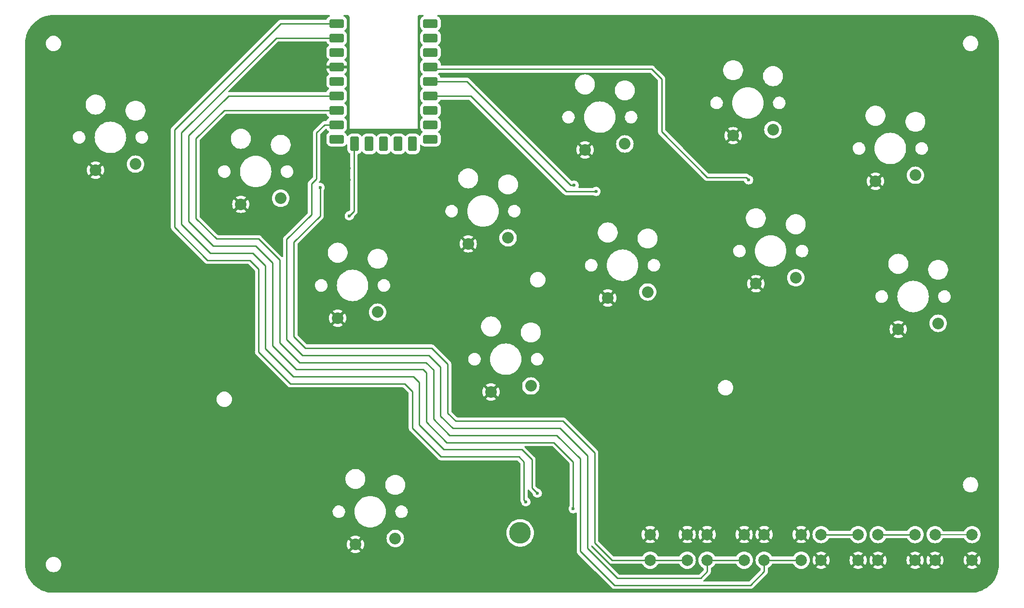
<source format=gbr>
%TF.GenerationSoftware,KiCad,Pcbnew,7.0.6*%
%TF.CreationDate,2024-01-12T12:33:24+02:00*%
%TF.ProjectId,Flatbox-rev5,466c6174-626f-4782-9d72-6576352e6b69,rev?*%
%TF.SameCoordinates,Original*%
%TF.FileFunction,Copper,L1,Top*%
%TF.FilePolarity,Positive*%
%FSLAX46Y46*%
G04 Gerber Fmt 4.6, Leading zero omitted, Abs format (unit mm)*
G04 Created by KiCad (PCBNEW 7.0.6) date 2024-01-12 12:33:24*
%MOMM*%
%LPD*%
G01*
G04 APERTURE LIST*
G04 Aperture macros list*
%AMRoundRect*
0 Rectangle with rounded corners*
0 $1 Rounding radius*
0 $2 $3 $4 $5 $6 $7 $8 $9 X,Y pos of 4 corners*
0 Add a 4 corners polygon primitive as box body*
4,1,4,$2,$3,$4,$5,$6,$7,$8,$9,$2,$3,0*
0 Add four circle primitives for the rounded corners*
1,1,$1+$1,$2,$3*
1,1,$1+$1,$4,$5*
1,1,$1+$1,$6,$7*
1,1,$1+$1,$8,$9*
0 Add four rect primitives between the rounded corners*
20,1,$1+$1,$2,$3,$4,$5,0*
20,1,$1+$1,$4,$5,$6,$7,0*
20,1,$1+$1,$6,$7,$8,$9,0*
20,1,$1+$1,$8,$9,$2,$3,0*%
G04 Aperture macros list end*
%TA.AperFunction,ComponentPad*%
%ADD10RoundRect,0.400000X-0.900000X-0.400000X0.900000X-0.400000X0.900000X0.400000X-0.900000X0.400000X0*%
%TD*%
%TA.AperFunction,ComponentPad*%
%ADD11RoundRect,0.400050X-0.899950X-0.400050X0.899950X-0.400050X0.899950X0.400050X-0.899950X0.400050X0*%
%TD*%
%TA.AperFunction,ComponentPad*%
%ADD12RoundRect,0.400000X-0.400000X-0.900000X0.400000X-0.900000X0.400000X0.900000X-0.400000X0.900000X0*%
%TD*%
%TA.AperFunction,ComponentPad*%
%ADD13RoundRect,0.393700X-0.393700X-0.906300X0.393700X-0.906300X0.393700X0.906300X-0.393700X0.906300X0*%
%TD*%
%TA.AperFunction,ComponentPad*%
%ADD14C,3.800000*%
%TD*%
%TA.AperFunction,ComponentPad*%
%ADD15C,2.032000*%
%TD*%
%TA.AperFunction,ComponentPad*%
%ADD16C,2.000000*%
%TD*%
%TA.AperFunction,ViaPad*%
%ADD17C,0.600000*%
%TD*%
%TA.AperFunction,Conductor*%
%ADD18C,0.254000*%
%TD*%
%TA.AperFunction,Conductor*%
%ADD19C,0.200000*%
%TD*%
G04 APERTURE END LIST*
D10*
%TO.P,A1,1,GPIO0*%
%TO.N,unconnected-(A1-GPIO0-Pad1)*%
X137165000Y-47000000D03*
%TO.P,A1,2,GPIO1*%
%TO.N,unconnected-(A1-GPIO1-Pad2)*%
X137165000Y-49540000D03*
%TO.P,A1,3,GPIO2*%
%TO.N,L1*%
X137165000Y-52080000D03*
%TO.P,A1,4,GPIO3*%
%TO.N,L2*%
X137165000Y-54620000D03*
%TO.P,A1,5,GPIO4*%
%TO.N,R1*%
X137165000Y-57160000D03*
D11*
%TO.P,A1,6,GPIO5*%
%TO.N,R2*%
X137165000Y-59700000D03*
%TO.P,A1,7,GPIO6*%
%TO.N,TRIANGLE*%
X137165000Y-62240000D03*
%TO.P,A1,8,GPIO7*%
%TO.N,CIRCLE*%
X137165000Y-64780000D03*
%TO.P,A1,9,GPIO8*%
%TO.N,SQUARE*%
X137165000Y-67320000D03*
D12*
%TO.P,A1,10,GPIO9*%
%TO.N,CROSS*%
X134025000Y-68130000D03*
D13*
%TO.P,A1,11,GPIO10*%
%TO.N,UP*%
X131485000Y-68130000D03*
%TO.P,A1,12,GPIO11*%
%TO.N,RIGHT*%
X128945000Y-68130000D03*
%TO.P,A1,13,GPIO12*%
%TO.N,DOWN*%
X126405000Y-68130000D03*
%TO.P,A1,14,GPIO13*%
%TO.N,LEFT*%
X123865000Y-68130000D03*
D11*
%TO.P,A1,15,GPIO14*%
%TO.N,OPT1*%
X120725000Y-67320000D03*
%TO.P,A1,16,GPIO15*%
%TO.N,OPT2*%
X120725000Y-64780000D03*
%TO.P,A1,17,GPIO26*%
%TO.N,OPT3*%
X120725000Y-62240000D03*
%TO.P,A1,18,GPIO27*%
%TO.N,OPT4*%
X120725000Y-59700000D03*
%TO.P,A1,19,GPIO28*%
%TO.N,OPT5*%
X120725000Y-47000000D03*
%TO.P,A1,20,GPIO29*%
%TO.N,OPT6*%
X120725000Y-49540000D03*
%TO.P,A1,21,3V3*%
%TO.N,unconnected-(A1-3V3-Pad21)*%
X120725000Y-52080000D03*
%TO.P,A1,22,5V*%
%TO.N,unconnected-(A1-5V-Pad22)*%
X120725000Y-57160000D03*
%TO.P,A1,23,GND*%
%TO.N,GND*%
X120725000Y-54620000D03*
%TD*%
D14*
%TO.P,Hadouken,1*%
%TO.N,N/C*%
X152930000Y-136470000D03*
%TD*%
D15*
%TO.P,SW7,2,2*%
%TO.N,GND*%
X78400000Y-72750000D03*
%TO.P,SW7,1,1*%
%TO.N,LEFT*%
X85400000Y-71700000D03*
%TD*%
D16*
%TO.P,SW4,1,1*%
%TO.N,OPT4*%
X205750000Y-136750000D03*
X212250000Y-136750000D03*
%TO.P,SW4,2,2*%
%TO.N,GND*%
X205750000Y-141250000D03*
X212250000Y-141250000D03*
%TD*%
%TO.P,SW2,1,1*%
%TO.N,OPT2*%
X192250000Y-141250000D03*
X185750000Y-141250000D03*
%TO.P,SW2,2,2*%
%TO.N,GND*%
X192250000Y-136750000D03*
X185750000Y-136750000D03*
%TD*%
%TO.P,SW5,1,1*%
%TO.N,OPT5*%
X215750000Y-136750000D03*
X222250000Y-136750000D03*
%TO.P,SW5,2,2*%
%TO.N,GND*%
X215750000Y-141250000D03*
X222250000Y-141250000D03*
%TD*%
%TO.P,SW1,1,1*%
%TO.N,OPT1*%
X182250000Y-141250000D03*
X175750000Y-141250000D03*
%TO.P,SW1,2,2*%
%TO.N,GND*%
X182250000Y-136750000D03*
X175750000Y-136750000D03*
%TD*%
%TO.P,SW3,1,1*%
%TO.N,OPT3*%
X202250000Y-141250000D03*
X195750000Y-141250000D03*
%TO.P,SW3,2,2*%
%TO.N,GND*%
X202250000Y-136750000D03*
X195750000Y-136750000D03*
%TD*%
%TO.P,SW6,1,1*%
%TO.N,OPT6*%
X225750000Y-136750000D03*
X232250000Y-136750000D03*
%TO.P,SW6,2,2*%
%TO.N,GND*%
X225750000Y-141250000D03*
X232250000Y-141250000D03*
%TD*%
D15*
%TO.P,SW17,2,2*%
%TO.N,GND*%
X219300000Y-100700000D03*
%TO.P,SW17,1,1*%
%TO.N,L2*%
X226300000Y-99650000D03*
%TD*%
%TO.P,SW18,2,2*%
%TO.N,GND*%
X124000000Y-138475000D03*
%TO.P,SW18,1,1*%
%TO.N,UP*%
X131000000Y-137425000D03*
%TD*%
%TO.P,SW14,2,2*%
%TO.N,GND*%
X147800000Y-111700000D03*
%TO.P,SW14,1,1*%
%TO.N,CROSS*%
X154800000Y-110650000D03*
%TD*%
%TO.P,SW12,2,2*%
%TO.N,GND*%
X190300000Y-66700000D03*
%TO.P,SW12,1,1*%
%TO.N,R1*%
X197300000Y-65650000D03*
%TD*%
%TO.P,SW13,2,2*%
%TO.N,GND*%
X215300000Y-74700000D03*
%TO.P,SW13,1,1*%
%TO.N,L1*%
X222300000Y-73650000D03*
%TD*%
%TO.P,SW9,2,2*%
%TO.N,GND*%
X120900000Y-98750000D03*
%TO.P,SW9,1,1*%
%TO.N,RIGHT*%
X127900000Y-97700000D03*
%TD*%
%TO.P,SW8,2,2*%
%TO.N,GND*%
X103900000Y-78750000D03*
%TO.P,SW8,1,1*%
%TO.N,DOWN*%
X110900000Y-77700000D03*
%TD*%
%TO.P,SW10,2,2*%
%TO.N,GND*%
X143800000Y-85700000D03*
%TO.P,SW10,1,1*%
%TO.N,SQUARE*%
X150800000Y-84650000D03*
%TD*%
%TO.P,SW15,2,2*%
%TO.N,GND*%
X168300000Y-95200000D03*
%TO.P,SW15,1,1*%
%TO.N,CIRCLE*%
X175300000Y-94150000D03*
%TD*%
%TO.P,SW16,2,2*%
%TO.N,GND*%
X194300000Y-92700000D03*
%TO.P,SW16,1,1*%
%TO.N,R2*%
X201300000Y-91650000D03*
%TD*%
%TO.P,SW11,2,2*%
%TO.N,GND*%
X164300000Y-69200000D03*
%TO.P,SW11,1,1*%
%TO.N,TRIANGLE*%
X171300000Y-68150000D03*
%TD*%
D17*
%TO.N,GND*%
X115930000Y-99470000D03*
X151930000Y-57470000D03*
X158930000Y-125470000D03*
X167930000Y-135470000D03*
X126930000Y-80470000D03*
X142930000Y-47470000D03*
X163930000Y-100470000D03*
X177930000Y-72470000D03*
X138930000Y-101470000D03*
X204930000Y-97470000D03*
X182930000Y-94470000D03*
X115930000Y-54470000D03*
X205930000Y-57470000D03*
X92930000Y-60470000D03*
X140930000Y-94470000D03*
X109930000Y-54470000D03*
X115930000Y-52470000D03*
X136930000Y-101470000D03*
X207930000Y-57470000D03*
X142930000Y-49470000D03*
X92930000Y-58470000D03*
X218930000Y-131470000D03*
X109930000Y-56470000D03*
X175930000Y-72470000D03*
X120930000Y-72470000D03*
X206930000Y-97470000D03*
X203930000Y-73470000D03*
X151930000Y-59470000D03*
X122930000Y-74470000D03*
X180930000Y-96470000D03*
X115930000Y-101470000D03*
X113930000Y-54470000D03*
X218930000Y-133470000D03*
X87930000Y-77470000D03*
X126930000Y-82470000D03*
X87930000Y-79470000D03*
X220930000Y-133470000D03*
X140930000Y-49470000D03*
X113930000Y-56470000D03*
X169930000Y-137470000D03*
X113930000Y-52470000D03*
X207930000Y-55470000D03*
X131930000Y-112470000D03*
X138930000Y-94470000D03*
X204930000Y-95470000D03*
X111930000Y-54470000D03*
X111930000Y-56470000D03*
X120930000Y-74470000D03*
X94930000Y-58470000D03*
X104930000Y-92470000D03*
X94930000Y-60470000D03*
X131930000Y-114470000D03*
X163930000Y-102470000D03*
X156930000Y-125470000D03*
X138930000Y-92470000D03*
X122930000Y-72470000D03*
X161930000Y-102470000D03*
X158930000Y-127470000D03*
X161930000Y-100470000D03*
X182930000Y-96470000D03*
X102930000Y-90470000D03*
X129930000Y-114470000D03*
X117930000Y-99470000D03*
X140930000Y-92470000D03*
X156930000Y-127470000D03*
X156930000Y-81470000D03*
X205930000Y-55470000D03*
X136930000Y-99470000D03*
X115930000Y-56470000D03*
X203930000Y-71470000D03*
X140930000Y-47470000D03*
X180930000Y-94470000D03*
X158930000Y-81470000D03*
X149930000Y-59470000D03*
X128930000Y-82470000D03*
X102930000Y-92470000D03*
X89930000Y-79470000D03*
X167930000Y-137470000D03*
X138930000Y-99470000D03*
X111930000Y-52470000D03*
X177930000Y-70470000D03*
X128930000Y-80470000D03*
X158930000Y-79470000D03*
X89930000Y-77470000D03*
X107930000Y-56470000D03*
X117930000Y-101470000D03*
X220930000Y-131470000D03*
X206930000Y-95470000D03*
X104930000Y-90470000D03*
X175930000Y-70470000D03*
X156930000Y-79470000D03*
X149930000Y-57470000D03*
X201930000Y-73470000D03*
X129930000Y-112470000D03*
X169930000Y-135470000D03*
X201930000Y-71470000D03*
%TO.N,LEFT*%
X122930000Y-80770000D03*
%TO.N,R1*%
X162400000Y-75400000D03*
%TO.N,R2*%
X166250000Y-76500000D03*
%TO.N,L2*%
X193030000Y-74470000D03*
%TO.N,OPT1*%
X117800000Y-75800000D03*
%TO.N,OPT4*%
X162238000Y-132200000D03*
%TO.N,OPT5*%
X153930000Y-131000000D03*
%TO.N,OPT6*%
X155930000Y-129470000D03*
%TD*%
D18*
%TO.N,LEFT*%
X122930000Y-80770000D02*
X123750000Y-79950000D01*
X123750000Y-79950000D02*
X123750000Y-67645000D01*
X123750000Y-67645000D02*
X123865000Y-67530000D01*
%TO.N,R1*%
X162400000Y-75400000D02*
X161800000Y-75400000D01*
X143560000Y-57160000D02*
X136565000Y-57160000D01*
X161800000Y-75400000D02*
X143560000Y-57160000D01*
%TO.N,R2*%
X136615000Y-59750000D02*
X136565000Y-59700000D01*
X166250000Y-76500000D02*
X161000000Y-76500000D01*
X161000000Y-76500000D02*
X144250000Y-59750000D01*
X144250000Y-59750000D02*
X136615000Y-59750000D01*
%TO.N,L2*%
X176000000Y-55000000D02*
X136945000Y-55000000D01*
X193030000Y-74470000D02*
X192560000Y-74000000D01*
X185750000Y-74000000D02*
X177750000Y-66000000D01*
X177750000Y-66000000D02*
X177750000Y-56750000D01*
X177750000Y-56750000D02*
X176000000Y-55000000D01*
X192560000Y-74000000D02*
X185750000Y-74000000D01*
X136945000Y-55000000D02*
X136565000Y-54620000D01*
%TO.N,OPT1*%
X141600000Y-116800000D02*
X160400000Y-116800000D01*
X113200000Y-102000000D02*
X115200000Y-104000000D01*
X140200000Y-106800000D02*
X140200000Y-115400000D01*
X117800000Y-75800000D02*
X117800000Y-80800000D01*
X117800000Y-80800000D02*
X113200000Y-85400000D01*
X160400000Y-116800000D02*
X166000000Y-122400000D01*
X166000000Y-138200000D02*
X169050000Y-141250000D01*
X169050000Y-141250000D02*
X182250000Y-141250000D01*
X166000000Y-122400000D02*
X166000000Y-138200000D01*
X113200000Y-85400000D02*
X113200000Y-102000000D01*
X137400000Y-104000000D02*
X140200000Y-106800000D01*
X115200000Y-104000000D02*
X137400000Y-104000000D01*
X140200000Y-115400000D02*
X141600000Y-116800000D01*
%TO.N,OPT2*%
X118620000Y-64780000D02*
X117200000Y-66200000D01*
X159880576Y-118054000D02*
X164746000Y-122919424D01*
X164746000Y-122919424D02*
X164746000Y-139146000D01*
X141080576Y-118054000D02*
X159880576Y-118054000D01*
X117167495Y-74273000D02*
X116273000Y-75167495D01*
X117200000Y-74273000D02*
X117167495Y-74273000D01*
X185750000Y-141250000D02*
X192250000Y-141250000D01*
X111946000Y-102519424D02*
X114680576Y-105254000D01*
X164746000Y-139146000D02*
X170000000Y-144400000D01*
X184600000Y-144400000D02*
X185750000Y-143250000D01*
X136880576Y-105254000D02*
X138946000Y-107319424D01*
X138946000Y-115919424D02*
X141080576Y-118054000D01*
X170000000Y-144400000D02*
X184600000Y-144400000D01*
X138946000Y-107319424D02*
X138946000Y-115919424D01*
X111946000Y-84880576D02*
X111946000Y-102519424D01*
X121325000Y-64780000D02*
X118620000Y-64780000D01*
X185750000Y-143250000D02*
X185750000Y-142150000D01*
X116273000Y-75167495D02*
X116273000Y-80553576D01*
X117200000Y-66200000D02*
X117200000Y-74273000D01*
X116273000Y-80553576D02*
X111946000Y-84880576D01*
X114680576Y-105254000D02*
X136880576Y-105254000D01*
%TO.N,OPT3*%
X140561152Y-119308000D02*
X159361152Y-119308000D01*
X96000000Y-67200000D02*
X96000000Y-81200000D01*
X110692000Y-103038848D02*
X114161152Y-106508000D01*
X107000000Y-84800000D02*
X110692000Y-88492000D01*
X137692000Y-107838848D02*
X137692000Y-116438848D01*
X96000000Y-81200000D02*
X99600000Y-84800000D01*
X195750000Y-141250000D02*
X202250000Y-141250000D01*
X163492000Y-123438848D02*
X163492000Y-139665424D01*
X114161152Y-106508000D02*
X136361152Y-106508000D01*
X121325000Y-62240000D02*
X100960000Y-62240000D01*
X195750000Y-143250000D02*
X195750000Y-141250000D01*
X163492000Y-139665424D02*
X169480576Y-145654000D01*
X136361152Y-106508000D02*
X137692000Y-107838848D01*
X159361152Y-119308000D02*
X163492000Y-123438848D01*
X110692000Y-88492000D02*
X110692000Y-103038848D01*
X100960000Y-62240000D02*
X96000000Y-67200000D01*
X193346000Y-145654000D02*
X195750000Y-143250000D01*
X169480576Y-145654000D02*
X193346000Y-145654000D01*
X99600000Y-84800000D02*
X107000000Y-84800000D01*
X137692000Y-116438848D02*
X140561152Y-119308000D01*
%TO.N,OPT4*%
X158841728Y-120562000D02*
X140041728Y-120562000D01*
X136438000Y-116958272D02*
X136438000Y-108358272D01*
X94746000Y-66680576D02*
X101726576Y-59700000D01*
X140041728Y-120562000D02*
X136438000Y-116958272D01*
X109438000Y-103558272D02*
X109438000Y-89011424D01*
X135841728Y-107762000D02*
X113641728Y-107762000D01*
X136438000Y-108358272D02*
X135841728Y-107762000D01*
X106480576Y-86054000D02*
X99080576Y-86054000D01*
X99080576Y-86054000D02*
X94746000Y-81719424D01*
X205750000Y-136750000D02*
X212250000Y-136750000D01*
X113641728Y-107762000D02*
X109438000Y-103558272D01*
X162238000Y-123958272D02*
X158841728Y-120562000D01*
X94746000Y-81719424D02*
X94746000Y-66680576D01*
X109438000Y-89011424D02*
X106480576Y-86054000D01*
X101726576Y-59700000D02*
X121325000Y-59700000D01*
X162238000Y-132200000D02*
X162238000Y-123958272D01*
%TO.N,OPT5*%
X132670000Y-110270000D02*
X112602880Y-110270000D01*
X107000000Y-104667120D02*
X107000000Y-90120272D01*
X153600000Y-123973424D02*
X152696576Y-123070000D01*
X134000000Y-111600000D02*
X132670000Y-110270000D01*
X153930000Y-131000000D02*
X153600000Y-130670000D01*
X92238000Y-82758272D02*
X92238000Y-65641728D01*
X153600000Y-130670000D02*
X153600000Y-123973424D01*
X215750000Y-136750000D02*
X222250000Y-136750000D01*
X98041728Y-88562000D02*
X92238000Y-82758272D01*
X92238000Y-65641728D02*
X110879728Y-47000000D01*
X107000000Y-90120272D02*
X105441728Y-88562000D01*
X139002880Y-123070000D02*
X134000000Y-118067120D01*
X112602880Y-110270000D02*
X107000000Y-104667120D01*
X110879728Y-47000000D02*
X121325000Y-47000000D01*
X152696576Y-123070000D02*
X139002880Y-123070000D01*
X105441728Y-88562000D02*
X98041728Y-88562000D01*
X134000000Y-118067120D02*
X134000000Y-111600000D01*
%TO.N,OPT6*%
X93492000Y-82238848D02*
X93492000Y-66161152D01*
X113122304Y-109016000D02*
X108184000Y-104077696D01*
X155930000Y-129470000D02*
X155000000Y-128540000D01*
X110113152Y-49540000D02*
X121325000Y-49540000D01*
X135184000Y-117477696D02*
X135184000Y-109984000D01*
X108184000Y-104077696D02*
X108184000Y-89530848D01*
D19*
X232250000Y-136750000D02*
X225750000Y-136750000D01*
D18*
X139522304Y-121816000D02*
X135184000Y-117477696D01*
X135184000Y-109984000D02*
X134216000Y-109016000D01*
X93492000Y-66161152D02*
X110113152Y-49540000D01*
X108184000Y-89530848D02*
X105961152Y-87308000D01*
X155000000Y-128540000D02*
X155000000Y-123600000D01*
X134216000Y-109016000D02*
X113122304Y-109016000D01*
X98561152Y-87308000D02*
X93492000Y-82238848D01*
X155000000Y-123600000D02*
X153216000Y-121816000D01*
X105961152Y-87308000D02*
X98561152Y-87308000D01*
X153216000Y-121816000D02*
X139522304Y-121816000D01*
%TD*%
%TA.AperFunction,Conductor*%
%TO.N,GND*%
G36*
X119483065Y-45545185D02*
G01*
X119528820Y-45597989D01*
X119538764Y-45667147D01*
X119509739Y-45730703D01*
X119472320Y-45759985D01*
X119327494Y-45833775D01*
X119179069Y-45953969D01*
X119058875Y-46102394D01*
X118972172Y-46272561D01*
X118972163Y-46272598D01*
X118972150Y-46272617D01*
X118969842Y-46278632D01*
X118968742Y-46278209D01*
X118935796Y-46332257D01*
X118872948Y-46362784D01*
X118852389Y-46364500D01*
X110963580Y-46364500D01*
X110947797Y-46362757D01*
X110947772Y-46363025D01*
X110940010Y-46362291D01*
X110940009Y-46362291D01*
X110869725Y-46364500D01*
X110839745Y-46364500D01*
X110839742Y-46364500D01*
X110839727Y-46364501D01*
X110832709Y-46365387D01*
X110826892Y-46365845D01*
X110779528Y-46367334D01*
X110779522Y-46367335D01*
X110759821Y-46373058D01*
X110740782Y-46377000D01*
X110720439Y-46379571D01*
X110720433Y-46379572D01*
X110720429Y-46379573D01*
X110708442Y-46384318D01*
X110676374Y-46397014D01*
X110670849Y-46398906D01*
X110625334Y-46412131D01*
X110625332Y-46412132D01*
X110607680Y-46422571D01*
X110590219Y-46431125D01*
X110571145Y-46438678D01*
X110571142Y-46438679D01*
X110532801Y-46466534D01*
X110527919Y-46469741D01*
X110487129Y-46493864D01*
X110472626Y-46508368D01*
X110457836Y-46521000D01*
X110441243Y-46533055D01*
X110441240Y-46533058D01*
X110411029Y-46569576D01*
X110407097Y-46573897D01*
X91847921Y-65133072D01*
X91835531Y-65143000D01*
X91835702Y-65143207D01*
X91829696Y-65148175D01*
X91804878Y-65174603D01*
X91781573Y-65199421D01*
X91774503Y-65206491D01*
X91760365Y-65220628D01*
X91760363Y-65220630D01*
X91756008Y-65226244D01*
X91752218Y-65230681D01*
X91719782Y-65265222D01*
X91719781Y-65265224D01*
X91709900Y-65283196D01*
X91699225Y-65299447D01*
X91686652Y-65315657D01*
X91686649Y-65315661D01*
X91667827Y-65359156D01*
X91665257Y-65364402D01*
X91642430Y-65405925D01*
X91637329Y-65425792D01*
X91631030Y-65444190D01*
X91622884Y-65463015D01*
X91622881Y-65463024D01*
X91615469Y-65509826D01*
X91614284Y-65515548D01*
X91602500Y-65561439D01*
X91602500Y-65581953D01*
X91600973Y-65601352D01*
X91597765Y-65621605D01*
X91602225Y-65668787D01*
X91602500Y-65674625D01*
X91602500Y-82674423D01*
X91600758Y-82690199D01*
X91601026Y-82690225D01*
X91600292Y-82697990D01*
X91602500Y-82768257D01*
X91602500Y-82798255D01*
X91603387Y-82805285D01*
X91603845Y-82811104D01*
X91605334Y-82858475D01*
X91605335Y-82858479D01*
X91611057Y-82878177D01*
X91615000Y-82897218D01*
X91617571Y-82917560D01*
X91617574Y-82917575D01*
X91635016Y-82961631D01*
X91636907Y-82967155D01*
X91650130Y-83012663D01*
X91650131Y-83012665D01*
X91651036Y-83014196D01*
X91660570Y-83030316D01*
X91669128Y-83047786D01*
X91676679Y-83066857D01*
X91676682Y-83066863D01*
X91704542Y-83105208D01*
X91707750Y-83110093D01*
X91718160Y-83127696D01*
X91731866Y-83150870D01*
X91731870Y-83150874D01*
X91746363Y-83165367D01*
X91759001Y-83180164D01*
X91771057Y-83196759D01*
X91807576Y-83226969D01*
X91811888Y-83230892D01*
X96103571Y-87522576D01*
X97533070Y-88952075D01*
X97542995Y-88964463D01*
X97543202Y-88964292D01*
X97548173Y-88970301D01*
X97599420Y-89018426D01*
X97620635Y-89039640D01*
X97626229Y-89043979D01*
X97630677Y-89047777D01*
X97665215Y-89080211D01*
X97665218Y-89080213D01*
X97665222Y-89080217D01*
X97665225Y-89080219D01*
X97665227Y-89080220D01*
X97683190Y-89090095D01*
X97699454Y-89100778D01*
X97715661Y-89113350D01*
X97759150Y-89132169D01*
X97764393Y-89134736D01*
X97805925Y-89157569D01*
X97805929Y-89157570D01*
X97825782Y-89162667D01*
X97844197Y-89168972D01*
X97863014Y-89177115D01*
X97863016Y-89177115D01*
X97863020Y-89177117D01*
X97896086Y-89182353D01*
X97909826Y-89184530D01*
X97915545Y-89185714D01*
X97961446Y-89197500D01*
X97981954Y-89197500D01*
X98001351Y-89199026D01*
X98021605Y-89202234D01*
X98021606Y-89202235D01*
X98021606Y-89202234D01*
X98021607Y-89202235D01*
X98043715Y-89200145D01*
X98068789Y-89197775D01*
X98074627Y-89197500D01*
X105127134Y-89197500D01*
X105194173Y-89217185D01*
X105214815Y-89233819D01*
X106328181Y-90347185D01*
X106361666Y-90408508D01*
X106364500Y-90434866D01*
X106364500Y-104583271D01*
X106362758Y-104599047D01*
X106363026Y-104599073D01*
X106362292Y-104606838D01*
X106364500Y-104677105D01*
X106364500Y-104707103D01*
X106365387Y-104714133D01*
X106365845Y-104719952D01*
X106367334Y-104767323D01*
X106367335Y-104767327D01*
X106373057Y-104787025D01*
X106377000Y-104806066D01*
X106379571Y-104826408D01*
X106379574Y-104826423D01*
X106397016Y-104870479D01*
X106398907Y-104876003D01*
X106412130Y-104921511D01*
X106422570Y-104939164D01*
X106431128Y-104956634D01*
X106438679Y-104975705D01*
X106438682Y-104975711D01*
X106466542Y-105014056D01*
X106469749Y-105018939D01*
X106493866Y-105059718D01*
X106493870Y-105059722D01*
X106508363Y-105074215D01*
X106521001Y-105089012D01*
X106533057Y-105105607D01*
X106569576Y-105135817D01*
X106573888Y-105139740D01*
X110721604Y-109287457D01*
X112094222Y-110660075D01*
X112104147Y-110672463D01*
X112104354Y-110672292D01*
X112109325Y-110678301D01*
X112160572Y-110726426D01*
X112181787Y-110747640D01*
X112187381Y-110751979D01*
X112191829Y-110755777D01*
X112226367Y-110788211D01*
X112226370Y-110788213D01*
X112226374Y-110788217D01*
X112226377Y-110788219D01*
X112226379Y-110788220D01*
X112244342Y-110798095D01*
X112260606Y-110808778D01*
X112276813Y-110821350D01*
X112320302Y-110840169D01*
X112325545Y-110842736D01*
X112367077Y-110865569D01*
X112367081Y-110865570D01*
X112386934Y-110870667D01*
X112405349Y-110876972D01*
X112424166Y-110885115D01*
X112424168Y-110885115D01*
X112424172Y-110885117D01*
X112457238Y-110890353D01*
X112470978Y-110892530D01*
X112476697Y-110893714D01*
X112522598Y-110905500D01*
X112543106Y-110905500D01*
X112562503Y-110907026D01*
X112582757Y-110910234D01*
X112582758Y-110910235D01*
X112582758Y-110910234D01*
X112582759Y-110910235D01*
X112604867Y-110908145D01*
X112629941Y-110905775D01*
X112635779Y-110905500D01*
X132355406Y-110905500D01*
X132422445Y-110925185D01*
X132443087Y-110941819D01*
X133328180Y-111826912D01*
X133361665Y-111888235D01*
X133364499Y-111914593D01*
X133364499Y-117983271D01*
X133362759Y-117999047D01*
X133363026Y-117999073D01*
X133362292Y-118006838D01*
X133364500Y-118077105D01*
X133364500Y-118107103D01*
X133365387Y-118114133D01*
X133365845Y-118119952D01*
X133367334Y-118167323D01*
X133367335Y-118167327D01*
X133373057Y-118187025D01*
X133377000Y-118206066D01*
X133379571Y-118226408D01*
X133379574Y-118226423D01*
X133397016Y-118270479D01*
X133398907Y-118276003D01*
X133412130Y-118321511D01*
X133422570Y-118339164D01*
X133431128Y-118356634D01*
X133438679Y-118375705D01*
X133438682Y-118375711D01*
X133466542Y-118414056D01*
X133469749Y-118418939D01*
X133493866Y-118459718D01*
X133493870Y-118459722D01*
X133508363Y-118474215D01*
X133521001Y-118489012D01*
X133533057Y-118505607D01*
X133569576Y-118535817D01*
X133573888Y-118539740D01*
X137274848Y-122240701D01*
X138494222Y-123460075D01*
X138504147Y-123472463D01*
X138504354Y-123472292D01*
X138509325Y-123478301D01*
X138560572Y-123526426D01*
X138581787Y-123547640D01*
X138587381Y-123551979D01*
X138591827Y-123555775D01*
X138598564Y-123562102D01*
X138626367Y-123588211D01*
X138626370Y-123588213D01*
X138626374Y-123588217D01*
X138626377Y-123588219D01*
X138626379Y-123588220D01*
X138644342Y-123598095D01*
X138660606Y-123608778D01*
X138676813Y-123621350D01*
X138720302Y-123640169D01*
X138725545Y-123642736D01*
X138767077Y-123665569D01*
X138767081Y-123665570D01*
X138786934Y-123670667D01*
X138805349Y-123676972D01*
X138824166Y-123685115D01*
X138824168Y-123685115D01*
X138824172Y-123685117D01*
X138857238Y-123690353D01*
X138870978Y-123692530D01*
X138876697Y-123693714D01*
X138922598Y-123705500D01*
X138943106Y-123705500D01*
X138962503Y-123707026D01*
X138982757Y-123710234D01*
X138982758Y-123710235D01*
X138982758Y-123710234D01*
X138982759Y-123710235D01*
X139004867Y-123708145D01*
X139029941Y-123705775D01*
X139035779Y-123705500D01*
X152381982Y-123705500D01*
X152449021Y-123725185D01*
X152469663Y-123741819D01*
X152928181Y-124200337D01*
X152961666Y-124261660D01*
X152964500Y-124288018D01*
X152964500Y-130586151D01*
X152962758Y-130601927D01*
X152963026Y-130601953D01*
X152962292Y-130609718D01*
X152962292Y-130609719D01*
X152964500Y-130679984D01*
X152964500Y-130679985D01*
X152964500Y-130709983D01*
X152965387Y-130717013D01*
X152965845Y-130722832D01*
X152967334Y-130770203D01*
X152967335Y-130770207D01*
X152973057Y-130789905D01*
X152977000Y-130808946D01*
X152979571Y-130829288D01*
X152979574Y-130829303D01*
X152997016Y-130873359D01*
X152998907Y-130878883D01*
X153012130Y-130924391D01*
X153022570Y-130942044D01*
X153031128Y-130959514D01*
X153038679Y-130978585D01*
X153038682Y-130978591D01*
X153066542Y-131016936D01*
X153069749Y-131021819D01*
X153093866Y-131062598D01*
X153093870Y-131062602D01*
X153096510Y-131065242D01*
X153097917Y-131067819D01*
X153098647Y-131068760D01*
X153098495Y-131068877D01*
X153129995Y-131126565D01*
X153132049Y-131139039D01*
X153136781Y-131181041D01*
X153196957Y-131353016D01*
X153252945Y-131442119D01*
X153293889Y-131507281D01*
X153422719Y-131636111D01*
X153576985Y-131733043D01*
X153748952Y-131793216D01*
X153748953Y-131793217D01*
X153748958Y-131793218D01*
X153929996Y-131813616D01*
X153930000Y-131813616D01*
X153930004Y-131813616D01*
X154111041Y-131793218D01*
X154111044Y-131793217D01*
X154111047Y-131793217D01*
X154283015Y-131733043D01*
X154437281Y-131636111D01*
X154566111Y-131507281D01*
X154663043Y-131353015D01*
X154723217Y-131181047D01*
X154729356Y-131126565D01*
X154743616Y-131000003D01*
X154743616Y-130999996D01*
X154723218Y-130818958D01*
X154723217Y-130818953D01*
X154706159Y-130770205D01*
X154663043Y-130646985D01*
X154566111Y-130492719D01*
X154437281Y-130363889D01*
X154293527Y-130273562D01*
X154247237Y-130221228D01*
X154235500Y-130168569D01*
X154235500Y-128950567D01*
X154255185Y-128883528D01*
X154307989Y-128837773D01*
X154377147Y-128827829D01*
X154440703Y-128856854D01*
X154459817Y-128877680D01*
X154466541Y-128886935D01*
X154469743Y-128891809D01*
X154493866Y-128932598D01*
X154493870Y-128932602D01*
X154508364Y-128947096D01*
X154520996Y-128961885D01*
X154533058Y-128978487D01*
X154569575Y-129008696D01*
X154573886Y-129012618D01*
X154850221Y-129288953D01*
X155096510Y-129535242D01*
X155129995Y-129596565D01*
X155132049Y-129609039D01*
X155136781Y-129651042D01*
X155136782Y-129651046D01*
X155154758Y-129702417D01*
X155196957Y-129823015D01*
X155293889Y-129977281D01*
X155422719Y-130106111D01*
X155576985Y-130203043D01*
X155748953Y-130263217D01*
X155748958Y-130263218D01*
X155929996Y-130283616D01*
X155930000Y-130283616D01*
X155930004Y-130283616D01*
X156111041Y-130263218D01*
X156111044Y-130263217D01*
X156111047Y-130263217D01*
X156283015Y-130203043D01*
X156437281Y-130106111D01*
X156566111Y-129977281D01*
X156663043Y-129823015D01*
X156723217Y-129651047D01*
X156743009Y-129475386D01*
X156743616Y-129470003D01*
X156743616Y-129469996D01*
X156723218Y-129288958D01*
X156723217Y-129288953D01*
X156717950Y-129273901D01*
X156663043Y-129116985D01*
X156566111Y-128962719D01*
X156437281Y-128833889D01*
X156374424Y-128794393D01*
X156283017Y-128736958D01*
X156283016Y-128736957D01*
X156283015Y-128736957D01*
X156208268Y-128710802D01*
X156111043Y-128676781D01*
X156069040Y-128672049D01*
X156004626Y-128644982D01*
X155995243Y-128636510D01*
X155671819Y-128313086D01*
X155638334Y-128251763D01*
X155635500Y-128225405D01*
X155635500Y-123683847D01*
X155637241Y-123668067D01*
X155636974Y-123668042D01*
X155637706Y-123660288D01*
X155637708Y-123660281D01*
X155635500Y-123590014D01*
X155635500Y-123560017D01*
X155634611Y-123552984D01*
X155634153Y-123547162D01*
X155632665Y-123499795D01*
X155632664Y-123499795D01*
X155626941Y-123480093D01*
X155622997Y-123461049D01*
X155620427Y-123440701D01*
X155602973Y-123396618D01*
X155601098Y-123391142D01*
X155587869Y-123345607D01*
X155577427Y-123327951D01*
X155568869Y-123310482D01*
X155561318Y-123291410D01*
X155549163Y-123274681D01*
X155533448Y-123253052D01*
X155530257Y-123248192D01*
X155506138Y-123207407D01*
X155506129Y-123207397D01*
X155491639Y-123192907D01*
X155479000Y-123178110D01*
X155466942Y-123161513D01*
X155466939Y-123161511D01*
X155466939Y-123161510D01*
X155430422Y-123131301D01*
X155426110Y-123127378D01*
X153724658Y-121425925D01*
X153714732Y-121413535D01*
X153714525Y-121413707D01*
X153704579Y-121401684D01*
X153706894Y-121399768D01*
X153678623Y-121351636D01*
X153681424Y-121281823D01*
X153721525Y-121224606D01*
X153786194Y-121198153D01*
X153798905Y-121197500D01*
X158527134Y-121197500D01*
X158594173Y-121217185D01*
X158614815Y-121233819D01*
X161566181Y-124185185D01*
X161599666Y-124246508D01*
X161602500Y-124272866D01*
X161602500Y-131656022D01*
X161583494Y-131721994D01*
X161504958Y-131846982D01*
X161444782Y-132018953D01*
X161444781Y-132018958D01*
X161424384Y-132199996D01*
X161424384Y-132200003D01*
X161444781Y-132381041D01*
X161444782Y-132381046D01*
X161485949Y-132498693D01*
X161504957Y-132553015D01*
X161601889Y-132707281D01*
X161730719Y-132836111D01*
X161884985Y-132933043D01*
X162035882Y-132985844D01*
X162056953Y-132993217D01*
X162056958Y-132993218D01*
X162237996Y-133013616D01*
X162238000Y-133013616D01*
X162238004Y-133013616D01*
X162419041Y-132993218D01*
X162419044Y-132993217D01*
X162419047Y-132993217D01*
X162591015Y-132933043D01*
X162666528Y-132885594D01*
X162733763Y-132866594D01*
X162800599Y-132886961D01*
X162845813Y-132940228D01*
X162856500Y-132990588D01*
X162856500Y-139581575D01*
X162854758Y-139597351D01*
X162855026Y-139597377D01*
X162854292Y-139605142D01*
X162856500Y-139675409D01*
X162856500Y-139705407D01*
X162857387Y-139712437D01*
X162857845Y-139718256D01*
X162859334Y-139765627D01*
X162859335Y-139765631D01*
X162865057Y-139785329D01*
X162869000Y-139804370D01*
X162871571Y-139824712D01*
X162871574Y-139824727D01*
X162889016Y-139868783D01*
X162890907Y-139874307D01*
X162904130Y-139919815D01*
X162914570Y-139937468D01*
X162923128Y-139954938D01*
X162930679Y-139974009D01*
X162930682Y-139974015D01*
X162958542Y-140012360D01*
X162961749Y-140017243D01*
X162985866Y-140058022D01*
X162985870Y-140058026D01*
X163000363Y-140072519D01*
X163013001Y-140087316D01*
X163025057Y-140103911D01*
X163061576Y-140134121D01*
X163065888Y-140138044D01*
X166101878Y-143174034D01*
X168971915Y-146044071D01*
X168981845Y-146056465D01*
X168982052Y-146056295D01*
X168987020Y-146062300D01*
X169038285Y-146110441D01*
X169059479Y-146131636D01*
X169059482Y-146131638D01*
X169065080Y-146135981D01*
X169069512Y-146139766D01*
X169104070Y-146172217D01*
X169122046Y-146182099D01*
X169138292Y-146192770D01*
X169154509Y-146205349D01*
X169198007Y-146224172D01*
X169203236Y-146226734D01*
X169211782Y-146231432D01*
X169244768Y-146249567D01*
X169244770Y-146249567D01*
X169244773Y-146249569D01*
X169264642Y-146254670D01*
X169283038Y-146260968D01*
X169301868Y-146269117D01*
X169334372Y-146274264D01*
X169348674Y-146276530D01*
X169354393Y-146277714D01*
X169400294Y-146289500D01*
X169420802Y-146289500D01*
X169440199Y-146291026D01*
X169460453Y-146294234D01*
X169460454Y-146294235D01*
X169460454Y-146294234D01*
X169460455Y-146294235D01*
X169482563Y-146292145D01*
X169507637Y-146289775D01*
X169513475Y-146289500D01*
X193262153Y-146289500D01*
X193277932Y-146291241D01*
X193277958Y-146290974D01*
X193285711Y-146291706D01*
X193285719Y-146291708D01*
X193355985Y-146289500D01*
X193385983Y-146289500D01*
X193393013Y-146288611D01*
X193398836Y-146288153D01*
X193446205Y-146286665D01*
X193465906Y-146280940D01*
X193484951Y-146276997D01*
X193505299Y-146274427D01*
X193549393Y-146256968D01*
X193554856Y-146255098D01*
X193600393Y-146241869D01*
X193618054Y-146231423D01*
X193635512Y-146222871D01*
X193654588Y-146215319D01*
X193692928Y-146187462D01*
X193697800Y-146184261D01*
X193738598Y-146160134D01*
X193753094Y-146145637D01*
X193767892Y-146132998D01*
X193769767Y-146131636D01*
X193784487Y-146120942D01*
X193814707Y-146084410D01*
X193818621Y-146080109D01*
X196140072Y-143758658D01*
X196152461Y-143748735D01*
X196152289Y-143748528D01*
X196158298Y-143743555D01*
X196158303Y-143743553D01*
X196206441Y-143692290D01*
X196227638Y-143671094D01*
X196231979Y-143665497D01*
X196235774Y-143661054D01*
X196235782Y-143661046D01*
X196268217Y-143626506D01*
X196278102Y-143608524D01*
X196288773Y-143592278D01*
X196301349Y-143576067D01*
X196320172Y-143532567D01*
X196322740Y-143527328D01*
X196322745Y-143527319D01*
X196345569Y-143485803D01*
X196350670Y-143465931D01*
X196356973Y-143447526D01*
X196365117Y-143428708D01*
X196372533Y-143381875D01*
X196373708Y-143376201D01*
X196385500Y-143330282D01*
X196385500Y-143309773D01*
X196387027Y-143290374D01*
X196387027Y-143290373D01*
X196390235Y-143270121D01*
X196385775Y-143222939D01*
X196385500Y-143217101D01*
X196385500Y-142699220D01*
X196405185Y-142632181D01*
X196444710Y-142593493D01*
X196516149Y-142549714D01*
X196639416Y-142474176D01*
X196819969Y-142319969D01*
X196974176Y-142139416D01*
X197064688Y-141991715D01*
X197093493Y-141944710D01*
X197145305Y-141897835D01*
X197199220Y-141885500D01*
X200800780Y-141885500D01*
X200867819Y-141905185D01*
X200906507Y-141944710D01*
X201025820Y-142139410D01*
X201025821Y-142139413D01*
X201025824Y-142139416D01*
X201180031Y-142319969D01*
X201283363Y-142408223D01*
X201360586Y-142474178D01*
X201360589Y-142474179D01*
X201563037Y-142598240D01*
X201563040Y-142598242D01*
X201782403Y-142689104D01*
X201782404Y-142689104D01*
X201782406Y-142689105D01*
X202013289Y-142744535D01*
X202250000Y-142763165D01*
X202486711Y-142744535D01*
X202717594Y-142689105D01*
X202717596Y-142689104D01*
X202717597Y-142689104D01*
X202936959Y-142598242D01*
X202936960Y-142598241D01*
X202936963Y-142598240D01*
X203139416Y-142474176D01*
X203319969Y-142319969D01*
X203474176Y-142139416D01*
X203598240Y-141936963D01*
X203614448Y-141897835D01*
X203689104Y-141717597D01*
X203689104Y-141717596D01*
X203689105Y-141717594D01*
X203744535Y-141486711D01*
X203763165Y-141250005D01*
X204244859Y-141250005D01*
X204265385Y-141497729D01*
X204265387Y-141497738D01*
X204326412Y-141738717D01*
X204426266Y-141966364D01*
X204526564Y-142119882D01*
X205224070Y-141422376D01*
X205226884Y-141435915D01*
X205296442Y-141570156D01*
X205399638Y-141680652D01*
X205528819Y-141759209D01*
X205580002Y-141773549D01*
X204879942Y-142473609D01*
X204926768Y-142510055D01*
X204926770Y-142510056D01*
X205145385Y-142628364D01*
X205145396Y-142628369D01*
X205380506Y-142709083D01*
X205625707Y-142750000D01*
X205874293Y-142750000D01*
X206119493Y-142709083D01*
X206354603Y-142628369D01*
X206354614Y-142628364D01*
X206573228Y-142510057D01*
X206573231Y-142510055D01*
X206620056Y-142473609D01*
X205921568Y-141775121D01*
X206038458Y-141724349D01*
X206155739Y-141628934D01*
X206242928Y-141505415D01*
X206273354Y-141419802D01*
X206973434Y-142119882D01*
X207073731Y-141966369D01*
X207173587Y-141738717D01*
X207234612Y-141497738D01*
X207234614Y-141497729D01*
X207255141Y-141250005D01*
X210744859Y-141250005D01*
X210765385Y-141497729D01*
X210765387Y-141497738D01*
X210826412Y-141738717D01*
X210926266Y-141966364D01*
X211026564Y-142119882D01*
X211724070Y-141422376D01*
X211726884Y-141435915D01*
X211796442Y-141570156D01*
X211899638Y-141680652D01*
X212028819Y-141759209D01*
X212080002Y-141773549D01*
X211379942Y-142473609D01*
X211426768Y-142510055D01*
X211426770Y-142510056D01*
X211645385Y-142628364D01*
X211645396Y-142628369D01*
X211880506Y-142709083D01*
X212125707Y-142750000D01*
X212374293Y-142750000D01*
X212619493Y-142709083D01*
X212854603Y-142628369D01*
X212854614Y-142628364D01*
X213073228Y-142510057D01*
X213073231Y-142510055D01*
X213120056Y-142473609D01*
X212421568Y-141775121D01*
X212538458Y-141724349D01*
X212655739Y-141628934D01*
X212742928Y-141505415D01*
X212773354Y-141419802D01*
X213473434Y-142119882D01*
X213573731Y-141966369D01*
X213673587Y-141738717D01*
X213734612Y-141497738D01*
X213734614Y-141497729D01*
X213755141Y-141250005D01*
X214244859Y-141250005D01*
X214265385Y-141497729D01*
X214265387Y-141497738D01*
X214326412Y-141738717D01*
X214426266Y-141966364D01*
X214526564Y-142119882D01*
X215224070Y-141422376D01*
X215226884Y-141435915D01*
X215296442Y-141570156D01*
X215399638Y-141680652D01*
X215528819Y-141759209D01*
X215580002Y-141773549D01*
X214879942Y-142473609D01*
X214926768Y-142510055D01*
X214926770Y-142510056D01*
X215145385Y-142628364D01*
X215145396Y-142628369D01*
X215380506Y-142709083D01*
X215625707Y-142750000D01*
X215874293Y-142750000D01*
X216119493Y-142709083D01*
X216354603Y-142628369D01*
X216354614Y-142628364D01*
X216573228Y-142510057D01*
X216573231Y-142510055D01*
X216620056Y-142473609D01*
X215921568Y-141775121D01*
X216038458Y-141724349D01*
X216155739Y-141628934D01*
X216242928Y-141505415D01*
X216273354Y-141419802D01*
X216973434Y-142119882D01*
X217073731Y-141966369D01*
X217173587Y-141738717D01*
X217234612Y-141497738D01*
X217234614Y-141497729D01*
X217255141Y-141250005D01*
X220744859Y-141250005D01*
X220765385Y-141497729D01*
X220765387Y-141497738D01*
X220826412Y-141738717D01*
X220926266Y-141966364D01*
X221026564Y-142119882D01*
X221724070Y-141422376D01*
X221726884Y-141435915D01*
X221796442Y-141570156D01*
X221899638Y-141680652D01*
X222028819Y-141759209D01*
X222080002Y-141773549D01*
X221379942Y-142473609D01*
X221426768Y-142510055D01*
X221426770Y-142510056D01*
X221645385Y-142628364D01*
X221645396Y-142628369D01*
X221880506Y-142709083D01*
X222125707Y-142750000D01*
X222374293Y-142750000D01*
X222619493Y-142709083D01*
X222854603Y-142628369D01*
X222854614Y-142628364D01*
X223073228Y-142510057D01*
X223073231Y-142510055D01*
X223120056Y-142473609D01*
X222421568Y-141775121D01*
X222538458Y-141724349D01*
X222655739Y-141628934D01*
X222742928Y-141505415D01*
X222773354Y-141419802D01*
X223473434Y-142119882D01*
X223573731Y-141966369D01*
X223673587Y-141738717D01*
X223734612Y-141497738D01*
X223734614Y-141497729D01*
X223755141Y-141250005D01*
X224244859Y-141250005D01*
X224265385Y-141497729D01*
X224265387Y-141497738D01*
X224326412Y-141738717D01*
X224426266Y-141966364D01*
X224526564Y-142119882D01*
X225224070Y-141422375D01*
X225226884Y-141435915D01*
X225296442Y-141570156D01*
X225399638Y-141680652D01*
X225528819Y-141759209D01*
X225580002Y-141773549D01*
X224879942Y-142473609D01*
X224926768Y-142510055D01*
X224926770Y-142510056D01*
X225145385Y-142628364D01*
X225145396Y-142628369D01*
X225380506Y-142709083D01*
X225625707Y-142750000D01*
X225874293Y-142750000D01*
X226119493Y-142709083D01*
X226354603Y-142628369D01*
X226354614Y-142628364D01*
X226573228Y-142510057D01*
X226573231Y-142510055D01*
X226620056Y-142473609D01*
X225921568Y-141775121D01*
X226038458Y-141724349D01*
X226155739Y-141628934D01*
X226242928Y-141505415D01*
X226273354Y-141419802D01*
X226973434Y-142119882D01*
X227073731Y-141966369D01*
X227173587Y-141738717D01*
X227234612Y-141497738D01*
X227234614Y-141497729D01*
X227255141Y-141250005D01*
X230744859Y-141250005D01*
X230765385Y-141497729D01*
X230765387Y-141497738D01*
X230826412Y-141738717D01*
X230926266Y-141966364D01*
X231026564Y-142119882D01*
X231724070Y-141422376D01*
X231726884Y-141435915D01*
X231796442Y-141570156D01*
X231899638Y-141680652D01*
X232028819Y-141759209D01*
X232080002Y-141773549D01*
X231379942Y-142473609D01*
X231426768Y-142510055D01*
X231426770Y-142510056D01*
X231645385Y-142628364D01*
X231645396Y-142628369D01*
X231880506Y-142709083D01*
X232125707Y-142750000D01*
X232374293Y-142750000D01*
X232619493Y-142709083D01*
X232854603Y-142628369D01*
X232854614Y-142628364D01*
X233073228Y-142510057D01*
X233073231Y-142510055D01*
X233120056Y-142473609D01*
X232421568Y-141775121D01*
X232538458Y-141724349D01*
X232655739Y-141628934D01*
X232742928Y-141505415D01*
X232773355Y-141419801D01*
X233473434Y-142119882D01*
X233573731Y-141966369D01*
X233673587Y-141738717D01*
X233734612Y-141497738D01*
X233734614Y-141497729D01*
X233755141Y-141250005D01*
X233755141Y-141249994D01*
X233734614Y-141002270D01*
X233734612Y-141002261D01*
X233673587Y-140761282D01*
X233573731Y-140533630D01*
X233473434Y-140380116D01*
X232775928Y-141077621D01*
X232773116Y-141064085D01*
X232703558Y-140929844D01*
X232600362Y-140819348D01*
X232471181Y-140740791D01*
X232419997Y-140726450D01*
X233120057Y-140026390D01*
X233120056Y-140026389D01*
X233073229Y-139989943D01*
X232854614Y-139871635D01*
X232854603Y-139871630D01*
X232619493Y-139790916D01*
X232374293Y-139750000D01*
X232125707Y-139750000D01*
X231880506Y-139790916D01*
X231645396Y-139871630D01*
X231645390Y-139871632D01*
X231426761Y-139989949D01*
X231379942Y-140026388D01*
X231379942Y-140026390D01*
X232078431Y-140724878D01*
X231961542Y-140775651D01*
X231844261Y-140871066D01*
X231757072Y-140994585D01*
X231726645Y-141080197D01*
X231026564Y-140380116D01*
X230926267Y-140533632D01*
X230826412Y-140761282D01*
X230765387Y-141002261D01*
X230765385Y-141002270D01*
X230744859Y-141249994D01*
X230744859Y-141250005D01*
X227255141Y-141250005D01*
X227255141Y-141249994D01*
X227234614Y-141002270D01*
X227234612Y-141002261D01*
X227173587Y-140761282D01*
X227073731Y-140533630D01*
X226973434Y-140380116D01*
X226275929Y-141077622D01*
X226273116Y-141064085D01*
X226203558Y-140929844D01*
X226100362Y-140819348D01*
X225971181Y-140740791D01*
X225919997Y-140726450D01*
X226620057Y-140026390D01*
X226620056Y-140026389D01*
X226573229Y-139989943D01*
X226354614Y-139871635D01*
X226354603Y-139871630D01*
X226119493Y-139790916D01*
X225874293Y-139750000D01*
X225625707Y-139750000D01*
X225380506Y-139790916D01*
X225145396Y-139871630D01*
X225145390Y-139871632D01*
X224926761Y-139989949D01*
X224879942Y-140026388D01*
X224879942Y-140026390D01*
X225578431Y-140724878D01*
X225461542Y-140775651D01*
X225344261Y-140871066D01*
X225257072Y-140994585D01*
X225226645Y-141080197D01*
X224526564Y-140380116D01*
X224426267Y-140533632D01*
X224326412Y-140761282D01*
X224265387Y-141002261D01*
X224265385Y-141002270D01*
X224244859Y-141249994D01*
X224244859Y-141250005D01*
X223755141Y-141250005D01*
X223755141Y-141249994D01*
X223734614Y-141002270D01*
X223734612Y-141002261D01*
X223673587Y-140761282D01*
X223573731Y-140533630D01*
X223473434Y-140380116D01*
X222775929Y-141077622D01*
X222773116Y-141064085D01*
X222703558Y-140929844D01*
X222600362Y-140819348D01*
X222471181Y-140740791D01*
X222419997Y-140726450D01*
X223120057Y-140026390D01*
X223120056Y-140026389D01*
X223073229Y-139989943D01*
X222854614Y-139871635D01*
X222854603Y-139871630D01*
X222619493Y-139790916D01*
X222374293Y-139750000D01*
X222125707Y-139750000D01*
X221880506Y-139790916D01*
X221645396Y-139871630D01*
X221645390Y-139871632D01*
X221426761Y-139989949D01*
X221379942Y-140026388D01*
X221379942Y-140026390D01*
X222078431Y-140724878D01*
X221961542Y-140775651D01*
X221844261Y-140871066D01*
X221757072Y-140994585D01*
X221726645Y-141080197D01*
X221026564Y-140380116D01*
X220926267Y-140533632D01*
X220826412Y-140761282D01*
X220765387Y-141002261D01*
X220765385Y-141002270D01*
X220744859Y-141249994D01*
X220744859Y-141250005D01*
X217255141Y-141250005D01*
X217255141Y-141249994D01*
X217234614Y-141002270D01*
X217234612Y-141002261D01*
X217173587Y-140761282D01*
X217073731Y-140533630D01*
X216973434Y-140380116D01*
X216275928Y-141077621D01*
X216273116Y-141064085D01*
X216203558Y-140929844D01*
X216100362Y-140819348D01*
X215971181Y-140740791D01*
X215919997Y-140726450D01*
X216620057Y-140026390D01*
X216620056Y-140026389D01*
X216573229Y-139989943D01*
X216354614Y-139871635D01*
X216354603Y-139871630D01*
X216119493Y-139790916D01*
X215874293Y-139750000D01*
X215625707Y-139750000D01*
X215380506Y-139790916D01*
X215145396Y-139871630D01*
X215145390Y-139871632D01*
X214926761Y-139989949D01*
X214879942Y-140026388D01*
X214879942Y-140026390D01*
X215578431Y-140724878D01*
X215461542Y-140775651D01*
X215344261Y-140871066D01*
X215257072Y-140994585D01*
X215226645Y-141080197D01*
X214526564Y-140380116D01*
X214426267Y-140533632D01*
X214326412Y-140761282D01*
X214265387Y-141002261D01*
X214265385Y-141002270D01*
X214244859Y-141249994D01*
X214244859Y-141250005D01*
X213755141Y-141250005D01*
X213755141Y-141249994D01*
X213734614Y-141002270D01*
X213734612Y-141002261D01*
X213673587Y-140761282D01*
X213573731Y-140533630D01*
X213473434Y-140380116D01*
X212775929Y-141077622D01*
X212773116Y-141064085D01*
X212703558Y-140929844D01*
X212600362Y-140819348D01*
X212471181Y-140740791D01*
X212419997Y-140726450D01*
X213120057Y-140026390D01*
X213120056Y-140026389D01*
X213073229Y-139989943D01*
X212854614Y-139871635D01*
X212854603Y-139871630D01*
X212619493Y-139790916D01*
X212374293Y-139750000D01*
X212125707Y-139750000D01*
X211880506Y-139790916D01*
X211645396Y-139871630D01*
X211645390Y-139871632D01*
X211426761Y-139989949D01*
X211379942Y-140026388D01*
X211379942Y-140026390D01*
X212078431Y-140724878D01*
X211961542Y-140775651D01*
X211844261Y-140871066D01*
X211757072Y-140994585D01*
X211726645Y-141080197D01*
X211026564Y-140380116D01*
X210926267Y-140533632D01*
X210826412Y-140761282D01*
X210765387Y-141002261D01*
X210765385Y-141002270D01*
X210744859Y-141249994D01*
X210744859Y-141250005D01*
X207255141Y-141250005D01*
X207255141Y-141249994D01*
X207234614Y-141002270D01*
X207234612Y-141002261D01*
X207173587Y-140761282D01*
X207073731Y-140533630D01*
X206973434Y-140380116D01*
X206275929Y-141077622D01*
X206273116Y-141064085D01*
X206203558Y-140929844D01*
X206100362Y-140819348D01*
X205971181Y-140740791D01*
X205919997Y-140726450D01*
X206620057Y-140026390D01*
X206620056Y-140026389D01*
X206573229Y-139989943D01*
X206354614Y-139871635D01*
X206354603Y-139871630D01*
X206119493Y-139790916D01*
X205874293Y-139750000D01*
X205625707Y-139750000D01*
X205380506Y-139790916D01*
X205145396Y-139871630D01*
X205145390Y-139871632D01*
X204926761Y-139989949D01*
X204879942Y-140026388D01*
X204879942Y-140026390D01*
X205578431Y-140724878D01*
X205461542Y-140775651D01*
X205344261Y-140871066D01*
X205257072Y-140994585D01*
X205226645Y-141080197D01*
X204526564Y-140380116D01*
X204426267Y-140533632D01*
X204326412Y-140761282D01*
X204265387Y-141002261D01*
X204265385Y-141002270D01*
X204244859Y-141249994D01*
X204244859Y-141250005D01*
X203763165Y-141250005D01*
X203763165Y-141250000D01*
X203744535Y-141013289D01*
X203689105Y-140782406D01*
X203689104Y-140782403D01*
X203689104Y-140782402D01*
X203598242Y-140563040D01*
X203598240Y-140563037D01*
X203474179Y-140360589D01*
X203474178Y-140360586D01*
X203439340Y-140319797D01*
X203319969Y-140180031D01*
X203140078Y-140026389D01*
X203139413Y-140025821D01*
X203139410Y-140025820D01*
X202936962Y-139901759D01*
X202936959Y-139901757D01*
X202717596Y-139810895D01*
X202486714Y-139755465D01*
X202309177Y-139741492D01*
X202250000Y-139736835D01*
X202249999Y-139736835D01*
X202013285Y-139755465D01*
X201782404Y-139810895D01*
X201782402Y-139810895D01*
X201563040Y-139901757D01*
X201563037Y-139901759D01*
X201360589Y-140025820D01*
X201360586Y-140025821D01*
X201180031Y-140180031D01*
X201025821Y-140360586D01*
X201025820Y-140360589D01*
X200906507Y-140555290D01*
X200854695Y-140602165D01*
X200800780Y-140614500D01*
X197199220Y-140614500D01*
X197132181Y-140594815D01*
X197093493Y-140555290D01*
X196974179Y-140360589D01*
X196974178Y-140360586D01*
X196939340Y-140319797D01*
X196819969Y-140180031D01*
X196640078Y-140026389D01*
X196639413Y-140025821D01*
X196639410Y-140025820D01*
X196436962Y-139901759D01*
X196436959Y-139901757D01*
X196217596Y-139810895D01*
X195986714Y-139755465D01*
X195809177Y-139741492D01*
X195750000Y-139736835D01*
X195749999Y-139736835D01*
X195513285Y-139755465D01*
X195282404Y-139810895D01*
X195282402Y-139810895D01*
X195063040Y-139901757D01*
X195063037Y-139901759D01*
X194860589Y-140025820D01*
X194860586Y-140025821D01*
X194680031Y-140180031D01*
X194525821Y-140360586D01*
X194525820Y-140360589D01*
X194401759Y-140563037D01*
X194401757Y-140563040D01*
X194310895Y-140782402D01*
X194310895Y-140782404D01*
X194255465Y-141013285D01*
X194236835Y-141250000D01*
X194255465Y-141486714D01*
X194310895Y-141717595D01*
X194310895Y-141717597D01*
X194401757Y-141936959D01*
X194401759Y-141936962D01*
X194525820Y-142139410D01*
X194525821Y-142139413D01*
X194525824Y-142139416D01*
X194680031Y-142319969D01*
X194783363Y-142408223D01*
X194860586Y-142474178D01*
X194860589Y-142474179D01*
X195055290Y-142593493D01*
X195102165Y-142645305D01*
X195114500Y-142699220D01*
X195114500Y-142935405D01*
X195094815Y-143002444D01*
X195078181Y-143023086D01*
X193119086Y-144982181D01*
X193057763Y-145015666D01*
X193031405Y-145018500D01*
X185179593Y-145018500D01*
X185112554Y-144998815D01*
X185066799Y-144946011D01*
X185056855Y-144876853D01*
X185085880Y-144813297D01*
X185091912Y-144806819D01*
X185533447Y-144365284D01*
X186140074Y-143758657D01*
X186152458Y-143748738D01*
X186152286Y-143748530D01*
X186158292Y-143743559D01*
X186158303Y-143743553D01*
X186206426Y-143692306D01*
X186227639Y-143671094D01*
X186231983Y-143665492D01*
X186235773Y-143661054D01*
X186268217Y-143626506D01*
X186278099Y-143608529D01*
X186288771Y-143592282D01*
X186301350Y-143576066D01*
X186320177Y-143532555D01*
X186322730Y-143527343D01*
X186345569Y-143485803D01*
X186350670Y-143465931D01*
X186356973Y-143447526D01*
X186365117Y-143428708D01*
X186372533Y-143381875D01*
X186373708Y-143376201D01*
X186385500Y-143330282D01*
X186385500Y-143309773D01*
X186387027Y-143290373D01*
X186390235Y-143270120D01*
X186385772Y-143222917D01*
X186385500Y-143217122D01*
X186385500Y-142699220D01*
X186405185Y-142632180D01*
X186444710Y-142593493D01*
X186516149Y-142549714D01*
X186639416Y-142474176D01*
X186819969Y-142319969D01*
X186974176Y-142139416D01*
X187064688Y-141991715D01*
X187093493Y-141944710D01*
X187145305Y-141897835D01*
X187199220Y-141885500D01*
X190800780Y-141885500D01*
X190867819Y-141905185D01*
X190906507Y-141944710D01*
X191025820Y-142139410D01*
X191025821Y-142139413D01*
X191025824Y-142139416D01*
X191180031Y-142319969D01*
X191283363Y-142408223D01*
X191360586Y-142474178D01*
X191360589Y-142474179D01*
X191563037Y-142598240D01*
X191563040Y-142598242D01*
X191782403Y-142689104D01*
X191782404Y-142689104D01*
X191782406Y-142689105D01*
X192013289Y-142744535D01*
X192250000Y-142763165D01*
X192486711Y-142744535D01*
X192717594Y-142689105D01*
X192717596Y-142689104D01*
X192717597Y-142689104D01*
X192936959Y-142598242D01*
X192936960Y-142598241D01*
X192936963Y-142598240D01*
X193139416Y-142474176D01*
X193319969Y-142319969D01*
X193474176Y-142139416D01*
X193598240Y-141936963D01*
X193614448Y-141897835D01*
X193689104Y-141717597D01*
X193689104Y-141717596D01*
X193689105Y-141717594D01*
X193744535Y-141486711D01*
X193763165Y-141250000D01*
X193744535Y-141013289D01*
X193689105Y-140782406D01*
X193689104Y-140782403D01*
X193689104Y-140782402D01*
X193598242Y-140563040D01*
X193598240Y-140563037D01*
X193474179Y-140360589D01*
X193474178Y-140360586D01*
X193439340Y-140319797D01*
X193319969Y-140180031D01*
X193140078Y-140026389D01*
X193139413Y-140025821D01*
X193139410Y-140025820D01*
X192936962Y-139901759D01*
X192936959Y-139901757D01*
X192717596Y-139810895D01*
X192486714Y-139755465D01*
X192309177Y-139741492D01*
X192250000Y-139736835D01*
X192249999Y-139736835D01*
X192013285Y-139755465D01*
X191782404Y-139810895D01*
X191782402Y-139810895D01*
X191563040Y-139901757D01*
X191563037Y-139901759D01*
X191360589Y-140025820D01*
X191360586Y-140025821D01*
X191180031Y-140180031D01*
X191025821Y-140360586D01*
X191025820Y-140360589D01*
X190906507Y-140555290D01*
X190854695Y-140602165D01*
X190800780Y-140614500D01*
X187199220Y-140614500D01*
X187132181Y-140594815D01*
X187093493Y-140555290D01*
X186974179Y-140360589D01*
X186974178Y-140360586D01*
X186939340Y-140319797D01*
X186819969Y-140180031D01*
X186640078Y-140026389D01*
X186639413Y-140025821D01*
X186639410Y-140025820D01*
X186436962Y-139901759D01*
X186436959Y-139901757D01*
X186217596Y-139810895D01*
X185986714Y-139755465D01*
X185809177Y-139741492D01*
X185750000Y-139736835D01*
X185749999Y-139736835D01*
X185513285Y-139755465D01*
X185282404Y-139810895D01*
X185282402Y-139810895D01*
X185063040Y-139901757D01*
X185063037Y-139901759D01*
X184860589Y-140025820D01*
X184860586Y-140025821D01*
X184680031Y-140180031D01*
X184525821Y-140360586D01*
X184525820Y-140360589D01*
X184401759Y-140563037D01*
X184401757Y-140563040D01*
X184310895Y-140782402D01*
X184310895Y-140782404D01*
X184255465Y-141013285D01*
X184236835Y-141250000D01*
X184255465Y-141486714D01*
X184310895Y-141717595D01*
X184310895Y-141717597D01*
X184401757Y-141936959D01*
X184401759Y-141936962D01*
X184525820Y-142139410D01*
X184525821Y-142139413D01*
X184525824Y-142139416D01*
X184680031Y-142319969D01*
X184783363Y-142408223D01*
X184860586Y-142474178D01*
X184860589Y-142474179D01*
X185055290Y-142593493D01*
X185102165Y-142645305D01*
X185114500Y-142699220D01*
X185114500Y-142935404D01*
X185094815Y-143002443D01*
X185078181Y-143023085D01*
X184373086Y-143728181D01*
X184311763Y-143761666D01*
X184285405Y-143764500D01*
X170314594Y-143764500D01*
X170247555Y-143744815D01*
X170226913Y-143728181D01*
X165417818Y-138919085D01*
X165384333Y-138857762D01*
X165381499Y-138831412D01*
X165381499Y-138779590D01*
X165401184Y-138712554D01*
X165453988Y-138666799D01*
X165523146Y-138656855D01*
X165586702Y-138685880D01*
X165593180Y-138691912D01*
X168541339Y-141640071D01*
X168551269Y-141652465D01*
X168551476Y-141652295D01*
X168556444Y-141658300D01*
X168607709Y-141706441D01*
X168628903Y-141727636D01*
X168628906Y-141727638D01*
X168634504Y-141731981D01*
X168638936Y-141735766D01*
X168673494Y-141768217D01*
X168691470Y-141778099D01*
X168707716Y-141788770D01*
X168723933Y-141801349D01*
X168767431Y-141820172D01*
X168772660Y-141822734D01*
X168790389Y-141832481D01*
X168814192Y-141845567D01*
X168814194Y-141845567D01*
X168814197Y-141845569D01*
X168834066Y-141850670D01*
X168852462Y-141856968D01*
X168871292Y-141865117D01*
X168903796Y-141870264D01*
X168918098Y-141872530D01*
X168923817Y-141873714D01*
X168969718Y-141885500D01*
X168990226Y-141885500D01*
X169009623Y-141887026D01*
X169029877Y-141890234D01*
X169029878Y-141890235D01*
X169029878Y-141890234D01*
X169029879Y-141890235D01*
X169051987Y-141888145D01*
X169077061Y-141885775D01*
X169082899Y-141885500D01*
X174300780Y-141885500D01*
X174367819Y-141905185D01*
X174406507Y-141944710D01*
X174525820Y-142139410D01*
X174525821Y-142139413D01*
X174525824Y-142139416D01*
X174680031Y-142319969D01*
X174783363Y-142408223D01*
X174860586Y-142474178D01*
X174860589Y-142474179D01*
X175063037Y-142598240D01*
X175063040Y-142598242D01*
X175282403Y-142689104D01*
X175282404Y-142689104D01*
X175282406Y-142689105D01*
X175513289Y-142744535D01*
X175750000Y-142763165D01*
X175986711Y-142744535D01*
X176217594Y-142689105D01*
X176217596Y-142689104D01*
X176217597Y-142689104D01*
X176436959Y-142598242D01*
X176436960Y-142598241D01*
X176436963Y-142598240D01*
X176639416Y-142474176D01*
X176819969Y-142319969D01*
X176974176Y-142139416D01*
X177064688Y-141991715D01*
X177093493Y-141944710D01*
X177145305Y-141897835D01*
X177199220Y-141885500D01*
X180800780Y-141885500D01*
X180867819Y-141905185D01*
X180906507Y-141944710D01*
X181025820Y-142139410D01*
X181025821Y-142139413D01*
X181025824Y-142139416D01*
X181180031Y-142319969D01*
X181283363Y-142408223D01*
X181360586Y-142474178D01*
X181360589Y-142474179D01*
X181563037Y-142598240D01*
X181563040Y-142598242D01*
X181782403Y-142689104D01*
X181782404Y-142689104D01*
X181782406Y-142689105D01*
X182013289Y-142744535D01*
X182250000Y-142763165D01*
X182486711Y-142744535D01*
X182717594Y-142689105D01*
X182717596Y-142689104D01*
X182717597Y-142689104D01*
X182936959Y-142598242D01*
X182936960Y-142598241D01*
X182936963Y-142598240D01*
X183139416Y-142474176D01*
X183319969Y-142319969D01*
X183474176Y-142139416D01*
X183598240Y-141936963D01*
X183614448Y-141897835D01*
X183689104Y-141717597D01*
X183689104Y-141717596D01*
X183689105Y-141717594D01*
X183744535Y-141486711D01*
X183763165Y-141250000D01*
X183744535Y-141013289D01*
X183689105Y-140782406D01*
X183689104Y-140782403D01*
X183689104Y-140782402D01*
X183598242Y-140563040D01*
X183598240Y-140563037D01*
X183474179Y-140360589D01*
X183474178Y-140360586D01*
X183439340Y-140319797D01*
X183319969Y-140180031D01*
X183140078Y-140026389D01*
X183139413Y-140025821D01*
X183139410Y-140025820D01*
X182936962Y-139901759D01*
X182936959Y-139901757D01*
X182717596Y-139810895D01*
X182486714Y-139755465D01*
X182309177Y-139741492D01*
X182250000Y-139736835D01*
X182249999Y-139736835D01*
X182013285Y-139755465D01*
X181782404Y-139810895D01*
X181782402Y-139810895D01*
X181563040Y-139901757D01*
X181563037Y-139901759D01*
X181360589Y-140025820D01*
X181360586Y-140025821D01*
X181180031Y-140180031D01*
X181025821Y-140360586D01*
X181025820Y-140360589D01*
X180906507Y-140555290D01*
X180854695Y-140602165D01*
X180800780Y-140614500D01*
X177199220Y-140614500D01*
X177132181Y-140594815D01*
X177093493Y-140555290D01*
X176974179Y-140360589D01*
X176974178Y-140360586D01*
X176939340Y-140319797D01*
X176819969Y-140180031D01*
X176640078Y-140026389D01*
X176639413Y-140025821D01*
X176639410Y-140025820D01*
X176436962Y-139901759D01*
X176436959Y-139901757D01*
X176217596Y-139810895D01*
X175986714Y-139755465D01*
X175809177Y-139741492D01*
X175750000Y-139736835D01*
X175749999Y-139736835D01*
X175513285Y-139755465D01*
X175282404Y-139810895D01*
X175282402Y-139810895D01*
X175063040Y-139901757D01*
X175063037Y-139901759D01*
X174860589Y-140025820D01*
X174860586Y-140025821D01*
X174680031Y-140180031D01*
X174525821Y-140360586D01*
X174525820Y-140360589D01*
X174406507Y-140555290D01*
X174354695Y-140602165D01*
X174300780Y-140614500D01*
X169364595Y-140614500D01*
X169297556Y-140594815D01*
X169276914Y-140578181D01*
X166671819Y-137973086D01*
X166638334Y-137911763D01*
X166635500Y-137885405D01*
X166635500Y-136750005D01*
X174244859Y-136750005D01*
X174265385Y-136997729D01*
X174265387Y-136997738D01*
X174326412Y-137238717D01*
X174426266Y-137466364D01*
X174526564Y-137619882D01*
X175224070Y-136922376D01*
X175226884Y-136935915D01*
X175296442Y-137070156D01*
X175399638Y-137180652D01*
X175528819Y-137259209D01*
X175580002Y-137273549D01*
X174879942Y-137973609D01*
X174926768Y-138010055D01*
X174926770Y-138010056D01*
X175145385Y-138128364D01*
X175145396Y-138128369D01*
X175380506Y-138209083D01*
X175625707Y-138250000D01*
X175874293Y-138250000D01*
X176119493Y-138209083D01*
X176354603Y-138128369D01*
X176354614Y-138128364D01*
X176573228Y-138010057D01*
X176573231Y-138010055D01*
X176620056Y-137973609D01*
X175921568Y-137275121D01*
X176038458Y-137224349D01*
X176155739Y-137128934D01*
X176242928Y-137005415D01*
X176273354Y-136919802D01*
X176973434Y-137619882D01*
X177073731Y-137466369D01*
X177173587Y-137238717D01*
X177234612Y-136997738D01*
X177234614Y-136997729D01*
X177255141Y-136750005D01*
X180744859Y-136750005D01*
X180765385Y-136997729D01*
X180765387Y-136997738D01*
X180826412Y-137238717D01*
X180926266Y-137466364D01*
X181026564Y-137619882D01*
X181724070Y-136922376D01*
X181726884Y-136935915D01*
X181796442Y-137070156D01*
X181899638Y-137180652D01*
X182028819Y-137259209D01*
X182080002Y-137273549D01*
X181379942Y-137973609D01*
X181426768Y-138010055D01*
X181426770Y-138010056D01*
X181645385Y-138128364D01*
X181645396Y-138128369D01*
X181880506Y-138209083D01*
X182125707Y-138250000D01*
X182374293Y-138250000D01*
X182619493Y-138209083D01*
X182854603Y-138128369D01*
X182854614Y-138128364D01*
X183073228Y-138010057D01*
X183073231Y-138010055D01*
X183120056Y-137973609D01*
X182421568Y-137275121D01*
X182538458Y-137224349D01*
X182655739Y-137128934D01*
X182742928Y-137005415D01*
X182773355Y-136919801D01*
X183473434Y-137619882D01*
X183573731Y-137466369D01*
X183673587Y-137238717D01*
X183734612Y-136997738D01*
X183734614Y-136997729D01*
X183755141Y-136750005D01*
X184244859Y-136750005D01*
X184265385Y-136997729D01*
X184265387Y-136997738D01*
X184326412Y-137238717D01*
X184426266Y-137466364D01*
X184526564Y-137619882D01*
X185224070Y-136922376D01*
X185226884Y-136935915D01*
X185296442Y-137070156D01*
X185399638Y-137180652D01*
X185528819Y-137259209D01*
X185580002Y-137273549D01*
X184879942Y-137973609D01*
X184926768Y-138010055D01*
X184926770Y-138010056D01*
X185145385Y-138128364D01*
X185145396Y-138128369D01*
X185380506Y-138209083D01*
X185625707Y-138250000D01*
X185874293Y-138250000D01*
X186119493Y-138209083D01*
X186354603Y-138128369D01*
X186354614Y-138128364D01*
X186573228Y-138010057D01*
X186573231Y-138010055D01*
X186620056Y-137973609D01*
X185921568Y-137275121D01*
X186038458Y-137224349D01*
X186155739Y-137128934D01*
X186242928Y-137005415D01*
X186273354Y-136919802D01*
X186973434Y-137619882D01*
X187073731Y-137466369D01*
X187173587Y-137238717D01*
X187234612Y-136997738D01*
X187234614Y-136997729D01*
X187255141Y-136750005D01*
X190744859Y-136750005D01*
X190765385Y-136997729D01*
X190765387Y-136997738D01*
X190826412Y-137238717D01*
X190926266Y-137466364D01*
X191026564Y-137619882D01*
X191724070Y-136922376D01*
X191726884Y-136935915D01*
X191796442Y-137070156D01*
X191899638Y-137180652D01*
X192028819Y-137259209D01*
X192080002Y-137273549D01*
X191379942Y-137973609D01*
X191426768Y-138010055D01*
X191426770Y-138010056D01*
X191645385Y-138128364D01*
X191645396Y-138128369D01*
X191880506Y-138209083D01*
X192125707Y-138250000D01*
X192374293Y-138250000D01*
X192619493Y-138209083D01*
X192854603Y-138128369D01*
X192854614Y-138128364D01*
X193073228Y-138010057D01*
X193073231Y-138010055D01*
X193120056Y-137973609D01*
X192421568Y-137275121D01*
X192538458Y-137224349D01*
X192655739Y-137128934D01*
X192742928Y-137005415D01*
X192773355Y-136919801D01*
X193473434Y-137619882D01*
X193573731Y-137466369D01*
X193673587Y-137238717D01*
X193734612Y-136997738D01*
X193734614Y-136997729D01*
X193755141Y-136750005D01*
X194244859Y-136750005D01*
X194265385Y-136997729D01*
X194265387Y-136997738D01*
X194326412Y-137238717D01*
X194426266Y-137466364D01*
X194526564Y-137619882D01*
X195224070Y-136922376D01*
X195226884Y-136935915D01*
X195296442Y-137070156D01*
X195399638Y-137180652D01*
X195528819Y-137259209D01*
X195580002Y-137273549D01*
X194879942Y-137973609D01*
X194926768Y-138010055D01*
X194926770Y-138010056D01*
X195145385Y-138128364D01*
X195145396Y-138128369D01*
X195380506Y-138209083D01*
X195625707Y-138250000D01*
X195874293Y-138250000D01*
X196119493Y-138209083D01*
X196354603Y-138128369D01*
X196354614Y-138128364D01*
X196573228Y-138010057D01*
X196573231Y-138010055D01*
X196620056Y-137973609D01*
X195921568Y-137275121D01*
X196038458Y-137224349D01*
X196155739Y-137128934D01*
X196242928Y-137005415D01*
X196273354Y-136919802D01*
X196973434Y-137619882D01*
X197073731Y-137466369D01*
X197173587Y-137238717D01*
X197234612Y-136997738D01*
X197234614Y-136997729D01*
X197255141Y-136750005D01*
X200744859Y-136750005D01*
X200765385Y-136997729D01*
X200765387Y-136997738D01*
X200826412Y-137238717D01*
X200926266Y-137466364D01*
X201026564Y-137619882D01*
X201724070Y-136922375D01*
X201726884Y-136935915D01*
X201796442Y-137070156D01*
X201899638Y-137180652D01*
X202028819Y-137259209D01*
X202080002Y-137273549D01*
X201379942Y-137973609D01*
X201426768Y-138010055D01*
X201426770Y-138010056D01*
X201645385Y-138128364D01*
X201645396Y-138128369D01*
X201880506Y-138209083D01*
X202125707Y-138250000D01*
X202374293Y-138250000D01*
X202619493Y-138209083D01*
X202854603Y-138128369D01*
X202854614Y-138128364D01*
X203073228Y-138010057D01*
X203073231Y-138010055D01*
X203120056Y-137973609D01*
X202421568Y-137275121D01*
X202538458Y-137224349D01*
X202655739Y-137128934D01*
X202742928Y-137005415D01*
X202773355Y-136919801D01*
X203473434Y-137619882D01*
X203573731Y-137466369D01*
X203673587Y-137238717D01*
X203734612Y-136997738D01*
X203734614Y-136997729D01*
X203755141Y-136750005D01*
X203755141Y-136750000D01*
X204236835Y-136750000D01*
X204255465Y-136986714D01*
X204310895Y-137217595D01*
X204310895Y-137217597D01*
X204401757Y-137436959D01*
X204401759Y-137436962D01*
X204525820Y-137639410D01*
X204525821Y-137639413D01*
X204525824Y-137639416D01*
X204680031Y-137819969D01*
X204787508Y-137911763D01*
X204860586Y-137974178D01*
X204860589Y-137974179D01*
X205063037Y-138098240D01*
X205063040Y-138098242D01*
X205282403Y-138189104D01*
X205282404Y-138189104D01*
X205282406Y-138189105D01*
X205513289Y-138244535D01*
X205750000Y-138263165D01*
X205986711Y-138244535D01*
X206217594Y-138189105D01*
X206217596Y-138189104D01*
X206217597Y-138189104D01*
X206436959Y-138098242D01*
X206436960Y-138098241D01*
X206436963Y-138098240D01*
X206639416Y-137974176D01*
X206819969Y-137819969D01*
X206974176Y-137639416D01*
X207093492Y-137444710D01*
X207145305Y-137397835D01*
X207199220Y-137385500D01*
X210800780Y-137385500D01*
X210867819Y-137405185D01*
X210906507Y-137444710D01*
X211025820Y-137639410D01*
X211025821Y-137639413D01*
X211025824Y-137639416D01*
X211180031Y-137819969D01*
X211287508Y-137911763D01*
X211360586Y-137974178D01*
X211360589Y-137974179D01*
X211563037Y-138098240D01*
X211563040Y-138098242D01*
X211782403Y-138189104D01*
X211782404Y-138189104D01*
X211782406Y-138189105D01*
X212013289Y-138244535D01*
X212250000Y-138263165D01*
X212486711Y-138244535D01*
X212717594Y-138189105D01*
X212717596Y-138189104D01*
X212717597Y-138189104D01*
X212936959Y-138098242D01*
X212936960Y-138098241D01*
X212936963Y-138098240D01*
X213139416Y-137974176D01*
X213319969Y-137819969D01*
X213474176Y-137639416D01*
X213598240Y-137436963D01*
X213599290Y-137434430D01*
X213689104Y-137217597D01*
X213689104Y-137217596D01*
X213689105Y-137217594D01*
X213744535Y-136986711D01*
X213763165Y-136750000D01*
X213763165Y-136749999D01*
X214236835Y-136749999D01*
X214255465Y-136986714D01*
X214310895Y-137217595D01*
X214310895Y-137217597D01*
X214401757Y-137436959D01*
X214401759Y-137436962D01*
X214525820Y-137639410D01*
X214525821Y-137639413D01*
X214525824Y-137639416D01*
X214680031Y-137819969D01*
X214787508Y-137911763D01*
X214860586Y-137974178D01*
X214860589Y-137974179D01*
X215063037Y-138098240D01*
X215063040Y-138098242D01*
X215282403Y-138189104D01*
X215282404Y-138189104D01*
X215282406Y-138189105D01*
X215513289Y-138244535D01*
X215750000Y-138263165D01*
X215986711Y-138244535D01*
X216217594Y-138189105D01*
X216217596Y-138189104D01*
X216217597Y-138189104D01*
X216436959Y-138098242D01*
X216436960Y-138098241D01*
X216436963Y-138098240D01*
X216639416Y-137974176D01*
X216819969Y-137819969D01*
X216974176Y-137639416D01*
X217093492Y-137444710D01*
X217145305Y-137397835D01*
X217199220Y-137385500D01*
X220800780Y-137385500D01*
X220867819Y-137405185D01*
X220906507Y-137444710D01*
X221025820Y-137639410D01*
X221025821Y-137639413D01*
X221025824Y-137639416D01*
X221180031Y-137819969D01*
X221287508Y-137911763D01*
X221360586Y-137974178D01*
X221360589Y-137974179D01*
X221563037Y-138098240D01*
X221563040Y-138098242D01*
X221782403Y-138189104D01*
X221782404Y-138189104D01*
X221782406Y-138189105D01*
X222013289Y-138244535D01*
X222250000Y-138263165D01*
X222486711Y-138244535D01*
X222717594Y-138189105D01*
X222717596Y-138189104D01*
X222717597Y-138189104D01*
X222936959Y-138098242D01*
X222936960Y-138098241D01*
X222936963Y-138098240D01*
X223139416Y-137974176D01*
X223319969Y-137819969D01*
X223474176Y-137639416D01*
X223598240Y-137436963D01*
X223599290Y-137434430D01*
X223689104Y-137217597D01*
X223689104Y-137217596D01*
X223689105Y-137217594D01*
X223744535Y-136986711D01*
X223763165Y-136750000D01*
X223763165Y-136749999D01*
X224236835Y-136749999D01*
X224255465Y-136986714D01*
X224310895Y-137217595D01*
X224310895Y-137217597D01*
X224401757Y-137436959D01*
X224401759Y-137436962D01*
X224525820Y-137639410D01*
X224525821Y-137639413D01*
X224525824Y-137639416D01*
X224680031Y-137819969D01*
X224787508Y-137911763D01*
X224860586Y-137974178D01*
X224860589Y-137974179D01*
X225063037Y-138098240D01*
X225063040Y-138098242D01*
X225282403Y-138189104D01*
X225282404Y-138189104D01*
X225282406Y-138189105D01*
X225513289Y-138244535D01*
X225750000Y-138263165D01*
X225986711Y-138244535D01*
X226217594Y-138189105D01*
X226217596Y-138189104D01*
X226217597Y-138189104D01*
X226436959Y-138098242D01*
X226436960Y-138098241D01*
X226436963Y-138098240D01*
X226639416Y-137974176D01*
X226819969Y-137819969D01*
X226974176Y-137639416D01*
X227098240Y-137436963D01*
X227099033Y-137435047D01*
X227099531Y-137434430D01*
X227100454Y-137432619D01*
X227100834Y-137432812D01*
X227142875Y-137380644D01*
X227209169Y-137358579D01*
X227213595Y-137358500D01*
X230786405Y-137358500D01*
X230853444Y-137378185D01*
X230899199Y-137430989D01*
X230900966Y-137435047D01*
X230901759Y-137436963D01*
X231025820Y-137639410D01*
X231025821Y-137639413D01*
X231025824Y-137639416D01*
X231180031Y-137819969D01*
X231287508Y-137911763D01*
X231360586Y-137974178D01*
X231360589Y-137974179D01*
X231563037Y-138098240D01*
X231563040Y-138098242D01*
X231782403Y-138189104D01*
X231782404Y-138189104D01*
X231782406Y-138189105D01*
X232013289Y-138244535D01*
X232250000Y-138263165D01*
X232486711Y-138244535D01*
X232717594Y-138189105D01*
X232717596Y-138189104D01*
X232717597Y-138189104D01*
X232936959Y-138098242D01*
X232936960Y-138098241D01*
X232936963Y-138098240D01*
X233139416Y-137974176D01*
X233319969Y-137819969D01*
X233474176Y-137639416D01*
X233598240Y-137436963D01*
X233599290Y-137434430D01*
X233689104Y-137217597D01*
X233689104Y-137217596D01*
X233689105Y-137217594D01*
X233744535Y-136986711D01*
X233763165Y-136750000D01*
X233744535Y-136513289D01*
X233689105Y-136282406D01*
X233689104Y-136282403D01*
X233689104Y-136282402D01*
X233598242Y-136063040D01*
X233598240Y-136063037D01*
X233474179Y-135860589D01*
X233474178Y-135860586D01*
X233439340Y-135819797D01*
X233319969Y-135680031D01*
X233140078Y-135526389D01*
X233139413Y-135525821D01*
X233139410Y-135525820D01*
X232936962Y-135401759D01*
X232936959Y-135401757D01*
X232717596Y-135310895D01*
X232486714Y-135255465D01*
X232250000Y-135236835D01*
X232013285Y-135255465D01*
X231782404Y-135310895D01*
X231782402Y-135310895D01*
X231563040Y-135401757D01*
X231563037Y-135401759D01*
X231360589Y-135525820D01*
X231360586Y-135525821D01*
X231180031Y-135680031D01*
X231025821Y-135860586D01*
X231025820Y-135860589D01*
X230901759Y-136063036D01*
X230900966Y-136064953D01*
X230900468Y-136065569D01*
X230899546Y-136067381D01*
X230899165Y-136067187D01*
X230857125Y-136119356D01*
X230790831Y-136141421D01*
X230786405Y-136141500D01*
X227213595Y-136141500D01*
X227146556Y-136121815D01*
X227100801Y-136069011D01*
X227099034Y-136064953D01*
X227098240Y-136063036D01*
X226974179Y-135860589D01*
X226974178Y-135860586D01*
X226939340Y-135819797D01*
X226819969Y-135680031D01*
X226640078Y-135526389D01*
X226639413Y-135525821D01*
X226639410Y-135525820D01*
X226436962Y-135401759D01*
X226436959Y-135401757D01*
X226217596Y-135310895D01*
X225986714Y-135255465D01*
X225750000Y-135236835D01*
X225513285Y-135255465D01*
X225282404Y-135310895D01*
X225282402Y-135310895D01*
X225063040Y-135401757D01*
X225063037Y-135401759D01*
X224860589Y-135525820D01*
X224860586Y-135525821D01*
X224680031Y-135680031D01*
X224525821Y-135860586D01*
X224525820Y-135860589D01*
X224401759Y-136063037D01*
X224401757Y-136063040D01*
X224310895Y-136282402D01*
X224310895Y-136282404D01*
X224255465Y-136513285D01*
X224236835Y-136749999D01*
X223763165Y-136749999D01*
X223744535Y-136513289D01*
X223689105Y-136282406D01*
X223689104Y-136282403D01*
X223689104Y-136282402D01*
X223598242Y-136063040D01*
X223598240Y-136063037D01*
X223474179Y-135860589D01*
X223474178Y-135860586D01*
X223439340Y-135819797D01*
X223319969Y-135680031D01*
X223140078Y-135526389D01*
X223139413Y-135525821D01*
X223139410Y-135525820D01*
X222936962Y-135401759D01*
X222936959Y-135401757D01*
X222717596Y-135310895D01*
X222486714Y-135255465D01*
X222309177Y-135241492D01*
X222250000Y-135236835D01*
X222249999Y-135236835D01*
X222013285Y-135255465D01*
X221782404Y-135310895D01*
X221782402Y-135310895D01*
X221563040Y-135401757D01*
X221563037Y-135401759D01*
X221360589Y-135525820D01*
X221360586Y-135525821D01*
X221180031Y-135680031D01*
X221025821Y-135860586D01*
X221025820Y-135860589D01*
X220906507Y-136055290D01*
X220854695Y-136102165D01*
X220800780Y-136114500D01*
X217199220Y-136114500D01*
X217132181Y-136094815D01*
X217093493Y-136055290D01*
X216974179Y-135860589D01*
X216974178Y-135860586D01*
X216939340Y-135819797D01*
X216819969Y-135680031D01*
X216640078Y-135526389D01*
X216639413Y-135525821D01*
X216639410Y-135525820D01*
X216436962Y-135401759D01*
X216436959Y-135401757D01*
X216217596Y-135310895D01*
X215986714Y-135255465D01*
X215750000Y-135236835D01*
X215513285Y-135255465D01*
X215282404Y-135310895D01*
X215282402Y-135310895D01*
X215063040Y-135401757D01*
X215063037Y-135401759D01*
X214860589Y-135525820D01*
X214860586Y-135525821D01*
X214680031Y-135680031D01*
X214525821Y-135860586D01*
X214525820Y-135860589D01*
X214401759Y-136063037D01*
X214401757Y-136063040D01*
X214310895Y-136282402D01*
X214310895Y-136282404D01*
X214255465Y-136513285D01*
X214236835Y-136749999D01*
X213763165Y-136749999D01*
X213744535Y-136513289D01*
X213689105Y-136282406D01*
X213689104Y-136282403D01*
X213689104Y-136282402D01*
X213598242Y-136063040D01*
X213598240Y-136063037D01*
X213474179Y-135860589D01*
X213474178Y-135860586D01*
X213439340Y-135819797D01*
X213319969Y-135680031D01*
X213140078Y-135526389D01*
X213139413Y-135525821D01*
X213139410Y-135525820D01*
X212936962Y-135401759D01*
X212936959Y-135401757D01*
X212717596Y-135310895D01*
X212486714Y-135255465D01*
X212309177Y-135241492D01*
X212250000Y-135236835D01*
X212249999Y-135236835D01*
X212013285Y-135255465D01*
X211782404Y-135310895D01*
X211782402Y-135310895D01*
X211563040Y-135401757D01*
X211563037Y-135401759D01*
X211360589Y-135525820D01*
X211360586Y-135525821D01*
X211180031Y-135680031D01*
X211025821Y-135860586D01*
X211025820Y-135860589D01*
X210906507Y-136055290D01*
X210854695Y-136102165D01*
X210800780Y-136114500D01*
X207199220Y-136114500D01*
X207132181Y-136094815D01*
X207093493Y-136055290D01*
X206974179Y-135860589D01*
X206974178Y-135860586D01*
X206939340Y-135819797D01*
X206819969Y-135680031D01*
X206640078Y-135526389D01*
X206639413Y-135525821D01*
X206639410Y-135525820D01*
X206436962Y-135401759D01*
X206436959Y-135401757D01*
X206217596Y-135310895D01*
X205986714Y-135255465D01*
X205809177Y-135241492D01*
X205750000Y-135236835D01*
X205749999Y-135236835D01*
X205513285Y-135255465D01*
X205282404Y-135310895D01*
X205282402Y-135310895D01*
X205063040Y-135401757D01*
X205063037Y-135401759D01*
X204860589Y-135525820D01*
X204860586Y-135525821D01*
X204680031Y-135680031D01*
X204525821Y-135860586D01*
X204525820Y-135860589D01*
X204401759Y-136063037D01*
X204401757Y-136063040D01*
X204310895Y-136282402D01*
X204310895Y-136282404D01*
X204255465Y-136513285D01*
X204236835Y-136750000D01*
X203755141Y-136750000D01*
X203755141Y-136749994D01*
X203734614Y-136502270D01*
X203734612Y-136502261D01*
X203673587Y-136261282D01*
X203573731Y-136033630D01*
X203473434Y-135880116D01*
X202775928Y-136577621D01*
X202773116Y-136564085D01*
X202703558Y-136429844D01*
X202600362Y-136319348D01*
X202471181Y-136240791D01*
X202419997Y-136226450D01*
X203120057Y-135526390D01*
X203120056Y-135526389D01*
X203073229Y-135489943D01*
X202854614Y-135371635D01*
X202854603Y-135371630D01*
X202619493Y-135290916D01*
X202374293Y-135250000D01*
X202125707Y-135250000D01*
X201880506Y-135290916D01*
X201645396Y-135371630D01*
X201645390Y-135371632D01*
X201426761Y-135489949D01*
X201379942Y-135526388D01*
X201379942Y-135526390D01*
X202078431Y-136224878D01*
X201961542Y-136275651D01*
X201844261Y-136371066D01*
X201757072Y-136494585D01*
X201726645Y-136580197D01*
X201026564Y-135880116D01*
X200926267Y-136033632D01*
X200826412Y-136261282D01*
X200765387Y-136502261D01*
X200765385Y-136502270D01*
X200744859Y-136749994D01*
X200744859Y-136750005D01*
X197255141Y-136750005D01*
X197255141Y-136749994D01*
X197234614Y-136502270D01*
X197234612Y-136502261D01*
X197173587Y-136261282D01*
X197073731Y-136033630D01*
X196973434Y-135880116D01*
X196275929Y-136577622D01*
X196273116Y-136564085D01*
X196203558Y-136429844D01*
X196100362Y-136319348D01*
X195971181Y-136240791D01*
X195919997Y-136226450D01*
X196620057Y-135526390D01*
X196620056Y-135526389D01*
X196573229Y-135489943D01*
X196354614Y-135371635D01*
X196354603Y-135371630D01*
X196119493Y-135290916D01*
X195874293Y-135250000D01*
X195625707Y-135250000D01*
X195380506Y-135290916D01*
X195145396Y-135371630D01*
X195145390Y-135371632D01*
X194926761Y-135489949D01*
X194879942Y-135526388D01*
X194879942Y-135526390D01*
X195578431Y-136224878D01*
X195461542Y-136275651D01*
X195344261Y-136371066D01*
X195257072Y-136494585D01*
X195226645Y-136580197D01*
X194526564Y-135880116D01*
X194426267Y-136033632D01*
X194326412Y-136261282D01*
X194265387Y-136502261D01*
X194265385Y-136502270D01*
X194244859Y-136749994D01*
X194244859Y-136750005D01*
X193755141Y-136750005D01*
X193755141Y-136749994D01*
X193734614Y-136502270D01*
X193734612Y-136502261D01*
X193673587Y-136261282D01*
X193573731Y-136033630D01*
X193473434Y-135880116D01*
X192775928Y-136577621D01*
X192773116Y-136564085D01*
X192703558Y-136429844D01*
X192600362Y-136319348D01*
X192471181Y-136240791D01*
X192419997Y-136226450D01*
X193120057Y-135526390D01*
X193120056Y-135526389D01*
X193073229Y-135489943D01*
X192854614Y-135371635D01*
X192854603Y-135371630D01*
X192619493Y-135290916D01*
X192374293Y-135250000D01*
X192125707Y-135250000D01*
X191880506Y-135290916D01*
X191645396Y-135371630D01*
X191645390Y-135371632D01*
X191426761Y-135489949D01*
X191379942Y-135526388D01*
X191379942Y-135526390D01*
X192078431Y-136224878D01*
X191961542Y-136275651D01*
X191844261Y-136371066D01*
X191757072Y-136494585D01*
X191726645Y-136580197D01*
X191026564Y-135880116D01*
X190926267Y-136033632D01*
X190826412Y-136261282D01*
X190765387Y-136502261D01*
X190765385Y-136502270D01*
X190744859Y-136749994D01*
X190744859Y-136750005D01*
X187255141Y-136750005D01*
X187255141Y-136749994D01*
X187234614Y-136502270D01*
X187234612Y-136502261D01*
X187173587Y-136261282D01*
X187073731Y-136033630D01*
X186973434Y-135880116D01*
X186275929Y-136577622D01*
X186273116Y-136564085D01*
X186203558Y-136429844D01*
X186100362Y-136319348D01*
X185971181Y-136240791D01*
X185919997Y-136226450D01*
X186620057Y-135526390D01*
X186620056Y-135526389D01*
X186573229Y-135489943D01*
X186354614Y-135371635D01*
X186354603Y-135371630D01*
X186119493Y-135290916D01*
X185874293Y-135250000D01*
X185625707Y-135250000D01*
X185380506Y-135290916D01*
X185145396Y-135371630D01*
X185145390Y-135371632D01*
X184926761Y-135489949D01*
X184879942Y-135526388D01*
X184879942Y-135526390D01*
X185578431Y-136224878D01*
X185461542Y-136275651D01*
X185344261Y-136371066D01*
X185257072Y-136494585D01*
X185226645Y-136580196D01*
X184526564Y-135880116D01*
X184426267Y-136033632D01*
X184326412Y-136261282D01*
X184265387Y-136502261D01*
X184265385Y-136502270D01*
X184244859Y-136749994D01*
X184244859Y-136750005D01*
X183755141Y-136750005D01*
X183755141Y-136749994D01*
X183734614Y-136502270D01*
X183734612Y-136502261D01*
X183673587Y-136261282D01*
X183573731Y-136033630D01*
X183473434Y-135880116D01*
X182775928Y-136577621D01*
X182773116Y-136564085D01*
X182703558Y-136429844D01*
X182600362Y-136319348D01*
X182471181Y-136240791D01*
X182419997Y-136226450D01*
X183120057Y-135526390D01*
X183120056Y-135526389D01*
X183073229Y-135489943D01*
X182854614Y-135371635D01*
X182854603Y-135371630D01*
X182619493Y-135290916D01*
X182374293Y-135250000D01*
X182125707Y-135250000D01*
X181880506Y-135290916D01*
X181645396Y-135371630D01*
X181645390Y-135371632D01*
X181426761Y-135489949D01*
X181379942Y-135526388D01*
X181379942Y-135526390D01*
X182078431Y-136224878D01*
X181961542Y-136275651D01*
X181844261Y-136371066D01*
X181757072Y-136494585D01*
X181726645Y-136580197D01*
X181026564Y-135880116D01*
X180926267Y-136033632D01*
X180826412Y-136261282D01*
X180765387Y-136502261D01*
X180765385Y-136502270D01*
X180744859Y-136749994D01*
X180744859Y-136750005D01*
X177255141Y-136750005D01*
X177255141Y-136749994D01*
X177234614Y-136502270D01*
X177234612Y-136502261D01*
X177173587Y-136261282D01*
X177073731Y-136033630D01*
X176973434Y-135880116D01*
X176275929Y-136577622D01*
X176273116Y-136564085D01*
X176203558Y-136429844D01*
X176100362Y-136319348D01*
X175971181Y-136240791D01*
X175919997Y-136226450D01*
X176620057Y-135526390D01*
X176620056Y-135526389D01*
X176573229Y-135489943D01*
X176354614Y-135371635D01*
X176354603Y-135371630D01*
X176119493Y-135290916D01*
X175874293Y-135250000D01*
X175625707Y-135250000D01*
X175380506Y-135290916D01*
X175145396Y-135371630D01*
X175145390Y-135371632D01*
X174926761Y-135489949D01*
X174879942Y-135526388D01*
X174879942Y-135526390D01*
X175578431Y-136224878D01*
X175461542Y-136275651D01*
X175344261Y-136371066D01*
X175257072Y-136494585D01*
X175226645Y-136580197D01*
X174526564Y-135880116D01*
X174426267Y-136033632D01*
X174326412Y-136261282D01*
X174265387Y-136502261D01*
X174265385Y-136502270D01*
X174244859Y-136749994D01*
X174244859Y-136750005D01*
X166635500Y-136750005D01*
X166635500Y-128000000D01*
X230644341Y-128000000D01*
X230664936Y-128235403D01*
X230664938Y-128235413D01*
X230726094Y-128463655D01*
X230726096Y-128463659D01*
X230726097Y-128463663D01*
X230766350Y-128549985D01*
X230825964Y-128677828D01*
X230825965Y-128677830D01*
X230961505Y-128871402D01*
X231128597Y-129038494D01*
X231322169Y-129174034D01*
X231322171Y-129174035D01*
X231536337Y-129273903D01*
X231764592Y-129335063D01*
X231941034Y-129350500D01*
X232058966Y-129350500D01*
X232235408Y-129335063D01*
X232463663Y-129273903D01*
X232677829Y-129174035D01*
X232871401Y-129038495D01*
X233038495Y-128871401D01*
X233174035Y-128677830D01*
X233273903Y-128463663D01*
X233335063Y-128235408D01*
X233355659Y-128000000D01*
X233335063Y-127764592D01*
X233273903Y-127536337D01*
X233174035Y-127322171D01*
X233174034Y-127322169D01*
X233038494Y-127128597D01*
X232871402Y-126961505D01*
X232677830Y-126825965D01*
X232677828Y-126825964D01*
X232489613Y-126738198D01*
X232463663Y-126726097D01*
X232463659Y-126726096D01*
X232463655Y-126726094D01*
X232235413Y-126664938D01*
X232235403Y-126664936D01*
X232058966Y-126649500D01*
X231941034Y-126649500D01*
X231764596Y-126664936D01*
X231764586Y-126664938D01*
X231536344Y-126726094D01*
X231536335Y-126726098D01*
X231322171Y-126825964D01*
X231322169Y-126825965D01*
X231128597Y-126961505D01*
X230961506Y-127128597D01*
X230961501Y-127128604D01*
X230825967Y-127322165D01*
X230825965Y-127322169D01*
X230726098Y-127536335D01*
X230726094Y-127536344D01*
X230664938Y-127764586D01*
X230664936Y-127764596D01*
X230644341Y-127999999D01*
X230644341Y-128000000D01*
X166635500Y-128000000D01*
X166635500Y-122483851D01*
X166637242Y-122468069D01*
X166636975Y-122468044D01*
X166637707Y-122460288D01*
X166637709Y-122460281D01*
X166635500Y-122389996D01*
X166635500Y-122360017D01*
X166634610Y-122352982D01*
X166634153Y-122347164D01*
X166632665Y-122299795D01*
X166632664Y-122299794D01*
X166626941Y-122280093D01*
X166622997Y-122261049D01*
X166620427Y-122240701D01*
X166602973Y-122196618D01*
X166601098Y-122191142D01*
X166587869Y-122145607D01*
X166577427Y-122127951D01*
X166568869Y-122110482D01*
X166561318Y-122091410D01*
X166555733Y-122083723D01*
X166533448Y-122053052D01*
X166530257Y-122048192D01*
X166506138Y-122007407D01*
X166506129Y-122007397D01*
X166491639Y-121992907D01*
X166479000Y-121978110D01*
X166466942Y-121961513D01*
X166466939Y-121961511D01*
X166466939Y-121961510D01*
X166430416Y-121931296D01*
X166426094Y-121927362D01*
X160908658Y-116409925D01*
X160898732Y-116397535D01*
X160898525Y-116397707D01*
X160893552Y-116391696D01*
X160842306Y-116343573D01*
X160821097Y-116322363D01*
X160815492Y-116318015D01*
X160811046Y-116314218D01*
X160776509Y-116281785D01*
X160776501Y-116281780D01*
X160758540Y-116271906D01*
X160742274Y-116261222D01*
X160726064Y-116248648D01*
X160682571Y-116229827D01*
X160677323Y-116227256D01*
X160635805Y-116204432D01*
X160635804Y-116204431D01*
X160635803Y-116204431D01*
X160615937Y-116199330D01*
X160597538Y-116193030D01*
X160578709Y-116184883D01*
X160578708Y-116184882D01*
X160531902Y-116177469D01*
X160526181Y-116176284D01*
X160480283Y-116164500D01*
X160480282Y-116164500D01*
X160459774Y-116164500D01*
X160440376Y-116162973D01*
X160429769Y-116161293D01*
X160420122Y-116159765D01*
X160420121Y-116159764D01*
X160372939Y-116164225D01*
X160367101Y-116164500D01*
X141914594Y-116164500D01*
X141847555Y-116144815D01*
X141826913Y-116128181D01*
X140871819Y-115173086D01*
X140838334Y-115111763D01*
X140835500Y-115085405D01*
X140835500Y-111700000D01*
X146279312Y-111700000D01*
X146298033Y-111937883D01*
X146353742Y-112169925D01*
X146445056Y-112390378D01*
X146563229Y-112583216D01*
X147209356Y-111937089D01*
X147220868Y-111972519D01*
X147306835Y-112107981D01*
X147423790Y-112217809D01*
X147560555Y-112292996D01*
X146916782Y-112936769D01*
X146916782Y-112936770D01*
X147109621Y-113054943D01*
X147330075Y-113146257D01*
X147330072Y-113146257D01*
X147562116Y-113201966D01*
X147800000Y-113220687D01*
X148037883Y-113201966D01*
X148269925Y-113146257D01*
X148490374Y-113054944D01*
X148683216Y-112936769D01*
X148035977Y-112289529D01*
X148108345Y-112260877D01*
X148238142Y-112166574D01*
X148340410Y-112042954D01*
X148390359Y-111936805D01*
X149036769Y-112583216D01*
X149154944Y-112390374D01*
X149246257Y-112169925D01*
X149301966Y-111937883D01*
X149320687Y-111700000D01*
X149301966Y-111462116D01*
X149246257Y-111230074D01*
X149154943Y-111009621D01*
X149036769Y-110816782D01*
X148390643Y-111462908D01*
X148379132Y-111427481D01*
X148293165Y-111292019D01*
X148176210Y-111182191D01*
X148039443Y-111107002D01*
X148496445Y-110650000D01*
X153270786Y-110650000D01*
X153289612Y-110889219D01*
X153345630Y-111122553D01*
X153345630Y-111122554D01*
X153437457Y-111344245D01*
X153437459Y-111344248D01*
X153562837Y-111548846D01*
X153562841Y-111548851D01*
X153589502Y-111580067D01*
X153718682Y-111731318D01*
X153822438Y-111819933D01*
X153901148Y-111887158D01*
X153901153Y-111887162D01*
X154105751Y-112012540D01*
X154105754Y-112012542D01*
X154327446Y-112104369D01*
X154385779Y-112118373D01*
X154560778Y-112160387D01*
X154800000Y-112179214D01*
X155039222Y-112160387D01*
X155272553Y-112104369D01*
X155272554Y-112104369D01*
X155494245Y-112012542D01*
X155494246Y-112012541D01*
X155494249Y-112012540D01*
X155698849Y-111887160D01*
X155881318Y-111731318D01*
X156037160Y-111548849D01*
X156162540Y-111344249D01*
X156162542Y-111344245D01*
X156254369Y-111122554D01*
X156254369Y-111122553D01*
X156268186Y-111065000D01*
X156290994Y-110970000D01*
X187630028Y-110970000D01*
X187650623Y-111205403D01*
X187650625Y-111205413D01*
X187711781Y-111433655D01*
X187711783Y-111433659D01*
X187711784Y-111433663D01*
X187725052Y-111462116D01*
X187811651Y-111647828D01*
X187811652Y-111647830D01*
X187947192Y-111841402D01*
X188114284Y-112008494D01*
X188307856Y-112144034D01*
X188307858Y-112144035D01*
X188522024Y-112243903D01*
X188750279Y-112305063D01*
X188926721Y-112320500D01*
X189044653Y-112320500D01*
X189221095Y-112305063D01*
X189449350Y-112243903D01*
X189663516Y-112144035D01*
X189857088Y-112008495D01*
X190024182Y-111841401D01*
X190159722Y-111647830D01*
X190259590Y-111433663D01*
X190320750Y-111205408D01*
X190341346Y-110970000D01*
X190320750Y-110734592D01*
X190259590Y-110506337D01*
X190159722Y-110292171D01*
X190159721Y-110292169D01*
X190024181Y-110098597D01*
X189857089Y-109931505D01*
X189663517Y-109795965D01*
X189663515Y-109795964D01*
X189521212Y-109729607D01*
X189449350Y-109696097D01*
X189449346Y-109696096D01*
X189449342Y-109696094D01*
X189221100Y-109634938D01*
X189221090Y-109634936D01*
X189044653Y-109619500D01*
X188926721Y-109619500D01*
X188750283Y-109634936D01*
X188750273Y-109634938D01*
X188522031Y-109696094D01*
X188522022Y-109696098D01*
X188307858Y-109795964D01*
X188307856Y-109795965D01*
X188114284Y-109931505D01*
X187947193Y-110098597D01*
X187947188Y-110098604D01*
X187811654Y-110292165D01*
X187811652Y-110292169D01*
X187711785Y-110506335D01*
X187711781Y-110506344D01*
X187650625Y-110734586D01*
X187650623Y-110734596D01*
X187630028Y-110969999D01*
X187630028Y-110970000D01*
X156290994Y-110970000D01*
X156310387Y-110889222D01*
X156329214Y-110650000D01*
X156310387Y-110410778D01*
X156254369Y-110177447D01*
X156254369Y-110177446D01*
X156254369Y-110177445D01*
X156162542Y-109955754D01*
X156162540Y-109955751D01*
X156037162Y-109751153D01*
X156037158Y-109751148D01*
X155952608Y-109652153D01*
X155881318Y-109568682D01*
X155767466Y-109471444D01*
X155698851Y-109412841D01*
X155698846Y-109412837D01*
X155494248Y-109287459D01*
X155494245Y-109287457D01*
X155272553Y-109195630D01*
X155039218Y-109139612D01*
X155039219Y-109139612D01*
X154800000Y-109120786D01*
X154560780Y-109139612D01*
X154327446Y-109195630D01*
X154327445Y-109195630D01*
X154105754Y-109287457D01*
X154105751Y-109287459D01*
X153901153Y-109412837D01*
X153901148Y-109412841D01*
X153718682Y-109568682D01*
X153562841Y-109751148D01*
X153562837Y-109751153D01*
X153437459Y-109955751D01*
X153437457Y-109955754D01*
X153345630Y-110177445D01*
X153345630Y-110177446D01*
X153289612Y-110410780D01*
X153270786Y-110650000D01*
X148496445Y-110650000D01*
X148683216Y-110463229D01*
X148490378Y-110345056D01*
X148269924Y-110253742D01*
X148269927Y-110253742D01*
X148037883Y-110198033D01*
X147800000Y-110179312D01*
X147562116Y-110198033D01*
X147330074Y-110253742D01*
X147109621Y-110345056D01*
X146916782Y-110463229D01*
X147564023Y-111110469D01*
X147491655Y-111139123D01*
X147361858Y-111233426D01*
X147259590Y-111357046D01*
X147209641Y-111463193D01*
X146563229Y-110816782D01*
X146445056Y-111009621D01*
X146353742Y-111230074D01*
X146298033Y-111462116D01*
X146279312Y-111700000D01*
X140835500Y-111700000D01*
X140835500Y-106883851D01*
X140837242Y-106868069D01*
X140836975Y-106868044D01*
X140837707Y-106860288D01*
X140837709Y-106860281D01*
X140835500Y-106789996D01*
X140835500Y-106760017D01*
X140834610Y-106752982D01*
X140834153Y-106747164D01*
X140832665Y-106699795D01*
X140832664Y-106699795D01*
X140826941Y-106680093D01*
X140822997Y-106661049D01*
X140820427Y-106640701D01*
X140802973Y-106596618D01*
X140801098Y-106591142D01*
X140787869Y-106545607D01*
X140777427Y-106527951D01*
X140768869Y-106510482D01*
X140765988Y-106503205D01*
X140761319Y-106491412D01*
X140733448Y-106453052D01*
X140730257Y-106448192D01*
X140706138Y-106407407D01*
X140706129Y-106407397D01*
X140691639Y-106392907D01*
X140679000Y-106378110D01*
X140666942Y-106361513D01*
X140666940Y-106361511D01*
X140666937Y-106361508D01*
X140630419Y-106331297D01*
X140626097Y-106327364D01*
X140196088Y-105897355D01*
X143794843Y-105897355D01*
X143804852Y-106107459D01*
X143854442Y-106311871D01*
X143898072Y-106407407D01*
X143941820Y-106503204D01*
X143941824Y-106503210D01*
X144063826Y-106674539D01*
X144063831Y-106674544D01*
X144216063Y-106819697D01*
X144393014Y-106933416D01*
X144588288Y-107011593D01*
X144717084Y-107036416D01*
X144794828Y-107051400D01*
X144794829Y-107051400D01*
X144952461Y-107051400D01*
X144952468Y-107051400D01*
X145109389Y-107036416D01*
X145311211Y-106977156D01*
X145498170Y-106880771D01*
X145663510Y-106750747D01*
X145801255Y-106591781D01*
X145906426Y-106409619D01*
X145975222Y-106210846D01*
X146005157Y-106002645D01*
X146002649Y-105950000D01*
X147639464Y-105950000D01*
X147659590Y-106282740D01*
X147659590Y-106282745D01*
X147659591Y-106282746D01*
X147719680Y-106610640D01*
X147719681Y-106610644D01*
X147719682Y-106610648D01*
X147818847Y-106928882D01*
X147818853Y-106928897D01*
X147818854Y-106928900D01*
X147847857Y-106993341D01*
X147955664Y-107232880D01*
X147955665Y-107232881D01*
X147955667Y-107232885D01*
X148124860Y-107512765D01*
X148128122Y-107518161D01*
X148128127Y-107518169D01*
X148333711Y-107780577D01*
X148569422Y-108016288D01*
X148831830Y-108221872D01*
X148831833Y-108221873D01*
X148831837Y-108221877D01*
X149117115Y-108394333D01*
X149117118Y-108394334D01*
X149117119Y-108394335D01*
X149131668Y-108400883D01*
X149421100Y-108531146D01*
X149421109Y-108531148D01*
X149421117Y-108531152D01*
X149641315Y-108599768D01*
X149739360Y-108630320D01*
X150067254Y-108690409D01*
X150245460Y-108701188D01*
X150316741Y-108705500D01*
X150316743Y-108705500D01*
X150483259Y-108705500D01*
X150545629Y-108701727D01*
X150732746Y-108690409D01*
X151060640Y-108630320D01*
X151287675Y-108559573D01*
X151378882Y-108531152D01*
X151378886Y-108531150D01*
X151378900Y-108531146D01*
X151682885Y-108394333D01*
X151968163Y-108221877D01*
X152230574Y-108016291D01*
X152466291Y-107780574D01*
X152671877Y-107518163D01*
X152844333Y-107232885D01*
X152981146Y-106928900D01*
X153080320Y-106610640D01*
X153140409Y-106282746D01*
X153160536Y-105950000D01*
X153157352Y-105897355D01*
X154794843Y-105897355D01*
X154804852Y-106107459D01*
X154854442Y-106311871D01*
X154898072Y-106407407D01*
X154941820Y-106503204D01*
X154941824Y-106503210D01*
X155063826Y-106674539D01*
X155063831Y-106674544D01*
X155216063Y-106819697D01*
X155393014Y-106933416D01*
X155588288Y-107011593D01*
X155717084Y-107036416D01*
X155794828Y-107051400D01*
X155794829Y-107051400D01*
X155952461Y-107051400D01*
X155952468Y-107051400D01*
X156109389Y-107036416D01*
X156311211Y-106977156D01*
X156498170Y-106880771D01*
X156663510Y-106750747D01*
X156801255Y-106591781D01*
X156906426Y-106409619D01*
X156975222Y-106210846D01*
X157005157Y-106002645D01*
X156995148Y-105792541D01*
X156945558Y-105588129D01*
X156858179Y-105396795D01*
X156795109Y-105308225D01*
X156736173Y-105225460D01*
X156736167Y-105225454D01*
X156583939Y-105080305D01*
X156583937Y-105080303D01*
X156406986Y-104966584D01*
X156406984Y-104966583D01*
X156211721Y-104888410D01*
X156211714Y-104888407D01*
X156211712Y-104888407D01*
X156211709Y-104888406D01*
X156211708Y-104888406D01*
X156005172Y-104848600D01*
X156005171Y-104848600D01*
X155847532Y-104848600D01*
X155690611Y-104863584D01*
X155690607Y-104863585D01*
X155488791Y-104922843D01*
X155301831Y-105019228D01*
X155136490Y-105149252D01*
X155136489Y-105149253D01*
X154998749Y-105308214D01*
X154998740Y-105308225D01*
X154893574Y-105490379D01*
X154824779Y-105689148D01*
X154824778Y-105689153D01*
X154824778Y-105689154D01*
X154794843Y-105897355D01*
X153157352Y-105897355D01*
X153140409Y-105617254D01*
X153080320Y-105289360D01*
X153015176Y-105080305D01*
X152981152Y-104971117D01*
X152981148Y-104971109D01*
X152981146Y-104971100D01*
X152844333Y-104667115D01*
X152671877Y-104381837D01*
X152466291Y-104119426D01*
X152466288Y-104119422D01*
X152230577Y-103883711D01*
X151968169Y-103678127D01*
X151968161Y-103678122D01*
X151855349Y-103609925D01*
X151682885Y-103505667D01*
X151682881Y-103505665D01*
X151682880Y-103505664D01*
X151457951Y-103404432D01*
X151378900Y-103368854D01*
X151378897Y-103368853D01*
X151378882Y-103368847D01*
X151060648Y-103269682D01*
X151060644Y-103269681D01*
X151060640Y-103269680D01*
X150732746Y-103209591D01*
X150732745Y-103209590D01*
X150732740Y-103209590D01*
X150483259Y-103194500D01*
X150483257Y-103194500D01*
X150316743Y-103194500D01*
X150316741Y-103194500D01*
X150067259Y-103209590D01*
X150067253Y-103209591D01*
X150067254Y-103209591D01*
X149739360Y-103269680D01*
X149739357Y-103269680D01*
X149739351Y-103269682D01*
X149421117Y-103368847D01*
X149421102Y-103368853D01*
X149117119Y-103505664D01*
X149117116Y-103505666D01*
X149117115Y-103505667D01*
X149054411Y-103543573D01*
X148831838Y-103678122D01*
X148831830Y-103678127D01*
X148569422Y-103883711D01*
X148333711Y-104119422D01*
X148128127Y-104381830D01*
X148128122Y-104381838D01*
X147955666Y-104667117D01*
X147955664Y-104667119D01*
X147818853Y-104971102D01*
X147818847Y-104971117D01*
X147719682Y-105289351D01*
X147659590Y-105617259D01*
X147639464Y-105950000D01*
X146002649Y-105950000D01*
X145995148Y-105792541D01*
X145945558Y-105588129D01*
X145858179Y-105396795D01*
X145795109Y-105308225D01*
X145736173Y-105225460D01*
X145736167Y-105225454D01*
X145583939Y-105080305D01*
X145583937Y-105080303D01*
X145406986Y-104966584D01*
X145406984Y-104966583D01*
X145211721Y-104888410D01*
X145211714Y-104888407D01*
X145211712Y-104888407D01*
X145211709Y-104888406D01*
X145211708Y-104888406D01*
X145005172Y-104848600D01*
X145005171Y-104848600D01*
X144847532Y-104848600D01*
X144690611Y-104863584D01*
X144690607Y-104863585D01*
X144488791Y-104922843D01*
X144301831Y-105019228D01*
X144136490Y-105149252D01*
X144136489Y-105149253D01*
X143998749Y-105308214D01*
X143998740Y-105308225D01*
X143893574Y-105490379D01*
X143824779Y-105689148D01*
X143824778Y-105689153D01*
X143824778Y-105689154D01*
X143794843Y-105897355D01*
X140196088Y-105897355D01*
X137908658Y-103609925D01*
X137898732Y-103597535D01*
X137898525Y-103597707D01*
X137893552Y-103591696D01*
X137842306Y-103543573D01*
X137821097Y-103522363D01*
X137815492Y-103518015D01*
X137811046Y-103514218D01*
X137776509Y-103481785D01*
X137776501Y-103481780D01*
X137758540Y-103471906D01*
X137742274Y-103461222D01*
X137726064Y-103448648D01*
X137682571Y-103429827D01*
X137677323Y-103427256D01*
X137635805Y-103404432D01*
X137635804Y-103404431D01*
X137635803Y-103404431D01*
X137615937Y-103399330D01*
X137597538Y-103393030D01*
X137578709Y-103384883D01*
X137578708Y-103384882D01*
X137531902Y-103377469D01*
X137526181Y-103376284D01*
X137480283Y-103364500D01*
X137480282Y-103364500D01*
X137459774Y-103364500D01*
X137440376Y-103362973D01*
X137429769Y-103361293D01*
X137420122Y-103359765D01*
X137420121Y-103359764D01*
X137372939Y-103364225D01*
X137367101Y-103364500D01*
X115514595Y-103364500D01*
X115447556Y-103344815D01*
X115426914Y-103328181D01*
X113871819Y-101773086D01*
X113838334Y-101711763D01*
X113835500Y-101685405D01*
X113835500Y-100331187D01*
X146049500Y-100331187D01*
X146069794Y-100465823D01*
X146088604Y-100590615D01*
X146088605Y-100590617D01*
X146088606Y-100590623D01*
X146165938Y-100841326D01*
X146279767Y-101077696D01*
X146279768Y-101077697D01*
X146279770Y-101077700D01*
X146279772Y-101077704D01*
X146427566Y-101294479D01*
X146427567Y-101294479D01*
X146606014Y-101486801D01*
X146606018Y-101486804D01*
X146606019Y-101486805D01*
X146811143Y-101650386D01*
X147038357Y-101781568D01*
X147282584Y-101877420D01*
X147538370Y-101935802D01*
X147538376Y-101935802D01*
X147538379Y-101935803D01*
X147734500Y-101950500D01*
X147734506Y-101950500D01*
X147865500Y-101950500D01*
X148061620Y-101935803D01*
X148061622Y-101935802D01*
X148061630Y-101935802D01*
X148317416Y-101877420D01*
X148561643Y-101781568D01*
X148788857Y-101650386D01*
X148993981Y-101486805D01*
X149091980Y-101381187D01*
X153049500Y-101381187D01*
X153065420Y-101486801D01*
X153088604Y-101640615D01*
X153088605Y-101640617D01*
X153088606Y-101640623D01*
X153165938Y-101891326D01*
X153279767Y-102127696D01*
X153279768Y-102127697D01*
X153279770Y-102127700D01*
X153279772Y-102127704D01*
X153367373Y-102256191D01*
X153427567Y-102344479D01*
X153606014Y-102536801D01*
X153606018Y-102536804D01*
X153606019Y-102536805D01*
X153811143Y-102700386D01*
X154038357Y-102831568D01*
X154282584Y-102927420D01*
X154538370Y-102985802D01*
X154538376Y-102985802D01*
X154538379Y-102985803D01*
X154734500Y-103000500D01*
X154734506Y-103000500D01*
X154865500Y-103000500D01*
X155061620Y-102985803D01*
X155061622Y-102985802D01*
X155061630Y-102985802D01*
X155317416Y-102927420D01*
X155561643Y-102831568D01*
X155788857Y-102700386D01*
X155993981Y-102536805D01*
X156172433Y-102344479D01*
X156320228Y-102127704D01*
X156434063Y-101891323D01*
X156511396Y-101640615D01*
X156550500Y-101381182D01*
X156550500Y-101118818D01*
X156511396Y-100859385D01*
X156462232Y-100700000D01*
X217779312Y-100700000D01*
X217798033Y-100937883D01*
X217853742Y-101169925D01*
X217945056Y-101390378D01*
X218063229Y-101583216D01*
X218709356Y-100937089D01*
X218720868Y-100972519D01*
X218806835Y-101107981D01*
X218923790Y-101217809D01*
X219060555Y-101292996D01*
X218416782Y-101936769D01*
X218416782Y-101936770D01*
X218609621Y-102054943D01*
X218830075Y-102146257D01*
X218830072Y-102146257D01*
X219062116Y-102201966D01*
X219299999Y-102220687D01*
X219537883Y-102201966D01*
X219769925Y-102146257D01*
X219990374Y-102054944D01*
X220183216Y-101936769D01*
X219535977Y-101289529D01*
X219608345Y-101260877D01*
X219738142Y-101166574D01*
X219840410Y-101042954D01*
X219890359Y-100936806D01*
X220536769Y-101583216D01*
X220654944Y-101390374D01*
X220746257Y-101169925D01*
X220801966Y-100937883D01*
X220820687Y-100699999D01*
X220801966Y-100462116D01*
X220746257Y-100230074D01*
X220654943Y-100009621D01*
X220536769Y-99816782D01*
X219890643Y-100462908D01*
X219879132Y-100427481D01*
X219793165Y-100292019D01*
X219676210Y-100182191D01*
X219539443Y-100107002D01*
X219996445Y-99650000D01*
X224770786Y-99650000D01*
X224789612Y-99889219D01*
X224845630Y-100122553D01*
X224845630Y-100122554D01*
X224937457Y-100344245D01*
X224937459Y-100344248D01*
X225062837Y-100548846D01*
X225062841Y-100548851D01*
X225133482Y-100631561D01*
X225218682Y-100731318D01*
X225322438Y-100819933D01*
X225401148Y-100887158D01*
X225401153Y-100887162D01*
X225605751Y-101012540D01*
X225605754Y-101012542D01*
X225827446Y-101104369D01*
X225885779Y-101118373D01*
X226060778Y-101160387D01*
X226300000Y-101179214D01*
X226539222Y-101160387D01*
X226772553Y-101104369D01*
X226772554Y-101104369D01*
X226994245Y-101012542D01*
X226994246Y-101012541D01*
X226994249Y-101012540D01*
X227198849Y-100887160D01*
X227381318Y-100731318D01*
X227537160Y-100548849D01*
X227662540Y-100344249D01*
X227662542Y-100344245D01*
X227754369Y-100122554D01*
X227754369Y-100122553D01*
X227768186Y-100065000D01*
X227810387Y-99889222D01*
X227829214Y-99650000D01*
X227810387Y-99410778D01*
X227754369Y-99177447D01*
X227754369Y-99177446D01*
X227754369Y-99177445D01*
X227662542Y-98955754D01*
X227662540Y-98955751D01*
X227537162Y-98751153D01*
X227537158Y-98751148D01*
X227423808Y-98618432D01*
X227381318Y-98568682D01*
X227281561Y-98483482D01*
X227198851Y-98412841D01*
X227198846Y-98412837D01*
X226994248Y-98287459D01*
X226994245Y-98287457D01*
X226772553Y-98195630D01*
X226539218Y-98139612D01*
X226539219Y-98139612D01*
X226300000Y-98120786D01*
X226060780Y-98139612D01*
X225827446Y-98195630D01*
X225827445Y-98195630D01*
X225605754Y-98287457D01*
X225605751Y-98287459D01*
X225401153Y-98412837D01*
X225401148Y-98412841D01*
X225218682Y-98568682D01*
X225062841Y-98751148D01*
X225062837Y-98751153D01*
X224937459Y-98955751D01*
X224937457Y-98955754D01*
X224845630Y-99177445D01*
X224845630Y-99177446D01*
X224789612Y-99410780D01*
X224770786Y-99650000D01*
X219996445Y-99650000D01*
X220183216Y-99463229D01*
X219990378Y-99345056D01*
X219769924Y-99253742D01*
X219769927Y-99253742D01*
X219537883Y-99198033D01*
X219300000Y-99179312D01*
X219062116Y-99198033D01*
X218830074Y-99253742D01*
X218609621Y-99345056D01*
X218416782Y-99463229D01*
X219064023Y-100110469D01*
X218991655Y-100139123D01*
X218861858Y-100233426D01*
X218759590Y-100357046D01*
X218709640Y-100463193D01*
X218063229Y-99816782D01*
X217945056Y-100009621D01*
X217853742Y-100230074D01*
X217798033Y-100462116D01*
X217779312Y-100700000D01*
X156462232Y-100700000D01*
X156434063Y-100608677D01*
X156346804Y-100427481D01*
X156320232Y-100372303D01*
X156320231Y-100372302D01*
X156320230Y-100372301D01*
X156320228Y-100372296D01*
X156172433Y-100155521D01*
X156091984Y-100068817D01*
X155993985Y-99963198D01*
X155901218Y-99889219D01*
X155788857Y-99799614D01*
X155561643Y-99668432D01*
X155317416Y-99572580D01*
X155317411Y-99572578D01*
X155317402Y-99572576D01*
X155099818Y-99522914D01*
X155061630Y-99514198D01*
X155061629Y-99514197D01*
X155061625Y-99514197D01*
X155061620Y-99514196D01*
X154865500Y-99499500D01*
X154865494Y-99499500D01*
X154734506Y-99499500D01*
X154734500Y-99499500D01*
X154538379Y-99514196D01*
X154538374Y-99514197D01*
X154282597Y-99572576D01*
X154282578Y-99572582D01*
X154038356Y-99668432D01*
X153811143Y-99799614D01*
X153606014Y-99963198D01*
X153427567Y-100155520D01*
X153279768Y-100372302D01*
X153279767Y-100372303D01*
X153165938Y-100608673D01*
X153088606Y-100859376D01*
X153088605Y-100859381D01*
X153088604Y-100859385D01*
X153082816Y-100897785D01*
X153049500Y-101118812D01*
X153049500Y-101381187D01*
X149091980Y-101381187D01*
X149172433Y-101294479D01*
X149320228Y-101077704D01*
X149331859Y-101053553D01*
X149411990Y-100887158D01*
X149434063Y-100841323D01*
X149511396Y-100590615D01*
X149550500Y-100331182D01*
X149550500Y-100068818D01*
X149511396Y-99809385D01*
X149434063Y-99558677D01*
X149388098Y-99463229D01*
X149320232Y-99322303D01*
X149320231Y-99322302D01*
X149320230Y-99322301D01*
X149320228Y-99322296D01*
X149172433Y-99105521D01*
X149160773Y-99092954D01*
X148993985Y-98913198D01*
X148839736Y-98790189D01*
X148788857Y-98749614D01*
X148561643Y-98618432D01*
X148317416Y-98522580D01*
X148317411Y-98522578D01*
X148317402Y-98522576D01*
X148099818Y-98472914D01*
X148061630Y-98464198D01*
X148061629Y-98464197D01*
X148061625Y-98464197D01*
X148061620Y-98464196D01*
X147865500Y-98449500D01*
X147865494Y-98449500D01*
X147734506Y-98449500D01*
X147734500Y-98449500D01*
X147538379Y-98464196D01*
X147538374Y-98464197D01*
X147282597Y-98522576D01*
X147282578Y-98522582D01*
X147038356Y-98618432D01*
X146811143Y-98749614D01*
X146606014Y-98913198D01*
X146427567Y-99105520D01*
X146279768Y-99322302D01*
X146279767Y-99322303D01*
X146165938Y-99558673D01*
X146088606Y-99809376D01*
X146088605Y-99809381D01*
X146088604Y-99809385D01*
X146076571Y-99889219D01*
X146049500Y-100068812D01*
X146049500Y-100331187D01*
X113835500Y-100331187D01*
X113835500Y-98749999D01*
X119379312Y-98749999D01*
X119398033Y-98987883D01*
X119453742Y-99219925D01*
X119545056Y-99440378D01*
X119663229Y-99633216D01*
X120309356Y-98987088D01*
X120320868Y-99022519D01*
X120406835Y-99157981D01*
X120523790Y-99267809D01*
X120660555Y-99342996D01*
X120016782Y-99986769D01*
X120016782Y-99986770D01*
X120209621Y-100104943D01*
X120430075Y-100196257D01*
X120430072Y-100196257D01*
X120662116Y-100251966D01*
X120900000Y-100270687D01*
X121137883Y-100251966D01*
X121369925Y-100196257D01*
X121590374Y-100104944D01*
X121783216Y-99986769D01*
X121135977Y-99339529D01*
X121208345Y-99310877D01*
X121338142Y-99216574D01*
X121440410Y-99092954D01*
X121490359Y-98986806D01*
X122136769Y-99633216D01*
X122254944Y-99440374D01*
X122346257Y-99219925D01*
X122401966Y-98987883D01*
X122420687Y-98749999D01*
X122401966Y-98512116D01*
X122346257Y-98280074D01*
X122254943Y-98059621D01*
X122136769Y-97866782D01*
X121490642Y-98512908D01*
X121479132Y-98477481D01*
X121393165Y-98342019D01*
X121276210Y-98232191D01*
X121139442Y-98157002D01*
X121596446Y-97699999D01*
X126370786Y-97699999D01*
X126389612Y-97939219D01*
X126445630Y-98172553D01*
X126445630Y-98172554D01*
X126537457Y-98394245D01*
X126537459Y-98394248D01*
X126662837Y-98598846D01*
X126662841Y-98598851D01*
X126679565Y-98618432D01*
X126818682Y-98781318D01*
X126922438Y-98869933D01*
X127001148Y-98937158D01*
X127001153Y-98937162D01*
X127205751Y-99062540D01*
X127205754Y-99062542D01*
X127427446Y-99154369D01*
X127485779Y-99168373D01*
X127660778Y-99210387D01*
X127900000Y-99229214D01*
X128139222Y-99210387D01*
X128372553Y-99154369D01*
X128372554Y-99154369D01*
X128594245Y-99062542D01*
X128594246Y-99062541D01*
X128594249Y-99062540D01*
X128768507Y-98955754D01*
X128798846Y-98937162D01*
X128798846Y-98937161D01*
X128798849Y-98937160D01*
X128981318Y-98781318D01*
X129137160Y-98598849D01*
X129262540Y-98394249D01*
X129262542Y-98394245D01*
X129354369Y-98172554D01*
X129354369Y-98172553D01*
X129368186Y-98115000D01*
X129410387Y-97939222D01*
X129429214Y-97700000D01*
X129410387Y-97460778D01*
X129354369Y-97227447D01*
X129354369Y-97227446D01*
X129354369Y-97227445D01*
X129262542Y-97005754D01*
X129262540Y-97005751D01*
X129137162Y-96801153D01*
X129137158Y-96801148D01*
X129068438Y-96720687D01*
X128981318Y-96618682D01*
X128881561Y-96533482D01*
X128798851Y-96462841D01*
X128798846Y-96462837D01*
X128594248Y-96337459D01*
X128594245Y-96337457D01*
X128372553Y-96245630D01*
X128139218Y-96189612D01*
X128139219Y-96189612D01*
X127900000Y-96170786D01*
X127660780Y-96189612D01*
X127427446Y-96245630D01*
X127427445Y-96245630D01*
X127205754Y-96337457D01*
X127205751Y-96337459D01*
X127001153Y-96462837D01*
X127001148Y-96462841D01*
X126818682Y-96618682D01*
X126662841Y-96801148D01*
X126662837Y-96801153D01*
X126537459Y-97005751D01*
X126537457Y-97005754D01*
X126445630Y-97227445D01*
X126445630Y-97227446D01*
X126389612Y-97460780D01*
X126370786Y-97699999D01*
X121596446Y-97699999D01*
X121783216Y-97513229D01*
X121590378Y-97395056D01*
X121369924Y-97303742D01*
X121369927Y-97303742D01*
X121137883Y-97248033D01*
X120900000Y-97229312D01*
X120662116Y-97248033D01*
X120430074Y-97303742D01*
X120209621Y-97395056D01*
X120016782Y-97513229D01*
X120664022Y-98160470D01*
X120591655Y-98189123D01*
X120461858Y-98283426D01*
X120359590Y-98407046D01*
X120309641Y-98513193D01*
X119663229Y-97866782D01*
X119545056Y-98059621D01*
X119453742Y-98280074D01*
X119398033Y-98512116D01*
X119379312Y-98749999D01*
X113835500Y-98749999D01*
X113835500Y-92947355D01*
X116894843Y-92947355D01*
X116904852Y-93157459D01*
X116954442Y-93361871D01*
X116997317Y-93455754D01*
X117041820Y-93553204D01*
X117041824Y-93553210D01*
X117163826Y-93724539D01*
X117163831Y-93724544D01*
X117316063Y-93869697D01*
X117493014Y-93983416D01*
X117688288Y-94061593D01*
X117817084Y-94086416D01*
X117894828Y-94101400D01*
X117894829Y-94101400D01*
X118052461Y-94101400D01*
X118052468Y-94101400D01*
X118209389Y-94086416D01*
X118411211Y-94027156D01*
X118598170Y-93930771D01*
X118763510Y-93800747D01*
X118901255Y-93641781D01*
X119006426Y-93459619D01*
X119075222Y-93260846D01*
X119105157Y-93052645D01*
X119102649Y-93000000D01*
X120739464Y-93000000D01*
X120759590Y-93332740D01*
X120759590Y-93332745D01*
X120759591Y-93332746D01*
X120819680Y-93660640D01*
X120819681Y-93660644D01*
X120819682Y-93660648D01*
X120918847Y-93978882D01*
X120918853Y-93978897D01*
X120918854Y-93978900D01*
X120953078Y-94054943D01*
X121055664Y-94282880D01*
X121055665Y-94282881D01*
X121055667Y-94282885D01*
X121226211Y-94565000D01*
X121228122Y-94568161D01*
X121228127Y-94568169D01*
X121433711Y-94830577D01*
X121669422Y-95066288D01*
X121931830Y-95271872D01*
X121931833Y-95271873D01*
X121931837Y-95271877D01*
X122217115Y-95444333D01*
X122521100Y-95581146D01*
X122521109Y-95581148D01*
X122521117Y-95581152D01*
X122770080Y-95658731D01*
X122839360Y-95680320D01*
X123167254Y-95740409D01*
X123338165Y-95750747D01*
X123416741Y-95755500D01*
X123416743Y-95755500D01*
X123583259Y-95755500D01*
X123661835Y-95750747D01*
X123832746Y-95740409D01*
X124160640Y-95680320D01*
X124404375Y-95604369D01*
X124478882Y-95581152D01*
X124478886Y-95581150D01*
X124478900Y-95581146D01*
X124782885Y-95444333D01*
X125068163Y-95271877D01*
X125159907Y-95200000D01*
X166779312Y-95200000D01*
X166798033Y-95437883D01*
X166853742Y-95669925D01*
X166945056Y-95890378D01*
X167063229Y-96083216D01*
X167709356Y-95437089D01*
X167720868Y-95472519D01*
X167806835Y-95607981D01*
X167923790Y-95717809D01*
X168060555Y-95792996D01*
X167416782Y-96436769D01*
X167416782Y-96436770D01*
X167609621Y-96554943D01*
X167830075Y-96646257D01*
X167830072Y-96646257D01*
X168062116Y-96701966D01*
X168300000Y-96720687D01*
X168537883Y-96701966D01*
X168769925Y-96646257D01*
X168990374Y-96554944D01*
X169183216Y-96436769D01*
X168535977Y-95789529D01*
X168608345Y-95760877D01*
X168738142Y-95666574D01*
X168840410Y-95542954D01*
X168890359Y-95436806D01*
X169536769Y-96083216D01*
X169654944Y-95890374D01*
X169746257Y-95669925D01*
X169801966Y-95437883D01*
X169820687Y-95200000D01*
X169801966Y-94962116D01*
X169746257Y-94730074D01*
X169654943Y-94509621D01*
X169536769Y-94316782D01*
X168890643Y-94962908D01*
X168879132Y-94927481D01*
X168793165Y-94792019D01*
X168676210Y-94682191D01*
X168539443Y-94607002D01*
X168996446Y-94149999D01*
X173770786Y-94149999D01*
X173789612Y-94389219D01*
X173845630Y-94622553D01*
X173845630Y-94622554D01*
X173937457Y-94844245D01*
X173937459Y-94844248D01*
X174062837Y-95048846D01*
X174062841Y-95048851D01*
X174089502Y-95080067D01*
X174218682Y-95231318D01*
X174312996Y-95311869D01*
X174401148Y-95387158D01*
X174401153Y-95387162D01*
X174605751Y-95512540D01*
X174605754Y-95512542D01*
X174827446Y-95604369D01*
X174885779Y-95618373D01*
X175060778Y-95660387D01*
X175300000Y-95679214D01*
X175539222Y-95660387D01*
X175772553Y-95604369D01*
X175772554Y-95604369D01*
X175994245Y-95512542D01*
X175994246Y-95512541D01*
X175994249Y-95512540D01*
X176198849Y-95387160D01*
X176381318Y-95231318D01*
X176537160Y-95048849D01*
X176629996Y-94897355D01*
X215294843Y-94897355D01*
X215304852Y-95107459D01*
X215354442Y-95311871D01*
X215399082Y-95409619D01*
X215441820Y-95503204D01*
X215441824Y-95503210D01*
X215563826Y-95674539D01*
X215563831Y-95674544D01*
X215716063Y-95819697D01*
X215893014Y-95933416D01*
X216088288Y-96011593D01*
X216217084Y-96036416D01*
X216294828Y-96051400D01*
X216294829Y-96051400D01*
X216452461Y-96051400D01*
X216452468Y-96051400D01*
X216609389Y-96036416D01*
X216811211Y-95977156D01*
X216998170Y-95880771D01*
X217163510Y-95750747D01*
X217301255Y-95591781D01*
X217406426Y-95409619D01*
X217475222Y-95210846D01*
X217505157Y-95002645D01*
X217502649Y-94949999D01*
X219139464Y-94949999D01*
X219159590Y-95282740D01*
X219159590Y-95282745D01*
X219159591Y-95282746D01*
X219219680Y-95610640D01*
X219219681Y-95610644D01*
X219219682Y-95610648D01*
X219318847Y-95928882D01*
X219318853Y-95928897D01*
X219318854Y-95928900D01*
X219356069Y-96011589D01*
X219455664Y-96232880D01*
X219455665Y-96232881D01*
X219455667Y-96232885D01*
X219594680Y-96462841D01*
X219628122Y-96518161D01*
X219628127Y-96518169D01*
X219833711Y-96780577D01*
X220069422Y-97016288D01*
X220331830Y-97221872D01*
X220331833Y-97221873D01*
X220331837Y-97221877D01*
X220617115Y-97394333D01*
X220921100Y-97531146D01*
X220921109Y-97531148D01*
X220921117Y-97531152D01*
X221170080Y-97608731D01*
X221239360Y-97630320D01*
X221567254Y-97690409D01*
X221745460Y-97701188D01*
X221816741Y-97705500D01*
X221816743Y-97705500D01*
X221983259Y-97705500D01*
X222045629Y-97701727D01*
X222232746Y-97690409D01*
X222560640Y-97630320D01*
X222740341Y-97574322D01*
X222878882Y-97531152D01*
X222878886Y-97531150D01*
X222878900Y-97531146D01*
X223182885Y-97394333D01*
X223468163Y-97221877D01*
X223730574Y-97016291D01*
X223966291Y-96780574D01*
X224171877Y-96518163D01*
X224344333Y-96232885D01*
X224481146Y-95928900D01*
X224510407Y-95835000D01*
X224546925Y-95717809D01*
X224580320Y-95610640D01*
X224640409Y-95282746D01*
X224660536Y-94950000D01*
X224657352Y-94897355D01*
X226294843Y-94897355D01*
X226304852Y-95107459D01*
X226354442Y-95311871D01*
X226399082Y-95409619D01*
X226441820Y-95503204D01*
X226441824Y-95503210D01*
X226563826Y-95674539D01*
X226563831Y-95674544D01*
X226716063Y-95819697D01*
X226893014Y-95933416D01*
X227088288Y-96011593D01*
X227217084Y-96036416D01*
X227294828Y-96051400D01*
X227294829Y-96051400D01*
X227452461Y-96051400D01*
X227452468Y-96051400D01*
X227609389Y-96036416D01*
X227811211Y-95977156D01*
X227998170Y-95880771D01*
X228163510Y-95750747D01*
X228301255Y-95591781D01*
X228406426Y-95409619D01*
X228475222Y-95210846D01*
X228505157Y-95002645D01*
X228495148Y-94792541D01*
X228445558Y-94588129D01*
X228358179Y-94396795D01*
X228358175Y-94396789D01*
X228236173Y-94225460D01*
X228236167Y-94225454D01*
X228083939Y-94080305D01*
X228083937Y-94080303D01*
X227906986Y-93966584D01*
X227898606Y-93963229D01*
X227711721Y-93888410D01*
X227711714Y-93888407D01*
X227711712Y-93888407D01*
X227711709Y-93888406D01*
X227711708Y-93888406D01*
X227505172Y-93848600D01*
X227505171Y-93848600D01*
X227347532Y-93848600D01*
X227190610Y-93863584D01*
X227190611Y-93863584D01*
X227190607Y-93863585D01*
X226988791Y-93922843D01*
X226801831Y-94019228D01*
X226636490Y-94149252D01*
X226636489Y-94149253D01*
X226498749Y-94308214D01*
X226498740Y-94308225D01*
X226393574Y-94490379D01*
X226324779Y-94689148D01*
X226324778Y-94689153D01*
X226324778Y-94689154D01*
X226294843Y-94897355D01*
X224657352Y-94897355D01*
X224640409Y-94617254D01*
X224580320Y-94289360D01*
X224535727Y-94146257D01*
X224481152Y-93971117D01*
X224481148Y-93971109D01*
X224481146Y-93971100D01*
X224358248Y-93698033D01*
X224344335Y-93667119D01*
X224344334Y-93667118D01*
X224344333Y-93667115D01*
X224171877Y-93381837D01*
X224156233Y-93361869D01*
X223966288Y-93119422D01*
X223730577Y-92883711D01*
X223468169Y-92678127D01*
X223468161Y-92678122D01*
X223467678Y-92677830D01*
X223182885Y-92505667D01*
X223182881Y-92505665D01*
X223182880Y-92505664D01*
X222975684Y-92412413D01*
X222878900Y-92368854D01*
X222878897Y-92368853D01*
X222878882Y-92368847D01*
X222560648Y-92269682D01*
X222560644Y-92269681D01*
X222560640Y-92269680D01*
X222232746Y-92209591D01*
X222232745Y-92209590D01*
X222232740Y-92209590D01*
X221983259Y-92194500D01*
X221983257Y-92194500D01*
X221816743Y-92194500D01*
X221816741Y-92194500D01*
X221567259Y-92209590D01*
X221567253Y-92209591D01*
X221567254Y-92209591D01*
X221239360Y-92269680D01*
X221239357Y-92269680D01*
X221239351Y-92269682D01*
X220921117Y-92368847D01*
X220921102Y-92368853D01*
X220617119Y-92505664D01*
X220617117Y-92505666D01*
X220331838Y-92678122D01*
X220331830Y-92678127D01*
X220069422Y-92883711D01*
X219833711Y-93119422D01*
X219628127Y-93381830D01*
X219628122Y-93381838D01*
X219524528Y-93553204D01*
X219459577Y-93660648D01*
X219455666Y-93667117D01*
X219455664Y-93667119D01*
X219318853Y-93971102D01*
X219318847Y-93971117D01*
X219219682Y-94289351D01*
X219159590Y-94617259D01*
X219139464Y-94949999D01*
X217502649Y-94949999D01*
X217495148Y-94792541D01*
X217445558Y-94588129D01*
X217358179Y-94396795D01*
X217358175Y-94396789D01*
X217236173Y-94225460D01*
X217236167Y-94225454D01*
X217083939Y-94080305D01*
X217083937Y-94080303D01*
X216906986Y-93966584D01*
X216898606Y-93963229D01*
X216711721Y-93888410D01*
X216711714Y-93888407D01*
X216711712Y-93888407D01*
X216711709Y-93888406D01*
X216711708Y-93888406D01*
X216505172Y-93848600D01*
X216505171Y-93848600D01*
X216347532Y-93848600D01*
X216190610Y-93863584D01*
X216190611Y-93863584D01*
X216190607Y-93863585D01*
X215988791Y-93922843D01*
X215801831Y-94019228D01*
X215636490Y-94149252D01*
X215636489Y-94149253D01*
X215498749Y-94308214D01*
X215498740Y-94308225D01*
X215393574Y-94490379D01*
X215324779Y-94689148D01*
X215324778Y-94689153D01*
X215324778Y-94689154D01*
X215294843Y-94897355D01*
X176629996Y-94897355D01*
X176662540Y-94844249D01*
X176668203Y-94830577D01*
X176754369Y-94622554D01*
X176754369Y-94622553D01*
X176768186Y-94565000D01*
X176810387Y-94389222D01*
X176829214Y-94150000D01*
X176810387Y-93910778D01*
X176754369Y-93677447D01*
X176754369Y-93677446D01*
X176754369Y-93677445D01*
X176662542Y-93455754D01*
X176662540Y-93455751D01*
X176537162Y-93251153D01*
X176537158Y-93251148D01*
X176424657Y-93119426D01*
X176381318Y-93068682D01*
X176239264Y-92947357D01*
X176198851Y-92912841D01*
X176198846Y-92912837D01*
X175994248Y-92787459D01*
X175994245Y-92787457D01*
X175783103Y-92700000D01*
X192779312Y-92700000D01*
X192798033Y-92937883D01*
X192853742Y-93169925D01*
X192945056Y-93390378D01*
X193063229Y-93583216D01*
X193709356Y-92937088D01*
X193720868Y-92972519D01*
X193806835Y-93107981D01*
X193923790Y-93217809D01*
X194060555Y-93292996D01*
X193416782Y-93936769D01*
X193416782Y-93936770D01*
X193609621Y-94054943D01*
X193830075Y-94146257D01*
X193830072Y-94146257D01*
X194062116Y-94201966D01*
X194300000Y-94220687D01*
X194537883Y-94201966D01*
X194769925Y-94146257D01*
X194990374Y-94054944D01*
X195183216Y-93936769D01*
X194535977Y-93289529D01*
X194608345Y-93260877D01*
X194738142Y-93166574D01*
X194840410Y-93042954D01*
X194890359Y-92936805D01*
X195536769Y-93583216D01*
X195654944Y-93390374D01*
X195746257Y-93169925D01*
X195801966Y-92937883D01*
X195820687Y-92699999D01*
X195801966Y-92462116D01*
X195746257Y-92230074D01*
X195654943Y-92009621D01*
X195536769Y-91816782D01*
X194890642Y-92462908D01*
X194879132Y-92427481D01*
X194793165Y-92292019D01*
X194676210Y-92182191D01*
X194539443Y-92107002D01*
X194996445Y-91650000D01*
X199770786Y-91650000D01*
X199789612Y-91889219D01*
X199845630Y-92122553D01*
X199845630Y-92122554D01*
X199937457Y-92344245D01*
X199937459Y-92344248D01*
X200062837Y-92548846D01*
X200062841Y-92548851D01*
X200133482Y-92631561D01*
X200218682Y-92731318D01*
X200322438Y-92819933D01*
X200401148Y-92887158D01*
X200401153Y-92887162D01*
X200605751Y-93012540D01*
X200605754Y-93012542D01*
X200827446Y-93104369D01*
X200885779Y-93118373D01*
X201060778Y-93160387D01*
X201300000Y-93179214D01*
X201539222Y-93160387D01*
X201772553Y-93104369D01*
X201772554Y-93104369D01*
X201994245Y-93012542D01*
X201994246Y-93012541D01*
X201994249Y-93012540D01*
X202198849Y-92887160D01*
X202381318Y-92731318D01*
X202537160Y-92548849D01*
X202542351Y-92540379D01*
X202611535Y-92427481D01*
X202662540Y-92344249D01*
X202664569Y-92339351D01*
X202754369Y-92122554D01*
X202754369Y-92122553D01*
X202768186Y-92065000D01*
X202810387Y-91889222D01*
X202829214Y-91650000D01*
X202810387Y-91410778D01*
X202754369Y-91177447D01*
X202754369Y-91177446D01*
X202754369Y-91177445D01*
X202662542Y-90955754D01*
X202662540Y-90955751D01*
X202537162Y-90751153D01*
X202537158Y-90751148D01*
X202451098Y-90650385D01*
X202381318Y-90568682D01*
X202274154Y-90477156D01*
X202198851Y-90412841D01*
X202198846Y-90412837D01*
X201994248Y-90287459D01*
X201994245Y-90287457D01*
X201772553Y-90195630D01*
X201539218Y-90139612D01*
X201539219Y-90139612D01*
X201300000Y-90120786D01*
X201060780Y-90139612D01*
X200827446Y-90195630D01*
X200827445Y-90195630D01*
X200605754Y-90287457D01*
X200605751Y-90287459D01*
X200401153Y-90412837D01*
X200401148Y-90412841D01*
X200218682Y-90568682D01*
X200062841Y-90751148D01*
X200062837Y-90751153D01*
X199937459Y-90955751D01*
X199937457Y-90955754D01*
X199845630Y-91177445D01*
X199845630Y-91177446D01*
X199789612Y-91410780D01*
X199770786Y-91650000D01*
X194996445Y-91650000D01*
X195183216Y-91463229D01*
X194990378Y-91345056D01*
X194769924Y-91253742D01*
X194769927Y-91253742D01*
X194537883Y-91198033D01*
X194299999Y-91179312D01*
X194062116Y-91198033D01*
X193830074Y-91253742D01*
X193609621Y-91345056D01*
X193416782Y-91463229D01*
X194064023Y-92110469D01*
X193991655Y-92139123D01*
X193861858Y-92233426D01*
X193759590Y-92357046D01*
X193709641Y-92463193D01*
X193063229Y-91816782D01*
X192945056Y-92009621D01*
X192853742Y-92230074D01*
X192798033Y-92462116D01*
X192779312Y-92700000D01*
X175783103Y-92700000D01*
X175772553Y-92695630D01*
X175539218Y-92639612D01*
X175539219Y-92639612D01*
X175322342Y-92622544D01*
X175300000Y-92620786D01*
X175299999Y-92620786D01*
X175060780Y-92639612D01*
X174827446Y-92695630D01*
X174827445Y-92695630D01*
X174605754Y-92787457D01*
X174605751Y-92787459D01*
X174401153Y-92912837D01*
X174401148Y-92912841D01*
X174218682Y-93068682D01*
X174062841Y-93251148D01*
X174062837Y-93251153D01*
X173937459Y-93455751D01*
X173937457Y-93455754D01*
X173845630Y-93677445D01*
X173845630Y-93677446D01*
X173789612Y-93910780D01*
X173770786Y-94149999D01*
X168996446Y-94149999D01*
X169183216Y-93963229D01*
X168990378Y-93845056D01*
X168769924Y-93753742D01*
X168769927Y-93753742D01*
X168537883Y-93698033D01*
X168300000Y-93679312D01*
X168062116Y-93698033D01*
X167830074Y-93753742D01*
X167609621Y-93845056D01*
X167416782Y-93963229D01*
X168064023Y-94610469D01*
X167991655Y-94639123D01*
X167861858Y-94733426D01*
X167759590Y-94857046D01*
X167709640Y-94963193D01*
X167063229Y-94316782D01*
X166945056Y-94509621D01*
X166853742Y-94730074D01*
X166798033Y-94962116D01*
X166779312Y-95200000D01*
X125159907Y-95200000D01*
X125330574Y-95066291D01*
X125566291Y-94830574D01*
X125771877Y-94568163D01*
X125944333Y-94282885D01*
X126081146Y-93978900D01*
X126083572Y-93971117D01*
X126160406Y-93724545D01*
X126180320Y-93660640D01*
X126240409Y-93332746D01*
X126260536Y-93000000D01*
X126257352Y-92947355D01*
X127894843Y-92947355D01*
X127904852Y-93157459D01*
X127954442Y-93361871D01*
X127997317Y-93455754D01*
X128041820Y-93553204D01*
X128041824Y-93553210D01*
X128163826Y-93724539D01*
X128163831Y-93724544D01*
X128316063Y-93869697D01*
X128493014Y-93983416D01*
X128688288Y-94061593D01*
X128817084Y-94086416D01*
X128894828Y-94101400D01*
X128894829Y-94101400D01*
X129052461Y-94101400D01*
X129052468Y-94101400D01*
X129209389Y-94086416D01*
X129411211Y-94027156D01*
X129598170Y-93930771D01*
X129763510Y-93800747D01*
X129901255Y-93641781D01*
X130006426Y-93459619D01*
X130075222Y-93260846D01*
X130105157Y-93052645D01*
X130095148Y-92842541D01*
X130045558Y-92638129D01*
X129958179Y-92446795D01*
X129944426Y-92427481D01*
X129836173Y-92275460D01*
X129836167Y-92275454D01*
X129683939Y-92130305D01*
X129683937Y-92130303D01*
X129506986Y-92016584D01*
X129465562Y-92000000D01*
X154644341Y-92000000D01*
X154664936Y-92235403D01*
X154664938Y-92235413D01*
X154726094Y-92463655D01*
X154726096Y-92463659D01*
X154726097Y-92463663D01*
X154765819Y-92548846D01*
X154825964Y-92677828D01*
X154825965Y-92677830D01*
X154961505Y-92871402D01*
X155128597Y-93038494D01*
X155322169Y-93174034D01*
X155322171Y-93174035D01*
X155536337Y-93273903D01*
X155764592Y-93335063D01*
X155941034Y-93350500D01*
X156058966Y-93350500D01*
X156235408Y-93335063D01*
X156463663Y-93273903D01*
X156677829Y-93174035D01*
X156871401Y-93038495D01*
X157038495Y-92871401D01*
X157174035Y-92677830D01*
X157273903Y-92463663D01*
X157335063Y-92235408D01*
X157355659Y-92000000D01*
X157335063Y-91764592D01*
X157288626Y-91591285D01*
X157273905Y-91536344D01*
X157273904Y-91536343D01*
X157273903Y-91536337D01*
X157174035Y-91322171D01*
X157174034Y-91322169D01*
X157038494Y-91128597D01*
X156871402Y-90961505D01*
X156677830Y-90825965D01*
X156677828Y-90825964D01*
X156517391Y-90751151D01*
X156463663Y-90726097D01*
X156463659Y-90726096D01*
X156463655Y-90726094D01*
X156235413Y-90664938D01*
X156235403Y-90664936D01*
X156058966Y-90649500D01*
X155941034Y-90649500D01*
X155764596Y-90664936D01*
X155764586Y-90664938D01*
X155536344Y-90726094D01*
X155536337Y-90726096D01*
X155536337Y-90726097D01*
X155531992Y-90728123D01*
X155322171Y-90825964D01*
X155322169Y-90825965D01*
X155128597Y-90961505D01*
X154961506Y-91128597D01*
X154961501Y-91128604D01*
X154825967Y-91322165D01*
X154825965Y-91322169D01*
X154726098Y-91536335D01*
X154726094Y-91536344D01*
X154664938Y-91764586D01*
X154664936Y-91764596D01*
X154644341Y-91999999D01*
X154644341Y-92000000D01*
X129465562Y-92000000D01*
X129311721Y-91938410D01*
X129311714Y-91938407D01*
X129311712Y-91938407D01*
X129311709Y-91938406D01*
X129311708Y-91938406D01*
X129105172Y-91898600D01*
X129105171Y-91898600D01*
X128947532Y-91898600D01*
X128790610Y-91913584D01*
X128790611Y-91913584D01*
X128790607Y-91913585D01*
X128588791Y-91972843D01*
X128401831Y-92069228D01*
X128236490Y-92199252D01*
X128236489Y-92199253D01*
X128098749Y-92358214D01*
X128098740Y-92358225D01*
X127993574Y-92540379D01*
X127924779Y-92739148D01*
X127924778Y-92739153D01*
X127924778Y-92739154D01*
X127894843Y-92947355D01*
X126257352Y-92947355D01*
X126240409Y-92667254D01*
X126180320Y-92339360D01*
X126139882Y-92209590D01*
X126081152Y-92021117D01*
X126081148Y-92021109D01*
X126081146Y-92021100D01*
X125944333Y-91717115D01*
X125771877Y-91431837D01*
X125755378Y-91410778D01*
X125566288Y-91169422D01*
X125330577Y-90933711D01*
X125068169Y-90728127D01*
X125068161Y-90728122D01*
X125064813Y-90726098D01*
X124782885Y-90555667D01*
X124782881Y-90555665D01*
X124782880Y-90555664D01*
X124501221Y-90428900D01*
X124478900Y-90418854D01*
X124478897Y-90418853D01*
X124478882Y-90418847D01*
X124160648Y-90319682D01*
X124160644Y-90319681D01*
X124160640Y-90319680D01*
X123832746Y-90259591D01*
X123832745Y-90259590D01*
X123832740Y-90259590D01*
X123583259Y-90244500D01*
X123583257Y-90244500D01*
X123416743Y-90244500D01*
X123416741Y-90244500D01*
X123167259Y-90259590D01*
X123167253Y-90259591D01*
X123167254Y-90259591D01*
X122839360Y-90319680D01*
X122839357Y-90319680D01*
X122839351Y-90319682D01*
X122521117Y-90418847D01*
X122521102Y-90418853D01*
X122217119Y-90555664D01*
X122217116Y-90555666D01*
X122217115Y-90555667D01*
X122118469Y-90615299D01*
X121931838Y-90728122D01*
X121931830Y-90728127D01*
X121669422Y-90933711D01*
X121433711Y-91169422D01*
X121228127Y-91431830D01*
X121228122Y-91431838D01*
X121055666Y-91717117D01*
X121055664Y-91717119D01*
X120918853Y-92021102D01*
X120918847Y-92021117D01*
X120819682Y-92339351D01*
X120819680Y-92339357D01*
X120819680Y-92339360D01*
X120789836Y-92502215D01*
X120759590Y-92667259D01*
X120739464Y-93000000D01*
X119102649Y-93000000D01*
X119095148Y-92842541D01*
X119045558Y-92638129D01*
X118958179Y-92446795D01*
X118944426Y-92427481D01*
X118836173Y-92275460D01*
X118836167Y-92275454D01*
X118683939Y-92130305D01*
X118683937Y-92130303D01*
X118506986Y-92016584D01*
X118465562Y-92000000D01*
X118311721Y-91938410D01*
X118311714Y-91938407D01*
X118311712Y-91938407D01*
X118311709Y-91938406D01*
X118311708Y-91938406D01*
X118105172Y-91898600D01*
X118105171Y-91898600D01*
X117947532Y-91898600D01*
X117790610Y-91913584D01*
X117790611Y-91913584D01*
X117790607Y-91913585D01*
X117588791Y-91972843D01*
X117401831Y-92069228D01*
X117236490Y-92199252D01*
X117236489Y-92199253D01*
X117098749Y-92358214D01*
X117098740Y-92358225D01*
X116993574Y-92540379D01*
X116924779Y-92739148D01*
X116924778Y-92739153D01*
X116924778Y-92739154D01*
X116894843Y-92947355D01*
X113835500Y-92947355D01*
X113835500Y-87381187D01*
X119149500Y-87381187D01*
X119162013Y-87464198D01*
X119188604Y-87640615D01*
X119188605Y-87640617D01*
X119188606Y-87640623D01*
X119265938Y-87891326D01*
X119379767Y-88127696D01*
X119379768Y-88127697D01*
X119379770Y-88127700D01*
X119379772Y-88127704D01*
X119512443Y-88322296D01*
X119527567Y-88344479D01*
X119706014Y-88536801D01*
X119706018Y-88536804D01*
X119706019Y-88536805D01*
X119911143Y-88700386D01*
X120138357Y-88831568D01*
X120382584Y-88927420D01*
X120638370Y-88985802D01*
X120638376Y-88985802D01*
X120638379Y-88985803D01*
X120834500Y-89000500D01*
X120834506Y-89000500D01*
X120965500Y-89000500D01*
X121161620Y-88985803D01*
X121161622Y-88985802D01*
X121161630Y-88985802D01*
X121417416Y-88927420D01*
X121661643Y-88831568D01*
X121888857Y-88700386D01*
X122093981Y-88536805D01*
X122191980Y-88431187D01*
X126149500Y-88431187D01*
X126162611Y-88518169D01*
X126188604Y-88690615D01*
X126188605Y-88690617D01*
X126188606Y-88690623D01*
X126265938Y-88941326D01*
X126379767Y-89177696D01*
X126379768Y-89177697D01*
X126379770Y-89177700D01*
X126379772Y-89177704D01*
X126458065Y-89292538D01*
X126527567Y-89394479D01*
X126706014Y-89586801D01*
X126706018Y-89586804D01*
X126706019Y-89586805D01*
X126911143Y-89750386D01*
X127138357Y-89881568D01*
X127382584Y-89977420D01*
X127638370Y-90035802D01*
X127638376Y-90035802D01*
X127638379Y-90035803D01*
X127834500Y-90050500D01*
X127834506Y-90050500D01*
X127965500Y-90050500D01*
X128161620Y-90035803D01*
X128161622Y-90035802D01*
X128161630Y-90035802D01*
X128417416Y-89977420D01*
X128661643Y-89881568D01*
X128888857Y-89750386D01*
X129093981Y-89586805D01*
X129269764Y-89397355D01*
X164294843Y-89397355D01*
X164304852Y-89607459D01*
X164354442Y-89811871D01*
X164399082Y-89909619D01*
X164441820Y-90003204D01*
X164441824Y-90003210D01*
X164563826Y-90174539D01*
X164563831Y-90174544D01*
X164716063Y-90319697D01*
X164893014Y-90433416D01*
X165088288Y-90511593D01*
X165217084Y-90536416D01*
X165294828Y-90551400D01*
X165294829Y-90551400D01*
X165452461Y-90551400D01*
X165452468Y-90551400D01*
X165609389Y-90536416D01*
X165811211Y-90477156D01*
X165998170Y-90380771D01*
X166163510Y-90250747D01*
X166301255Y-90091781D01*
X166406426Y-89909619D01*
X166475222Y-89710846D01*
X166505157Y-89502645D01*
X166502649Y-89449999D01*
X168139464Y-89449999D01*
X168159590Y-89782740D01*
X168159590Y-89782745D01*
X168159591Y-89782746D01*
X168219680Y-90110640D01*
X168219681Y-90110644D01*
X168219682Y-90110648D01*
X168318847Y-90428882D01*
X168318853Y-90428897D01*
X168318854Y-90428900D01*
X168344913Y-90486801D01*
X168455664Y-90732880D01*
X168455665Y-90732881D01*
X168455667Y-90732885D01*
X168590394Y-90955751D01*
X168628122Y-91018161D01*
X168628127Y-91018169D01*
X168833711Y-91280577D01*
X169069422Y-91516288D01*
X169331830Y-91721872D01*
X169331833Y-91721873D01*
X169331837Y-91721877D01*
X169617115Y-91894333D01*
X169617118Y-91894334D01*
X169617119Y-91894335D01*
X169659889Y-91913584D01*
X169921100Y-92031146D01*
X169921109Y-92031148D01*
X169921117Y-92031152D01*
X170078073Y-92080061D01*
X170239360Y-92130320D01*
X170567254Y-92190409D01*
X170745460Y-92201188D01*
X170816741Y-92205500D01*
X170816743Y-92205500D01*
X170983259Y-92205500D01*
X171045629Y-92201727D01*
X171232746Y-92190409D01*
X171560640Y-92130320D01*
X171770259Y-92065000D01*
X171878882Y-92031152D01*
X171878886Y-92031150D01*
X171878900Y-92031146D01*
X172182885Y-91894333D01*
X172468163Y-91721877D01*
X172730574Y-91516291D01*
X172966291Y-91280574D01*
X173171877Y-91018163D01*
X173344333Y-90732885D01*
X173481146Y-90428900D01*
X173484277Y-90418854D01*
X173538607Y-90244500D01*
X173580320Y-90110640D01*
X173640409Y-89782746D01*
X173660536Y-89450000D01*
X173657352Y-89397355D01*
X175294843Y-89397355D01*
X175304852Y-89607459D01*
X175354442Y-89811871D01*
X175399082Y-89909619D01*
X175441820Y-90003204D01*
X175441824Y-90003210D01*
X175563826Y-90174539D01*
X175563831Y-90174544D01*
X175716063Y-90319697D01*
X175893014Y-90433416D01*
X176088288Y-90511593D01*
X176217084Y-90536416D01*
X176294828Y-90551400D01*
X176294829Y-90551400D01*
X176452461Y-90551400D01*
X176452468Y-90551400D01*
X176609389Y-90536416D01*
X176811211Y-90477156D01*
X176998170Y-90380771D01*
X177163510Y-90250747D01*
X177301255Y-90091781D01*
X177406426Y-89909619D01*
X177475222Y-89710846D01*
X177505157Y-89502645D01*
X177495148Y-89292541D01*
X177445558Y-89088129D01*
X177358179Y-88896795D01*
X177358175Y-88896789D01*
X177236173Y-88725460D01*
X177236167Y-88725454D01*
X177083939Y-88580305D01*
X177083937Y-88580303D01*
X176906986Y-88466584D01*
X176906984Y-88466583D01*
X176711721Y-88388410D01*
X176711714Y-88388407D01*
X176711712Y-88388407D01*
X176711709Y-88388406D01*
X176711708Y-88388406D01*
X176505172Y-88348600D01*
X176505171Y-88348600D01*
X176347532Y-88348600D01*
X176190610Y-88363584D01*
X176190611Y-88363584D01*
X176190607Y-88363585D01*
X175988791Y-88422843D01*
X175801831Y-88519228D01*
X175636490Y-88649252D01*
X175636489Y-88649253D01*
X175498749Y-88808214D01*
X175498740Y-88808225D01*
X175393574Y-88990379D01*
X175324779Y-89189148D01*
X175324778Y-89189153D01*
X175324778Y-89189154D01*
X175294843Y-89397355D01*
X173657352Y-89397355D01*
X173640409Y-89117254D01*
X173580320Y-88789360D01*
X173515176Y-88580305D01*
X173481152Y-88471117D01*
X173481148Y-88471109D01*
X173481146Y-88471100D01*
X173351668Y-88183412D01*
X173344335Y-88167119D01*
X173344334Y-88167118D01*
X173344333Y-88167115D01*
X173171877Y-87881837D01*
X173123193Y-87819697D01*
X172966288Y-87619422D01*
X172730577Y-87383711D01*
X172468169Y-87178127D01*
X172468161Y-87178122D01*
X172182885Y-87005667D01*
X172182881Y-87005665D01*
X172182880Y-87005664D01*
X171942226Y-86897355D01*
X190294843Y-86897355D01*
X190304852Y-87107459D01*
X190354442Y-87311871D01*
X190387250Y-87383711D01*
X190441820Y-87503204D01*
X190441824Y-87503210D01*
X190563826Y-87674539D01*
X190563831Y-87674544D01*
X190716063Y-87819697D01*
X190893014Y-87933416D01*
X191088288Y-88011593D01*
X191217084Y-88036416D01*
X191294828Y-88051400D01*
X191294829Y-88051400D01*
X191452461Y-88051400D01*
X191452468Y-88051400D01*
X191609389Y-88036416D01*
X191811211Y-87977156D01*
X191998170Y-87880771D01*
X192163510Y-87750747D01*
X192301255Y-87591781D01*
X192406426Y-87409619D01*
X192475222Y-87210846D01*
X192505157Y-87002645D01*
X192502649Y-86950000D01*
X194139464Y-86950000D01*
X194159590Y-87282740D01*
X194159590Y-87282745D01*
X194159591Y-87282746D01*
X194219680Y-87610640D01*
X194219681Y-87610644D01*
X194219682Y-87610648D01*
X194318847Y-87928882D01*
X194318853Y-87928897D01*
X194318854Y-87928900D01*
X194341602Y-87979444D01*
X194455664Y-88232880D01*
X194455665Y-88232881D01*
X194455667Y-88232885D01*
X194625726Y-88514198D01*
X194628122Y-88518161D01*
X194628127Y-88518169D01*
X194833711Y-88780577D01*
X195069422Y-89016288D01*
X195331830Y-89221872D01*
X195331833Y-89221873D01*
X195331837Y-89221877D01*
X195617115Y-89394333D01*
X195617118Y-89394334D01*
X195617119Y-89394335D01*
X195623834Y-89397357D01*
X195921100Y-89531146D01*
X195921109Y-89531148D01*
X195921117Y-89531152D01*
X196111968Y-89590623D01*
X196239360Y-89630320D01*
X196567254Y-89690409D01*
X196745460Y-89701188D01*
X196816741Y-89705500D01*
X196816743Y-89705500D01*
X196983259Y-89705500D01*
X197045629Y-89701727D01*
X197232746Y-89690409D01*
X197560640Y-89630320D01*
X197740341Y-89574322D01*
X197878882Y-89531152D01*
X197878886Y-89531150D01*
X197878900Y-89531146D01*
X198182885Y-89394333D01*
X198287342Y-89331187D01*
X217549500Y-89331187D01*
X217559474Y-89397355D01*
X217588604Y-89590615D01*
X217588605Y-89590617D01*
X217588606Y-89590623D01*
X217665938Y-89841326D01*
X217779767Y-90077696D01*
X217779768Y-90077697D01*
X217779770Y-90077700D01*
X217779772Y-90077704D01*
X217893492Y-90244500D01*
X217927567Y-90294479D01*
X218106014Y-90486801D01*
X218106018Y-90486804D01*
X218106019Y-90486805D01*
X218311143Y-90650386D01*
X218538357Y-90781568D01*
X218782584Y-90877420D01*
X219038370Y-90935802D01*
X219038376Y-90935802D01*
X219038379Y-90935803D01*
X219234500Y-90950500D01*
X219234506Y-90950500D01*
X219365500Y-90950500D01*
X219561620Y-90935803D01*
X219561622Y-90935802D01*
X219561630Y-90935802D01*
X219817416Y-90877420D01*
X220061643Y-90781568D01*
X220288857Y-90650386D01*
X220493981Y-90486805D01*
X220591980Y-90381187D01*
X224549500Y-90381187D01*
X224563966Y-90477156D01*
X224588604Y-90640615D01*
X224588605Y-90640617D01*
X224588606Y-90640623D01*
X224665938Y-90891326D01*
X224779767Y-91127696D01*
X224779768Y-91127697D01*
X224779770Y-91127700D01*
X224779772Y-91127704D01*
X224883997Y-91280574D01*
X224927567Y-91344479D01*
X225106014Y-91536801D01*
X225106018Y-91536804D01*
X225106019Y-91536805D01*
X225311143Y-91700386D01*
X225538357Y-91831568D01*
X225782584Y-91927420D01*
X226038370Y-91985802D01*
X226038376Y-91985802D01*
X226038379Y-91985803D01*
X226234500Y-92000500D01*
X226234506Y-92000500D01*
X226365500Y-92000500D01*
X226561620Y-91985803D01*
X226561622Y-91985802D01*
X226561630Y-91985802D01*
X226817416Y-91927420D01*
X227061643Y-91831568D01*
X227288857Y-91700386D01*
X227493981Y-91536805D01*
X227494416Y-91536337D01*
X227562249Y-91463229D01*
X227672433Y-91344479D01*
X227820228Y-91127704D01*
X227934063Y-90891323D01*
X228011396Y-90640615D01*
X228050500Y-90381182D01*
X228050500Y-90118818D01*
X228011396Y-89859385D01*
X227934063Y-89608677D01*
X227883001Y-89502645D01*
X227820232Y-89372303D01*
X227820231Y-89372302D01*
X227820230Y-89372301D01*
X227820228Y-89372296D01*
X227672433Y-89155521D01*
X227611727Y-89090095D01*
X227493985Y-88963198D01*
X227410718Y-88896795D01*
X227288857Y-88799614D01*
X227061643Y-88668432D01*
X226817416Y-88572580D01*
X226817411Y-88572578D01*
X226817402Y-88572576D01*
X226583672Y-88519229D01*
X226561630Y-88514198D01*
X226561629Y-88514197D01*
X226561625Y-88514197D01*
X226561620Y-88514196D01*
X226365500Y-88499500D01*
X226365494Y-88499500D01*
X226234506Y-88499500D01*
X226234500Y-88499500D01*
X226038379Y-88514196D01*
X226038374Y-88514197D01*
X225782597Y-88572576D01*
X225782578Y-88572582D01*
X225538356Y-88668432D01*
X225311143Y-88799614D01*
X225106014Y-88963198D01*
X224927567Y-89155520D01*
X224779768Y-89372302D01*
X224779767Y-89372303D01*
X224665938Y-89608673D01*
X224588606Y-89859376D01*
X224588605Y-89859381D01*
X224588604Y-89859385D01*
X224581032Y-89909620D01*
X224549500Y-90118812D01*
X224549500Y-90381187D01*
X220591980Y-90381187D01*
X220672433Y-90294479D01*
X220820228Y-90077704D01*
X220934063Y-89841323D01*
X221011396Y-89590615D01*
X221050500Y-89331182D01*
X221050500Y-89068818D01*
X221011396Y-88809385D01*
X220934063Y-88558677D01*
X220905565Y-88499500D01*
X220820232Y-88322303D01*
X220820231Y-88322302D01*
X220820230Y-88322301D01*
X220820228Y-88322296D01*
X220672433Y-88105521D01*
X220608313Y-88036416D01*
X220493985Y-87913198D01*
X220376738Y-87819697D01*
X220288857Y-87749614D01*
X220061643Y-87618432D01*
X219817416Y-87522580D01*
X219817411Y-87522578D01*
X219817402Y-87522576D01*
X219599818Y-87472914D01*
X219561630Y-87464198D01*
X219561629Y-87464197D01*
X219561625Y-87464197D01*
X219561620Y-87464196D01*
X219365500Y-87449500D01*
X219365494Y-87449500D01*
X219234506Y-87449500D01*
X219234500Y-87449500D01*
X219038379Y-87464196D01*
X219038374Y-87464197D01*
X218782597Y-87522576D01*
X218782578Y-87522582D01*
X218538356Y-87618432D01*
X218311143Y-87749614D01*
X218106014Y-87913198D01*
X217927567Y-88105520D01*
X217779768Y-88322302D01*
X217779767Y-88322303D01*
X217665938Y-88558673D01*
X217588606Y-88809376D01*
X217588605Y-88809381D01*
X217588604Y-88809385D01*
X217582896Y-88847257D01*
X217549500Y-89068812D01*
X217549500Y-89331187D01*
X198287342Y-89331187D01*
X198468163Y-89221877D01*
X198730574Y-89016291D01*
X198966291Y-88780574D01*
X199171877Y-88518163D01*
X199344333Y-88232885D01*
X199481146Y-87928900D01*
X199489040Y-87903569D01*
X199560406Y-87674545D01*
X199580320Y-87610640D01*
X199640409Y-87282746D01*
X199660536Y-86950000D01*
X199657352Y-86897355D01*
X201294843Y-86897355D01*
X201304852Y-87107459D01*
X201354442Y-87311871D01*
X201387250Y-87383711D01*
X201441820Y-87503204D01*
X201441824Y-87503210D01*
X201563826Y-87674539D01*
X201563831Y-87674544D01*
X201716063Y-87819697D01*
X201893014Y-87933416D01*
X202088288Y-88011593D01*
X202217084Y-88036416D01*
X202294828Y-88051400D01*
X202294829Y-88051400D01*
X202452461Y-88051400D01*
X202452468Y-88051400D01*
X202609389Y-88036416D01*
X202811211Y-87977156D01*
X202998170Y-87880771D01*
X203163510Y-87750747D01*
X203301255Y-87591781D01*
X203406426Y-87409619D01*
X203475222Y-87210846D01*
X203505157Y-87002645D01*
X203495148Y-86792541D01*
X203445558Y-86588129D01*
X203358179Y-86396795D01*
X203358175Y-86396789D01*
X203236173Y-86225460D01*
X203236167Y-86225454D01*
X203083939Y-86080305D01*
X203083937Y-86080303D01*
X202906986Y-85966584D01*
X202906984Y-85966583D01*
X202711721Y-85888410D01*
X202711714Y-85888407D01*
X202711712Y-85888407D01*
X202711709Y-85888406D01*
X202711708Y-85888406D01*
X202505172Y-85848600D01*
X202505171Y-85848600D01*
X202347532Y-85848600D01*
X202190610Y-85863584D01*
X202190611Y-85863584D01*
X202190607Y-85863585D01*
X201988791Y-85922843D01*
X201801831Y-86019228D01*
X201636490Y-86149252D01*
X201636489Y-86149253D01*
X201498749Y-86308214D01*
X201498740Y-86308225D01*
X201393574Y-86490379D01*
X201324779Y-86689148D01*
X201324778Y-86689153D01*
X201324778Y-86689154D01*
X201294843Y-86897355D01*
X199657352Y-86897355D01*
X199640409Y-86617254D01*
X199580320Y-86289360D01*
X199545997Y-86179213D01*
X199481152Y-85971117D01*
X199481148Y-85971109D01*
X199481146Y-85971100D01*
X199344333Y-85667115D01*
X199171877Y-85381837D01*
X199168416Y-85377420D01*
X198966288Y-85119422D01*
X198730577Y-84883711D01*
X198468169Y-84678127D01*
X198468161Y-84678122D01*
X198445859Y-84664640D01*
X198182885Y-84505667D01*
X198182881Y-84505665D01*
X198182880Y-84505664D01*
X197948645Y-84400244D01*
X197878900Y-84368854D01*
X197878897Y-84368853D01*
X197878882Y-84368847D01*
X197560648Y-84269682D01*
X197560644Y-84269681D01*
X197560640Y-84269680D01*
X197232746Y-84209591D01*
X197232745Y-84209590D01*
X197232740Y-84209590D01*
X196983259Y-84194500D01*
X196983257Y-84194500D01*
X196816743Y-84194500D01*
X196816741Y-84194500D01*
X196567259Y-84209590D01*
X196567253Y-84209591D01*
X196567254Y-84209591D01*
X196239360Y-84269680D01*
X196239357Y-84269680D01*
X196239351Y-84269682D01*
X195921117Y-84368847D01*
X195921102Y-84368853D01*
X195617119Y-84505664D01*
X195617117Y-84505666D01*
X195331838Y-84678122D01*
X195331830Y-84678127D01*
X195069422Y-84883711D01*
X194833711Y-85119422D01*
X194628127Y-85381830D01*
X194628122Y-85381838D01*
X194581820Y-85458431D01*
X194458015Y-85663232D01*
X194455666Y-85667117D01*
X194455664Y-85667119D01*
X194318853Y-85971102D01*
X194318847Y-85971117D01*
X194219682Y-86289351D01*
X194219680Y-86289357D01*
X194219680Y-86289360D01*
X194194379Y-86427423D01*
X194159590Y-86617259D01*
X194139464Y-86950000D01*
X192502649Y-86950000D01*
X192495148Y-86792541D01*
X192445558Y-86588129D01*
X192358179Y-86396795D01*
X192358175Y-86396789D01*
X192236173Y-86225460D01*
X192236167Y-86225454D01*
X192083939Y-86080305D01*
X192083937Y-86080303D01*
X191906986Y-85966584D01*
X191906984Y-85966583D01*
X191711721Y-85888410D01*
X191711714Y-85888407D01*
X191711712Y-85888407D01*
X191711709Y-85888406D01*
X191711708Y-85888406D01*
X191505172Y-85848600D01*
X191505171Y-85848600D01*
X191347532Y-85848600D01*
X191190610Y-85863584D01*
X191190611Y-85863584D01*
X191190607Y-85863585D01*
X190988791Y-85922843D01*
X190801831Y-86019228D01*
X190636490Y-86149252D01*
X190636489Y-86149253D01*
X190498749Y-86308214D01*
X190498740Y-86308225D01*
X190393574Y-86490379D01*
X190324779Y-86689148D01*
X190324778Y-86689153D01*
X190324778Y-86689154D01*
X190294843Y-86897355D01*
X171942226Y-86897355D01*
X171878900Y-86868854D01*
X171878897Y-86868853D01*
X171878882Y-86868847D01*
X171560648Y-86769682D01*
X171560644Y-86769681D01*
X171560640Y-86769680D01*
X171232746Y-86709591D01*
X171232745Y-86709590D01*
X171232740Y-86709590D01*
X170983259Y-86694500D01*
X170983257Y-86694500D01*
X170816743Y-86694500D01*
X170816741Y-86694500D01*
X170567259Y-86709590D01*
X170519010Y-86718432D01*
X170239360Y-86769680D01*
X170239357Y-86769680D01*
X170239351Y-86769682D01*
X169921117Y-86868847D01*
X169921102Y-86868853D01*
X169617119Y-87005664D01*
X169617117Y-87005666D01*
X169331838Y-87178122D01*
X169331830Y-87178127D01*
X169069422Y-87383711D01*
X168833711Y-87619422D01*
X168628127Y-87881830D01*
X168628122Y-87881838D01*
X168455666Y-88167117D01*
X168455664Y-88167119D01*
X168318853Y-88471102D01*
X168318847Y-88471117D01*
X168219682Y-88789351D01*
X168219680Y-88789357D01*
X168219680Y-88789360D01*
X168187591Y-88964463D01*
X168159590Y-89117259D01*
X168139464Y-89449999D01*
X166502649Y-89449999D01*
X166495148Y-89292541D01*
X166445558Y-89088129D01*
X166358179Y-88896795D01*
X166358175Y-88896789D01*
X166236173Y-88725460D01*
X166236167Y-88725454D01*
X166083939Y-88580305D01*
X166083937Y-88580303D01*
X165906986Y-88466584D01*
X165906984Y-88466583D01*
X165711721Y-88388410D01*
X165711714Y-88388407D01*
X165711712Y-88388407D01*
X165711709Y-88388406D01*
X165711708Y-88388406D01*
X165505172Y-88348600D01*
X165505171Y-88348600D01*
X165347532Y-88348600D01*
X165190610Y-88363584D01*
X165190611Y-88363584D01*
X165190607Y-88363585D01*
X164988791Y-88422843D01*
X164801831Y-88519228D01*
X164636490Y-88649252D01*
X164636489Y-88649253D01*
X164498749Y-88808214D01*
X164498740Y-88808225D01*
X164393574Y-88990379D01*
X164324779Y-89189148D01*
X164324778Y-89189153D01*
X164324778Y-89189154D01*
X164294843Y-89397355D01*
X129269764Y-89397355D01*
X129272433Y-89394479D01*
X129420228Y-89177704D01*
X129427470Y-89162667D01*
X129451219Y-89113350D01*
X129534063Y-88941323D01*
X129611396Y-88690615D01*
X129650500Y-88431182D01*
X129650500Y-88168818D01*
X129611396Y-87909385D01*
X129534063Y-87658677D01*
X129514682Y-87618432D01*
X129420232Y-87422303D01*
X129420231Y-87422302D01*
X129420230Y-87422301D01*
X129420228Y-87422296D01*
X129272433Y-87205521D01*
X129247015Y-87178127D01*
X129093985Y-87013198D01*
X128998146Y-86936769D01*
X128888857Y-86849614D01*
X128661643Y-86718432D01*
X128417416Y-86622580D01*
X128417411Y-86622578D01*
X128417402Y-86622576D01*
X128199818Y-86572914D01*
X128161630Y-86564198D01*
X128161629Y-86564197D01*
X128161625Y-86564197D01*
X128161620Y-86564196D01*
X127965500Y-86549500D01*
X127965494Y-86549500D01*
X127834506Y-86549500D01*
X127834500Y-86549500D01*
X127638379Y-86564196D01*
X127638374Y-86564197D01*
X127382597Y-86622576D01*
X127382578Y-86622582D01*
X127138356Y-86718432D01*
X126911143Y-86849614D01*
X126706014Y-87013198D01*
X126527567Y-87205520D01*
X126379768Y-87422302D01*
X126379767Y-87422303D01*
X126265938Y-87658673D01*
X126188606Y-87909376D01*
X126188605Y-87909381D01*
X126188604Y-87909385D01*
X126185663Y-87928897D01*
X126149500Y-88168812D01*
X126149500Y-88431187D01*
X122191980Y-88431187D01*
X122272433Y-88344479D01*
X122420228Y-88127704D01*
X122534063Y-87891323D01*
X122611396Y-87640615D01*
X122650500Y-87381182D01*
X122650500Y-87118818D01*
X122611396Y-86859385D01*
X122534063Y-86608677D01*
X122446776Y-86427423D01*
X122420232Y-86372303D01*
X122420231Y-86372302D01*
X122420230Y-86372301D01*
X122420228Y-86372296D01*
X122272433Y-86155521D01*
X122262441Y-86144753D01*
X122093985Y-85963198D01*
X122011959Y-85897785D01*
X121888857Y-85799614D01*
X121716320Y-85700000D01*
X142279312Y-85700000D01*
X142298033Y-85937883D01*
X142353742Y-86169925D01*
X142445056Y-86390378D01*
X142563229Y-86583216D01*
X143209356Y-85937089D01*
X143220868Y-85972519D01*
X143306835Y-86107981D01*
X143423790Y-86217809D01*
X143560555Y-86292996D01*
X142916782Y-86936769D01*
X142916782Y-86936770D01*
X143109621Y-87054943D01*
X143330075Y-87146257D01*
X143330072Y-87146257D01*
X143562116Y-87201966D01*
X143799999Y-87220687D01*
X144037883Y-87201966D01*
X144269925Y-87146257D01*
X144490374Y-87054944D01*
X144683216Y-86936769D01*
X144035977Y-86289529D01*
X144108345Y-86260877D01*
X144238142Y-86166574D01*
X144340410Y-86042954D01*
X144390359Y-85936806D01*
X145036769Y-86583216D01*
X145154944Y-86390374D01*
X145246257Y-86169925D01*
X145301966Y-85937883D01*
X145320687Y-85699999D01*
X145301966Y-85462116D01*
X145246257Y-85230074D01*
X145154943Y-85009621D01*
X145036769Y-84816782D01*
X144390643Y-85462908D01*
X144379132Y-85427481D01*
X144293165Y-85292019D01*
X144176210Y-85182191D01*
X144039443Y-85107002D01*
X144496446Y-84649999D01*
X149270786Y-84649999D01*
X149289612Y-84889219D01*
X149345630Y-85122553D01*
X149345630Y-85122554D01*
X149437457Y-85344245D01*
X149437459Y-85344248D01*
X149562837Y-85548846D01*
X149562841Y-85548851D01*
X149589502Y-85580067D01*
X149718682Y-85731318D01*
X149798647Y-85799614D01*
X149901148Y-85887158D01*
X149901153Y-85887162D01*
X150105751Y-86012540D01*
X150105754Y-86012542D01*
X150327446Y-86104369D01*
X150385779Y-86118373D01*
X150560778Y-86160387D01*
X150800000Y-86179214D01*
X151039222Y-86160387D01*
X151272553Y-86104369D01*
X151272554Y-86104369D01*
X151494245Y-86012542D01*
X151494246Y-86012541D01*
X151494249Y-86012540D01*
X151698849Y-85887160D01*
X151881318Y-85731318D01*
X152037160Y-85548849D01*
X152162540Y-85344249D01*
X152162542Y-85344245D01*
X152254369Y-85122554D01*
X152254369Y-85122553D01*
X152264570Y-85080061D01*
X152310387Y-84889222D01*
X152329214Y-84650000D01*
X152310387Y-84410778D01*
X152254817Y-84179312D01*
X152254369Y-84177446D01*
X152254369Y-84177445D01*
X152162542Y-83955754D01*
X152162540Y-83955751D01*
X152086207Y-83831187D01*
X166549500Y-83831187D01*
X166555698Y-83872303D01*
X166588604Y-84090615D01*
X166588605Y-84090617D01*
X166588606Y-84090623D01*
X166665938Y-84341326D01*
X166779767Y-84577696D01*
X166779768Y-84577697D01*
X166779770Y-84577700D01*
X166779772Y-84577704D01*
X166896338Y-84748674D01*
X166927567Y-84794479D01*
X167106014Y-84986801D01*
X167106018Y-84986804D01*
X167106019Y-84986805D01*
X167311143Y-85150386D01*
X167538357Y-85281568D01*
X167782584Y-85377420D01*
X168038370Y-85435802D01*
X168038376Y-85435802D01*
X168038379Y-85435803D01*
X168234500Y-85450500D01*
X168234506Y-85450500D01*
X168365500Y-85450500D01*
X168561620Y-85435803D01*
X168561622Y-85435802D01*
X168561630Y-85435802D01*
X168817416Y-85377420D01*
X169061643Y-85281568D01*
X169288857Y-85150386D01*
X169493981Y-84986805D01*
X169591980Y-84881187D01*
X173549500Y-84881187D01*
X173554367Y-84913473D01*
X173588604Y-85140615D01*
X173588605Y-85140617D01*
X173588606Y-85140623D01*
X173665938Y-85391326D01*
X173779767Y-85627696D01*
X173779768Y-85627697D01*
X173779770Y-85627700D01*
X173779772Y-85627704D01*
X173910832Y-85819933D01*
X173927567Y-85844479D01*
X174106014Y-86036801D01*
X174106018Y-86036804D01*
X174106019Y-86036805D01*
X174311143Y-86200386D01*
X174538357Y-86331568D01*
X174782584Y-86427420D01*
X175038370Y-86485802D01*
X175038376Y-86485802D01*
X175038379Y-86485803D01*
X175234500Y-86500500D01*
X175234506Y-86500500D01*
X175365500Y-86500500D01*
X175561620Y-86485803D01*
X175561622Y-86485802D01*
X175561630Y-86485802D01*
X175817416Y-86427420D01*
X176061643Y-86331568D01*
X176288857Y-86200386D01*
X176493981Y-86036805D01*
X176672433Y-85844479D01*
X176820228Y-85627704D01*
X176820610Y-85626912D01*
X176846776Y-85572576D01*
X176934063Y-85391323D01*
X177011396Y-85140615D01*
X177050500Y-84881182D01*
X177050500Y-84618818D01*
X177011396Y-84359385D01*
X176934063Y-84108677D01*
X176874890Y-83985802D01*
X176820232Y-83872303D01*
X176820231Y-83872302D01*
X176820230Y-83872301D01*
X176820228Y-83872296D01*
X176672433Y-83655521D01*
X176591984Y-83568817D01*
X176493985Y-83463198D01*
X176430834Y-83412837D01*
X176288857Y-83299614D01*
X176061643Y-83168432D01*
X175817416Y-83072580D01*
X175817411Y-83072578D01*
X175817402Y-83072576D01*
X175599818Y-83022914D01*
X175561630Y-83014198D01*
X175561629Y-83014197D01*
X175561625Y-83014197D01*
X175561620Y-83014196D01*
X175365500Y-82999500D01*
X175365494Y-82999500D01*
X175234506Y-82999500D01*
X175234500Y-82999500D01*
X175038379Y-83014196D01*
X175038374Y-83014197D01*
X174782597Y-83072576D01*
X174782578Y-83072582D01*
X174538356Y-83168432D01*
X174311143Y-83299614D01*
X174106014Y-83463198D01*
X173927567Y-83655520D01*
X173779768Y-83872302D01*
X173779767Y-83872303D01*
X173665938Y-84108673D01*
X173588606Y-84359376D01*
X173588605Y-84359381D01*
X173588604Y-84359385D01*
X173576714Y-84438269D01*
X173549500Y-84618812D01*
X173549500Y-84881187D01*
X169591980Y-84881187D01*
X169672433Y-84794479D01*
X169820228Y-84577704D01*
X169934063Y-84341323D01*
X170011396Y-84090615D01*
X170050500Y-83831182D01*
X170050500Y-83568818D01*
X170011396Y-83309385D01*
X169934063Y-83058677D01*
X169905565Y-82999500D01*
X169820232Y-82822303D01*
X169820231Y-82822302D01*
X169820230Y-82822301D01*
X169820228Y-82822296D01*
X169672433Y-82605521D01*
X169603429Y-82531152D01*
X169493985Y-82413198D01*
X169453838Y-82381182D01*
X169288857Y-82249614D01*
X169061643Y-82118432D01*
X168817416Y-82022580D01*
X168817411Y-82022578D01*
X168817402Y-82022576D01*
X168599818Y-81972914D01*
X168561630Y-81964198D01*
X168561629Y-81964197D01*
X168561625Y-81964197D01*
X168561620Y-81964196D01*
X168365500Y-81949500D01*
X168365494Y-81949500D01*
X168234506Y-81949500D01*
X168234500Y-81949500D01*
X168038379Y-81964196D01*
X168038374Y-81964197D01*
X167782597Y-82022576D01*
X167782578Y-82022582D01*
X167538356Y-82118432D01*
X167311143Y-82249614D01*
X167106014Y-82413198D01*
X166927567Y-82605520D01*
X166779768Y-82822302D01*
X166779767Y-82822303D01*
X166665938Y-83058673D01*
X166588606Y-83309376D01*
X166588605Y-83309381D01*
X166588604Y-83309385D01*
X166573853Y-83407247D01*
X166549500Y-83568812D01*
X166549500Y-83831187D01*
X152086207Y-83831187D01*
X152037162Y-83751153D01*
X152037158Y-83751148D01*
X151955484Y-83655520D01*
X151881318Y-83568682D01*
X151757808Y-83463195D01*
X151698851Y-83412841D01*
X151698846Y-83412837D01*
X151494248Y-83287459D01*
X151494245Y-83287457D01*
X151272553Y-83195630D01*
X151039218Y-83139612D01*
X151039219Y-83139612D01*
X150822342Y-83122544D01*
X150800000Y-83120786D01*
X150799999Y-83120786D01*
X150560780Y-83139612D01*
X150327446Y-83195630D01*
X150327445Y-83195630D01*
X150105754Y-83287457D01*
X150105751Y-83287459D01*
X149901153Y-83412837D01*
X149901148Y-83412841D01*
X149718682Y-83568682D01*
X149562841Y-83751148D01*
X149562837Y-83751153D01*
X149437459Y-83955751D01*
X149437457Y-83955754D01*
X149345630Y-84177445D01*
X149345630Y-84177446D01*
X149289612Y-84410780D01*
X149270786Y-84649999D01*
X144496446Y-84649999D01*
X144683216Y-84463229D01*
X144490378Y-84345056D01*
X144269924Y-84253742D01*
X144269927Y-84253742D01*
X144037883Y-84198033D01*
X143799999Y-84179312D01*
X143562116Y-84198033D01*
X143330074Y-84253742D01*
X143109621Y-84345056D01*
X142916782Y-84463229D01*
X143564023Y-85110469D01*
X143491655Y-85139123D01*
X143361858Y-85233426D01*
X143259590Y-85357046D01*
X143209640Y-85463193D01*
X142563229Y-84816782D01*
X142445056Y-85009621D01*
X142353742Y-85230074D01*
X142298033Y-85462116D01*
X142279312Y-85700000D01*
X121716320Y-85700000D01*
X121661643Y-85668432D01*
X121417416Y-85572580D01*
X121417411Y-85572578D01*
X121417402Y-85572576D01*
X121199818Y-85522914D01*
X121161630Y-85514198D01*
X121161629Y-85514197D01*
X121161625Y-85514197D01*
X121161620Y-85514196D01*
X120965500Y-85499500D01*
X120965494Y-85499500D01*
X120834506Y-85499500D01*
X120834500Y-85499500D01*
X120638379Y-85514196D01*
X120638374Y-85514197D01*
X120382597Y-85572576D01*
X120382578Y-85572582D01*
X120138356Y-85668432D01*
X119911143Y-85799614D01*
X119706014Y-85963198D01*
X119527567Y-86155520D01*
X119379768Y-86372302D01*
X119379767Y-86372303D01*
X119265938Y-86608673D01*
X119188606Y-86859376D01*
X119188605Y-86859381D01*
X119188604Y-86859385D01*
X119187178Y-86868847D01*
X119149500Y-87118812D01*
X119149500Y-87381187D01*
X113835500Y-87381187D01*
X113835500Y-85714593D01*
X113855185Y-85647554D01*
X113871814Y-85626917D01*
X118190072Y-81308658D01*
X118202461Y-81298735D01*
X118202289Y-81298528D01*
X118208298Y-81293555D01*
X118208303Y-81293553D01*
X118256441Y-81242290D01*
X118277638Y-81221094D01*
X118281979Y-81215497D01*
X118285774Y-81211054D01*
X118318217Y-81176506D01*
X118328102Y-81158524D01*
X118338773Y-81142278D01*
X118351349Y-81126067D01*
X118370172Y-81082567D01*
X118372740Y-81077328D01*
X118395569Y-81035803D01*
X118400670Y-81015931D01*
X118406973Y-80997526D01*
X118415117Y-80978708D01*
X118422533Y-80931875D01*
X118423708Y-80926201D01*
X118435500Y-80880282D01*
X118435500Y-80859773D01*
X118437027Y-80840374D01*
X118437840Y-80835242D01*
X118440235Y-80820121D01*
X118439219Y-80809376D01*
X118435775Y-80772939D01*
X118435500Y-80767101D01*
X118435500Y-76343977D01*
X118454507Y-76278005D01*
X118533039Y-76153022D01*
X118533041Y-76153019D01*
X118533041Y-76153017D01*
X118533043Y-76153015D01*
X118593217Y-75981047D01*
X118603326Y-75891326D01*
X118613616Y-75800003D01*
X118613616Y-75799996D01*
X118593218Y-75618958D01*
X118593217Y-75618953D01*
X118579951Y-75581041D01*
X118533043Y-75446985D01*
X118436111Y-75292719D01*
X118307281Y-75163889D01*
X118215328Y-75106111D01*
X118153017Y-75066958D01*
X118153016Y-75066957D01*
X118153015Y-75066957D01*
X118063382Y-75035593D01*
X117981046Y-75006782D01*
X117981041Y-75006781D01*
X117800004Y-74986384D01*
X117799996Y-74986384D01*
X117680078Y-74999895D01*
X117611256Y-74987840D01*
X117559877Y-74940491D01*
X117542253Y-74872881D01*
X117563980Y-74806475D01*
X117599755Y-74771976D01*
X117608303Y-74766553D01*
X117614116Y-74760361D01*
X117631620Y-74744930D01*
X117638487Y-74739942D01*
X117675706Y-74694950D01*
X117678264Y-74692050D01*
X117718217Y-74649506D01*
X117722304Y-74642069D01*
X117735426Y-74622760D01*
X117740835Y-74616224D01*
X117765687Y-74563410D01*
X117767437Y-74559973D01*
X117795569Y-74508803D01*
X117797680Y-74500577D01*
X117805585Y-74478620D01*
X117809200Y-74470941D01*
X117820138Y-74413598D01*
X117820981Y-74409826D01*
X117835500Y-74353282D01*
X117835500Y-74344792D01*
X117837697Y-74321555D01*
X117839287Y-74313221D01*
X117835619Y-74254922D01*
X117835499Y-74251115D01*
X117835499Y-66514593D01*
X117855184Y-66447555D01*
X117871818Y-66426913D01*
X118330374Y-65968357D01*
X118790439Y-65508292D01*
X118851758Y-65474810D01*
X118921449Y-65479794D01*
X118977383Y-65521666D01*
X118988601Y-65539681D01*
X119020024Y-65601352D01*
X119058878Y-65677608D01*
X119179069Y-65826031D01*
X119327492Y-65946222D01*
X119332543Y-65950312D01*
X119331723Y-65951323D01*
X119372662Y-65999030D01*
X119382274Y-66068236D01*
X119352944Y-66131651D01*
X119332372Y-66149477D01*
X119332543Y-66149688D01*
X119327492Y-66153777D01*
X119327492Y-66153778D01*
X119271335Y-66199253D01*
X119179069Y-66273969D01*
X119058875Y-66422394D01*
X118972172Y-66592562D01*
X118922741Y-66777040D01*
X118916500Y-66856352D01*
X118916500Y-67783648D01*
X118922741Y-67862959D01*
X118972172Y-68047437D01*
X119058875Y-68217605D01*
X119065233Y-68225456D01*
X119179069Y-68366031D01*
X119259524Y-68431182D01*
X119327494Y-68486224D01*
X119426759Y-68536801D01*
X119497661Y-68572927D01*
X119682139Y-68622358D01*
X119682138Y-68622358D01*
X119761452Y-68628600D01*
X119761454Y-68628600D01*
X121688548Y-68628600D01*
X121728203Y-68625479D01*
X121767861Y-68622358D01*
X121952339Y-68572927D01*
X122076585Y-68509621D01*
X122122505Y-68486224D01*
X122122506Y-68486222D01*
X122122508Y-68486222D01*
X122270931Y-68366031D01*
X122348735Y-68269951D01*
X122406221Y-68230240D01*
X122476052Y-68227912D01*
X122536056Y-68263707D01*
X122567182Y-68326261D01*
X122569100Y-68347987D01*
X122569101Y-69099450D01*
X122569101Y-69099449D01*
X122575298Y-69178211D01*
X122623304Y-69357369D01*
X122624384Y-69361401D01*
X122710483Y-69530380D01*
X122829834Y-69677766D01*
X122977220Y-69797117D01*
X123046795Y-69832566D01*
X123097590Y-69880539D01*
X123114500Y-69943051D01*
X123114500Y-79635405D01*
X123094815Y-79702444D01*
X123078181Y-79723086D01*
X122864756Y-79936510D01*
X122803433Y-79969995D01*
X122790959Y-79972049D01*
X122748956Y-79976781D01*
X122576982Y-80036958D01*
X122422718Y-80133889D01*
X122293889Y-80262718D01*
X122196958Y-80416982D01*
X122136782Y-80588953D01*
X122136781Y-80588958D01*
X122116384Y-80769996D01*
X122116384Y-80770003D01*
X122136781Y-80951041D01*
X122136782Y-80951046D01*
X122166440Y-81035803D01*
X122180970Y-81077328D01*
X122196958Y-81123017D01*
X122258584Y-81221094D01*
X122293889Y-81277281D01*
X122422719Y-81406111D01*
X122576985Y-81503043D01*
X122748953Y-81563216D01*
X122748953Y-81563217D01*
X122748958Y-81563218D01*
X122929996Y-81583616D01*
X122930000Y-81583616D01*
X122930004Y-81583616D01*
X123111041Y-81563218D01*
X123111044Y-81563217D01*
X123111047Y-81563217D01*
X123283015Y-81503043D01*
X123437281Y-81406111D01*
X123566111Y-81277281D01*
X123663043Y-81123015D01*
X123723217Y-80951047D01*
X123727949Y-80909039D01*
X123755013Y-80844629D01*
X123763478Y-80835253D01*
X124140074Y-80458657D01*
X124152458Y-80448738D01*
X124152286Y-80448530D01*
X124158292Y-80443559D01*
X124158303Y-80443553D01*
X124206426Y-80392306D01*
X124227639Y-80371094D01*
X124231993Y-80365479D01*
X124235768Y-80361058D01*
X124268217Y-80326506D01*
X124278097Y-80308532D01*
X124288778Y-80292271D01*
X124301349Y-80276067D01*
X124320172Y-80232567D01*
X124322740Y-80227328D01*
X124345569Y-80185803D01*
X124350670Y-80165931D01*
X124356973Y-80147526D01*
X124365117Y-80128708D01*
X124372533Y-80081875D01*
X124373708Y-80076201D01*
X124385500Y-80030282D01*
X124385500Y-80009773D01*
X124387027Y-79990374D01*
X124387598Y-79986769D01*
X124390235Y-79970121D01*
X124385775Y-79922939D01*
X124385500Y-79917101D01*
X124385500Y-79897355D01*
X139794843Y-79897355D01*
X139804852Y-80107459D01*
X139854442Y-80311871D01*
X139902446Y-80416985D01*
X139941820Y-80503204D01*
X139941824Y-80503210D01*
X140063826Y-80674539D01*
X140063831Y-80674544D01*
X140216063Y-80819697D01*
X140393014Y-80933416D01*
X140588288Y-81011593D01*
X140717084Y-81036416D01*
X140794828Y-81051400D01*
X140794829Y-81051400D01*
X140952461Y-81051400D01*
X140952468Y-81051400D01*
X141109389Y-81036416D01*
X141311211Y-80977156D01*
X141498170Y-80880771D01*
X141663510Y-80750747D01*
X141801255Y-80591781D01*
X141906426Y-80409619D01*
X141975222Y-80210846D01*
X142005157Y-80002645D01*
X142002649Y-79950000D01*
X143639464Y-79950000D01*
X143659590Y-80282740D01*
X143659590Y-80282745D01*
X143659591Y-80282746D01*
X143719680Y-80610640D01*
X143719681Y-80610644D01*
X143719682Y-80610648D01*
X143818847Y-80928882D01*
X143818853Y-80928897D01*
X143818854Y-80928900D01*
X143841271Y-80978708D01*
X143955664Y-81232880D01*
X143955665Y-81232881D01*
X143955667Y-81232885D01*
X144118983Y-81503043D01*
X144128122Y-81518161D01*
X144128127Y-81518169D01*
X144333711Y-81780577D01*
X144569422Y-82016288D01*
X144831830Y-82221872D01*
X144831833Y-82221873D01*
X144831837Y-82221877D01*
X145117115Y-82394333D01*
X145117118Y-82394334D01*
X145117119Y-82394335D01*
X145159031Y-82413198D01*
X145421100Y-82531146D01*
X145421109Y-82531148D01*
X145421117Y-82531152D01*
X145659774Y-82605520D01*
X145739360Y-82630320D01*
X146067254Y-82690409D01*
X146245460Y-82701188D01*
X146316741Y-82705500D01*
X146316743Y-82705500D01*
X146483259Y-82705500D01*
X146545629Y-82701727D01*
X146732746Y-82690409D01*
X147060640Y-82630320D01*
X147326624Y-82547436D01*
X147378882Y-82531152D01*
X147378886Y-82531150D01*
X147378900Y-82531146D01*
X147682885Y-82394333D01*
X147968163Y-82221877D01*
X148230574Y-82016291D01*
X148466291Y-81780574D01*
X148671877Y-81518163D01*
X148784908Y-81331187D01*
X192549500Y-81331187D01*
X192560794Y-81406111D01*
X192588604Y-81590615D01*
X192588605Y-81590617D01*
X192588606Y-81590623D01*
X192665938Y-81841326D01*
X192779767Y-82077696D01*
X192779768Y-82077697D01*
X192779770Y-82077700D01*
X192779772Y-82077704D01*
X192927567Y-82294479D01*
X193106014Y-82486801D01*
X193106018Y-82486804D01*
X193106019Y-82486805D01*
X193311143Y-82650386D01*
X193538357Y-82781568D01*
X193782584Y-82877420D01*
X194038370Y-82935802D01*
X194038376Y-82935802D01*
X194038379Y-82935803D01*
X194234500Y-82950500D01*
X194234506Y-82950500D01*
X194365500Y-82950500D01*
X194561620Y-82935803D01*
X194561622Y-82935802D01*
X194561630Y-82935802D01*
X194817416Y-82877420D01*
X195061643Y-82781568D01*
X195288857Y-82650386D01*
X195493981Y-82486805D01*
X195591980Y-82381187D01*
X199549500Y-82381187D01*
X199569794Y-82515823D01*
X199588604Y-82640615D01*
X199588605Y-82640617D01*
X199588606Y-82640623D01*
X199665938Y-82891326D01*
X199779767Y-83127696D01*
X199779768Y-83127697D01*
X199779770Y-83127700D01*
X199779772Y-83127704D01*
X199903634Y-83309376D01*
X199927567Y-83344479D01*
X200106014Y-83536801D01*
X200106018Y-83536804D01*
X200106019Y-83536805D01*
X200311143Y-83700386D01*
X200538357Y-83831568D01*
X200782584Y-83927420D01*
X201038370Y-83985802D01*
X201038376Y-83985802D01*
X201038379Y-83985803D01*
X201234500Y-84000500D01*
X201234506Y-84000500D01*
X201365500Y-84000500D01*
X201561620Y-83985803D01*
X201561622Y-83985802D01*
X201561630Y-83985802D01*
X201817416Y-83927420D01*
X202061643Y-83831568D01*
X202288857Y-83700386D01*
X202493981Y-83536805D01*
X202672433Y-83344479D01*
X202820228Y-83127704D01*
X202829926Y-83107567D01*
X202853470Y-83058677D01*
X202934063Y-82891323D01*
X203011396Y-82640615D01*
X203050500Y-82381182D01*
X203050500Y-82118818D01*
X203011396Y-81859385D01*
X202934063Y-81608677D01*
X202912171Y-81563217D01*
X202820232Y-81372303D01*
X202820231Y-81372302D01*
X202820230Y-81372301D01*
X202820228Y-81372296D01*
X202672433Y-81155521D01*
X202591984Y-81068817D01*
X202493985Y-80963198D01*
X202429487Y-80911763D01*
X202288857Y-80799614D01*
X202061643Y-80668432D01*
X201817416Y-80572580D01*
X201817411Y-80572578D01*
X201817402Y-80572576D01*
X201599818Y-80522914D01*
X201561630Y-80514198D01*
X201561629Y-80514197D01*
X201561625Y-80514197D01*
X201561620Y-80514196D01*
X201365500Y-80499500D01*
X201365494Y-80499500D01*
X201234506Y-80499500D01*
X201234500Y-80499500D01*
X201038379Y-80514196D01*
X201038374Y-80514197D01*
X200782597Y-80572576D01*
X200782578Y-80572582D01*
X200538356Y-80668432D01*
X200311143Y-80799614D01*
X200106014Y-80963198D01*
X199927567Y-81155520D01*
X199779768Y-81372302D01*
X199779767Y-81372303D01*
X199665938Y-81608673D01*
X199588606Y-81859376D01*
X199588605Y-81859381D01*
X199588604Y-81859385D01*
X199575021Y-81949500D01*
X199549500Y-82118812D01*
X199549500Y-82381187D01*
X195591980Y-82381187D01*
X195672433Y-82294479D01*
X195820228Y-82077704D01*
X195934063Y-81841323D01*
X196011396Y-81590615D01*
X196050500Y-81331182D01*
X196050500Y-81068818D01*
X196011396Y-80809385D01*
X195934063Y-80558677D01*
X195885898Y-80458661D01*
X195820232Y-80322303D01*
X195820231Y-80322302D01*
X195820230Y-80322301D01*
X195820228Y-80322296D01*
X195672433Y-80105521D01*
X195602620Y-80030280D01*
X195493985Y-79913198D01*
X195454533Y-79881736D01*
X195288857Y-79749614D01*
X195061643Y-79618432D01*
X194817416Y-79522580D01*
X194817411Y-79522578D01*
X194817402Y-79522576D01*
X194599818Y-79472914D01*
X194561630Y-79464198D01*
X194561629Y-79464197D01*
X194561625Y-79464197D01*
X194561620Y-79464196D01*
X194365500Y-79449500D01*
X194365494Y-79449500D01*
X194234506Y-79449500D01*
X194234500Y-79449500D01*
X194038379Y-79464196D01*
X194038374Y-79464197D01*
X193782597Y-79522576D01*
X193782578Y-79522582D01*
X193538356Y-79618432D01*
X193311143Y-79749614D01*
X193106014Y-79913198D01*
X192927567Y-80105520D01*
X192836576Y-80238980D01*
X192790870Y-80306019D01*
X192779768Y-80322302D01*
X192779767Y-80322303D01*
X192665938Y-80558673D01*
X192588606Y-80809376D01*
X192588605Y-80809381D01*
X192588604Y-80809385D01*
X192587050Y-80819695D01*
X192549500Y-81068812D01*
X192549500Y-81331187D01*
X148784908Y-81331187D01*
X148844333Y-81232885D01*
X148981146Y-80928900D01*
X149080320Y-80610640D01*
X149140409Y-80282746D01*
X149160536Y-79950000D01*
X149157352Y-79897355D01*
X150794843Y-79897355D01*
X150804852Y-80107459D01*
X150854442Y-80311871D01*
X150902446Y-80416985D01*
X150941820Y-80503204D01*
X150941824Y-80503210D01*
X151063826Y-80674539D01*
X151063831Y-80674544D01*
X151216063Y-80819697D01*
X151393014Y-80933416D01*
X151588288Y-81011593D01*
X151717084Y-81036416D01*
X151794828Y-81051400D01*
X151794829Y-81051400D01*
X151952461Y-81051400D01*
X151952468Y-81051400D01*
X152109389Y-81036416D01*
X152311211Y-80977156D01*
X152498170Y-80880771D01*
X152663510Y-80750747D01*
X152801255Y-80591781D01*
X152906426Y-80409619D01*
X152975222Y-80210846D01*
X153005157Y-80002645D01*
X152995148Y-79792541D01*
X152945558Y-79588129D01*
X152858179Y-79396795D01*
X152821368Y-79345101D01*
X152736173Y-79225460D01*
X152736167Y-79225454D01*
X152583939Y-79080305D01*
X152583937Y-79080303D01*
X152406986Y-78966584D01*
X152406984Y-78966583D01*
X152211721Y-78888410D01*
X152211714Y-78888407D01*
X152211712Y-78888407D01*
X152211709Y-78888406D01*
X152211708Y-78888406D01*
X152005172Y-78848600D01*
X152005171Y-78848600D01*
X151847532Y-78848600D01*
X151690611Y-78863584D01*
X151690607Y-78863585D01*
X151488791Y-78922843D01*
X151301831Y-79019228D01*
X151136490Y-79149252D01*
X151136489Y-79149253D01*
X150998749Y-79308214D01*
X150998740Y-79308225D01*
X150893574Y-79490379D01*
X150824779Y-79689148D01*
X150824778Y-79689153D01*
X150824778Y-79689154D01*
X150794843Y-79897355D01*
X149157352Y-79897355D01*
X149140409Y-79617254D01*
X149080320Y-79289360D01*
X149022420Y-79103553D01*
X148981152Y-78971117D01*
X148981148Y-78971109D01*
X148981146Y-78971100D01*
X148844333Y-78667115D01*
X148671877Y-78381837D01*
X148507913Y-78172553D01*
X148466288Y-78119422D01*
X148230577Y-77883711D01*
X147968169Y-77678127D01*
X147968161Y-77678122D01*
X147682885Y-77505667D01*
X147682881Y-77505665D01*
X147682880Y-77505664D01*
X147437118Y-77395056D01*
X147378900Y-77368854D01*
X147378897Y-77368853D01*
X147378882Y-77368847D01*
X147060648Y-77269682D01*
X147060644Y-77269681D01*
X147060640Y-77269680D01*
X146732746Y-77209591D01*
X146732745Y-77209590D01*
X146732740Y-77209590D01*
X146483259Y-77194500D01*
X146483257Y-77194500D01*
X146316743Y-77194500D01*
X146316741Y-77194500D01*
X146067259Y-77209590D01*
X146067253Y-77209591D01*
X146067254Y-77209591D01*
X145739360Y-77269680D01*
X145739357Y-77269680D01*
X145739351Y-77269682D01*
X145421117Y-77368847D01*
X145421102Y-77368853D01*
X145117119Y-77505664D01*
X145117117Y-77505666D01*
X144831838Y-77678122D01*
X144831830Y-77678127D01*
X144569422Y-77883711D01*
X144333711Y-78119422D01*
X144128127Y-78381830D01*
X144128122Y-78381838D01*
X143955666Y-78667117D01*
X143955664Y-78667119D01*
X143818853Y-78971102D01*
X143818847Y-78971117D01*
X143719682Y-79289351D01*
X143719680Y-79289357D01*
X143719680Y-79289360D01*
X143702153Y-79385000D01*
X143659590Y-79617259D01*
X143639464Y-79950000D01*
X142002649Y-79950000D01*
X141995148Y-79792541D01*
X141945558Y-79588129D01*
X141858179Y-79396795D01*
X141821368Y-79345101D01*
X141736173Y-79225460D01*
X141736167Y-79225454D01*
X141583939Y-79080305D01*
X141583937Y-79080303D01*
X141406986Y-78966584D01*
X141406984Y-78966583D01*
X141211721Y-78888410D01*
X141211714Y-78888407D01*
X141211712Y-78888407D01*
X141211709Y-78888406D01*
X141211708Y-78888406D01*
X141005172Y-78848600D01*
X141005171Y-78848600D01*
X140847532Y-78848600D01*
X140690611Y-78863584D01*
X140690607Y-78863585D01*
X140488791Y-78922843D01*
X140301831Y-79019228D01*
X140136490Y-79149252D01*
X140136489Y-79149253D01*
X139998749Y-79308214D01*
X139998740Y-79308225D01*
X139893574Y-79490379D01*
X139824779Y-79689148D01*
X139824778Y-79689153D01*
X139824778Y-79689154D01*
X139794843Y-79897355D01*
X124385500Y-79897355D01*
X124385500Y-74331187D01*
X142049500Y-74331187D01*
X142069794Y-74465823D01*
X142088604Y-74590615D01*
X142088605Y-74590617D01*
X142088606Y-74590623D01*
X142165938Y-74841326D01*
X142279767Y-75077696D01*
X142279768Y-75077697D01*
X142279770Y-75077700D01*
X142279772Y-75077704D01*
X142406253Y-75263217D01*
X142427567Y-75294479D01*
X142606014Y-75486801D01*
X142606018Y-75486804D01*
X142606019Y-75486805D01*
X142811143Y-75650386D01*
X143038357Y-75781568D01*
X143282584Y-75877420D01*
X143538370Y-75935802D01*
X143538376Y-75935802D01*
X143538379Y-75935803D01*
X143734500Y-75950500D01*
X143734506Y-75950500D01*
X143865500Y-75950500D01*
X144061620Y-75935803D01*
X144061622Y-75935802D01*
X144061630Y-75935802D01*
X144317416Y-75877420D01*
X144561643Y-75781568D01*
X144788857Y-75650386D01*
X144993981Y-75486805D01*
X145091980Y-75381187D01*
X149049500Y-75381187D01*
X149059019Y-75444335D01*
X149088604Y-75640615D01*
X149088605Y-75640617D01*
X149088606Y-75640623D01*
X149165938Y-75891326D01*
X149279767Y-76127696D01*
X149279768Y-76127697D01*
X149279770Y-76127700D01*
X149279772Y-76127704D01*
X149372838Y-76264206D01*
X149427567Y-76344479D01*
X149606014Y-76536801D01*
X149606018Y-76536804D01*
X149606019Y-76536805D01*
X149811143Y-76700386D01*
X150038357Y-76831568D01*
X150282584Y-76927420D01*
X150538370Y-76985802D01*
X150538376Y-76985802D01*
X150538379Y-76985803D01*
X150734500Y-77000500D01*
X150734506Y-77000500D01*
X150865500Y-77000500D01*
X151061620Y-76985803D01*
X151061622Y-76985802D01*
X151061630Y-76985802D01*
X151317416Y-76927420D01*
X151561643Y-76831568D01*
X151788857Y-76700386D01*
X151993981Y-76536805D01*
X152172433Y-76344479D01*
X152320228Y-76127704D01*
X152434063Y-75891323D01*
X152511396Y-75640615D01*
X152550500Y-75381182D01*
X152550500Y-75118818D01*
X152511396Y-74859385D01*
X152434063Y-74608677D01*
X152405250Y-74548846D01*
X152320232Y-74372303D01*
X152320231Y-74372302D01*
X152320230Y-74372301D01*
X152320228Y-74372296D01*
X152172433Y-74155521D01*
X152108313Y-74086416D01*
X151993985Y-73963198D01*
X151876738Y-73869697D01*
X151788857Y-73799614D01*
X151561643Y-73668432D01*
X151317416Y-73572580D01*
X151317411Y-73572578D01*
X151317402Y-73572576D01*
X151070502Y-73516223D01*
X151061630Y-73514198D01*
X151061629Y-73514197D01*
X151061625Y-73514197D01*
X151061620Y-73514196D01*
X150865500Y-73499500D01*
X150865494Y-73499500D01*
X150734506Y-73499500D01*
X150734500Y-73499500D01*
X150538379Y-73514196D01*
X150538374Y-73514197D01*
X150282597Y-73572576D01*
X150282578Y-73572582D01*
X150038356Y-73668432D01*
X149811143Y-73799614D01*
X149606014Y-73963198D01*
X149427567Y-74155520D01*
X149279768Y-74372302D01*
X149279767Y-74372303D01*
X149165938Y-74608673D01*
X149088606Y-74859376D01*
X149088605Y-74859381D01*
X149088604Y-74859385D01*
X149083964Y-74890169D01*
X149049500Y-75118812D01*
X149049500Y-75381187D01*
X145091980Y-75381187D01*
X145172433Y-75294479D01*
X145320228Y-75077704D01*
X145325404Y-75066957D01*
X145363048Y-74988787D01*
X145434063Y-74841323D01*
X145511396Y-74590615D01*
X145550500Y-74331182D01*
X145550500Y-74068818D01*
X145511396Y-73809385D01*
X145434063Y-73558677D01*
X145397033Y-73481783D01*
X145320232Y-73322303D01*
X145320231Y-73322302D01*
X145320230Y-73322301D01*
X145320228Y-73322296D01*
X145172433Y-73105521D01*
X145160773Y-73092954D01*
X144993985Y-72913198D01*
X144939732Y-72869933D01*
X144788857Y-72749614D01*
X144561643Y-72618432D01*
X144317416Y-72522580D01*
X144317411Y-72522578D01*
X144317402Y-72522576D01*
X144099818Y-72472914D01*
X144061630Y-72464198D01*
X144061629Y-72464197D01*
X144061625Y-72464197D01*
X144061620Y-72464196D01*
X143865500Y-72449500D01*
X143865494Y-72449500D01*
X143734506Y-72449500D01*
X143734500Y-72449500D01*
X143538379Y-72464196D01*
X143538374Y-72464197D01*
X143282597Y-72522576D01*
X143282578Y-72522582D01*
X143038356Y-72618432D01*
X142811143Y-72749614D01*
X142606014Y-72913198D01*
X142427567Y-73105520D01*
X142279768Y-73322302D01*
X142279767Y-73322303D01*
X142165938Y-73558673D01*
X142088606Y-73809376D01*
X142088605Y-73809381D01*
X142088604Y-73809385D01*
X142084911Y-73833889D01*
X142049500Y-74068812D01*
X142049500Y-74331187D01*
X124385500Y-74331187D01*
X124385500Y-70031498D01*
X124405185Y-69964459D01*
X124457989Y-69918704D01*
X124477398Y-69911726D01*
X124583801Y-69883216D01*
X124752780Y-69797117D01*
X124900166Y-69677766D01*
X125019517Y-69530380D01*
X125019520Y-69530375D01*
X125024515Y-69520572D01*
X125072489Y-69469775D01*
X125140310Y-69452980D01*
X125206445Y-69475517D01*
X125245485Y-69520572D01*
X125250480Y-69530377D01*
X125291597Y-69581152D01*
X125369834Y-69677766D01*
X125517220Y-69797117D01*
X125686199Y-69883216D01*
X125869387Y-69932301D01*
X125900892Y-69934780D01*
X125948148Y-69938500D01*
X125948150Y-69938499D01*
X125948151Y-69938500D01*
X126495948Y-69938499D01*
X126861849Y-69938499D01*
X126888103Y-69936432D01*
X126940613Y-69932301D01*
X127123801Y-69883216D01*
X127292780Y-69797117D01*
X127440166Y-69677766D01*
X127559517Y-69530380D01*
X127559520Y-69530375D01*
X127564515Y-69520572D01*
X127612489Y-69469775D01*
X127680310Y-69452980D01*
X127746445Y-69475517D01*
X127785485Y-69520572D01*
X127790480Y-69530377D01*
X127831597Y-69581152D01*
X127909834Y-69677766D01*
X128057220Y-69797117D01*
X128226199Y-69883216D01*
X128409387Y-69932301D01*
X128440892Y-69934780D01*
X128488148Y-69938500D01*
X128488150Y-69938499D01*
X128488151Y-69938500D01*
X129035468Y-69938499D01*
X129401849Y-69938499D01*
X129428103Y-69936432D01*
X129480613Y-69932301D01*
X129663801Y-69883216D01*
X129832780Y-69797117D01*
X129980166Y-69677766D01*
X130099517Y-69530380D01*
X130099520Y-69530375D01*
X130104515Y-69520572D01*
X130152489Y-69469775D01*
X130220310Y-69452980D01*
X130286445Y-69475517D01*
X130325485Y-69520572D01*
X130330480Y-69530377D01*
X130371597Y-69581152D01*
X130449834Y-69677766D01*
X130597220Y-69797117D01*
X130766199Y-69883216D01*
X130949387Y-69932301D01*
X130980892Y-69934780D01*
X131028148Y-69938500D01*
X131028150Y-69938499D01*
X131028151Y-69938500D01*
X131576627Y-69938499D01*
X131941849Y-69938499D01*
X131968103Y-69936432D01*
X132020613Y-69932301D01*
X132203801Y-69883216D01*
X132372780Y-69797117D01*
X132520166Y-69677766D01*
X132639517Y-69530380D01*
X132639520Y-69530375D01*
X132643059Y-69524927D01*
X132644099Y-69525602D01*
X132687408Y-69479746D01*
X132755228Y-69462950D01*
X132821364Y-69485486D01*
X132853883Y-69523015D01*
X132855329Y-69522077D01*
X132858867Y-69527525D01*
X132858869Y-69527527D01*
X132858871Y-69527530D01*
X132979055Y-69675945D01*
X133070981Y-69750385D01*
X133127472Y-69796131D01*
X133239461Y-69853191D01*
X133297629Y-69882829D01*
X133482096Y-69932257D01*
X133513825Y-69934754D01*
X133561416Y-69938500D01*
X133561418Y-69938499D01*
X133561419Y-69938500D01*
X134117785Y-69938499D01*
X134488581Y-69938499D01*
X134515021Y-69936418D01*
X134567904Y-69932257D01*
X134752371Y-69882829D01*
X134876281Y-69819694D01*
X134922527Y-69796131D01*
X134922528Y-69796129D01*
X134922530Y-69796129D01*
X135070945Y-69675945D01*
X135191129Y-69527530D01*
X135192112Y-69525602D01*
X135219158Y-69472519D01*
X135277829Y-69357371D01*
X135327257Y-69172904D01*
X135333500Y-69093581D01*
X135333499Y-68363544D01*
X135353183Y-68296508D01*
X135405987Y-68250753D01*
X135475146Y-68240809D01*
X135538702Y-68269834D01*
X135553864Y-68285510D01*
X135619069Y-68366031D01*
X135699524Y-68431182D01*
X135767494Y-68486224D01*
X135866759Y-68536801D01*
X135937661Y-68572927D01*
X136122139Y-68622358D01*
X136122138Y-68622358D01*
X136201452Y-68628600D01*
X136201454Y-68628600D01*
X138128548Y-68628600D01*
X138168203Y-68625479D01*
X138207861Y-68622358D01*
X138392339Y-68572927D01*
X138516585Y-68509621D01*
X138562505Y-68486224D01*
X138562506Y-68486222D01*
X138562508Y-68486222D01*
X138710931Y-68366031D01*
X138831122Y-68217608D01*
X138917827Y-68047439D01*
X138967258Y-67862961D01*
X138973500Y-67783646D01*
X138973500Y-66856354D01*
X138967258Y-66777039D01*
X138917827Y-66592561D01*
X138871617Y-66501868D01*
X138831124Y-66422394D01*
X138794188Y-66376783D01*
X138710931Y-66273969D01*
X138562508Y-66153778D01*
X138562507Y-66153777D01*
X138557457Y-66149688D01*
X138558277Y-66148674D01*
X138517341Y-66100980D01*
X138507724Y-66031775D01*
X138537047Y-65968357D01*
X138557628Y-65950523D01*
X138557457Y-65950312D01*
X138562508Y-65946222D01*
X138710931Y-65826031D01*
X138831122Y-65677608D01*
X138834135Y-65671696D01*
X138890309Y-65561446D01*
X138917827Y-65507439D01*
X138967258Y-65322961D01*
X138971802Y-65265222D01*
X138973500Y-65243648D01*
X138973500Y-64316352D01*
X138967258Y-64237040D01*
X138958023Y-64202572D01*
X138917827Y-64052561D01*
X138888187Y-63994389D01*
X138831124Y-63882394D01*
X138774013Y-63811869D01*
X138710931Y-63733969D01*
X138562508Y-63613778D01*
X138562507Y-63613777D01*
X138557457Y-63609688D01*
X138558277Y-63608674D01*
X138517341Y-63560980D01*
X138507724Y-63491775D01*
X138537047Y-63428357D01*
X138557628Y-63410523D01*
X138557457Y-63410312D01*
X138573455Y-63397357D01*
X138710931Y-63286031D01*
X138831122Y-63137608D01*
X138841491Y-63117259D01*
X138866172Y-63068818D01*
X138917827Y-62967439D01*
X138967258Y-62782961D01*
X138973500Y-62703646D01*
X138973500Y-61776354D01*
X138967258Y-61697039D01*
X138917827Y-61512561D01*
X138885696Y-61449500D01*
X138831124Y-61342394D01*
X138782821Y-61282746D01*
X138710931Y-61193969D01*
X138562508Y-61073778D01*
X138562507Y-61073777D01*
X138557457Y-61069688D01*
X138558277Y-61068674D01*
X138517341Y-61020980D01*
X138507724Y-60951775D01*
X138537047Y-60888357D01*
X138557628Y-60870523D01*
X138557457Y-60870312D01*
X138570951Y-60859385D01*
X138710931Y-60746031D01*
X138831122Y-60597608D01*
X138904698Y-60453205D01*
X138952673Y-60402409D01*
X139015184Y-60385500D01*
X143935406Y-60385500D01*
X144002445Y-60405185D01*
X144023087Y-60421819D01*
X160491339Y-76890071D01*
X160501269Y-76902465D01*
X160501476Y-76902295D01*
X160506444Y-76908300D01*
X160506446Y-76908302D01*
X160506447Y-76908303D01*
X160526805Y-76927420D01*
X160557709Y-76956441D01*
X160578903Y-76977636D01*
X160578906Y-76977638D01*
X160584504Y-76981981D01*
X160588936Y-76985766D01*
X160623494Y-77018217D01*
X160641470Y-77028099D01*
X160657716Y-77038770D01*
X160673933Y-77051349D01*
X160717431Y-77070172D01*
X160722660Y-77072734D01*
X160740389Y-77082481D01*
X160764192Y-77095567D01*
X160764194Y-77095567D01*
X160764197Y-77095569D01*
X160784066Y-77100670D01*
X160802462Y-77106968D01*
X160821292Y-77115117D01*
X160853796Y-77120264D01*
X160868098Y-77122530D01*
X160873817Y-77123714D01*
X160919718Y-77135500D01*
X160940226Y-77135500D01*
X160959623Y-77137026D01*
X160979877Y-77140234D01*
X160979878Y-77140235D01*
X160979878Y-77140234D01*
X160979879Y-77140235D01*
X161001987Y-77138145D01*
X161027061Y-77135775D01*
X161032899Y-77135500D01*
X165706023Y-77135500D01*
X165771995Y-77154507D01*
X165896977Y-77233039D01*
X165896980Y-77233041D01*
X165896984Y-77233042D01*
X165896985Y-77233043D01*
X166001688Y-77269680D01*
X166068953Y-77293217D01*
X166068958Y-77293218D01*
X166249996Y-77313616D01*
X166250000Y-77313616D01*
X166250004Y-77313616D01*
X166431041Y-77293218D01*
X166431044Y-77293217D01*
X166431047Y-77293217D01*
X166603015Y-77233043D01*
X166757281Y-77136111D01*
X166886111Y-77007281D01*
X166983043Y-76853015D01*
X167043217Y-76681047D01*
X167063616Y-76500000D01*
X167059429Y-76462841D01*
X167043218Y-76318958D01*
X167043217Y-76318953D01*
X167039133Y-76307281D01*
X166983043Y-76146985D01*
X166886111Y-75992719D01*
X166757281Y-75863889D01*
X166668817Y-75808303D01*
X166603017Y-75766958D01*
X166603016Y-75766957D01*
X166603015Y-75766957D01*
X166527145Y-75740409D01*
X166431046Y-75706782D01*
X166431041Y-75706781D01*
X166250004Y-75686384D01*
X166249996Y-75686384D01*
X166068958Y-75706781D01*
X166068953Y-75706782D01*
X165896980Y-75766958D01*
X165896977Y-75766960D01*
X165771995Y-75845493D01*
X165706023Y-75864500D01*
X163268795Y-75864500D01*
X163201756Y-75844815D01*
X163156001Y-75792011D01*
X163146057Y-75722853D01*
X163151753Y-75699546D01*
X163193216Y-75581049D01*
X163193217Y-75581047D01*
X163193218Y-75581041D01*
X163213616Y-75400003D01*
X163213616Y-75399996D01*
X163193218Y-75218958D01*
X163193217Y-75218953D01*
X163172724Y-75160387D01*
X163133043Y-75046985D01*
X163036111Y-74892719D01*
X162907281Y-74763889D01*
X162855443Y-74731317D01*
X162753017Y-74666958D01*
X162753016Y-74666957D01*
X162753015Y-74666957D01*
X162663113Y-74635499D01*
X162581046Y-74606782D01*
X162581041Y-74606781D01*
X162400004Y-74586384D01*
X162399996Y-74586384D01*
X162218958Y-74606781D01*
X162218950Y-74606783D01*
X162060303Y-74662296D01*
X161990524Y-74665857D01*
X161931668Y-74632935D01*
X156498733Y-69200000D01*
X162779312Y-69200000D01*
X162798033Y-69437883D01*
X162853742Y-69669925D01*
X162945056Y-69890378D01*
X163063229Y-70083216D01*
X163709356Y-69437089D01*
X163720868Y-69472519D01*
X163806835Y-69607981D01*
X163923790Y-69717809D01*
X164060555Y-69792996D01*
X163416782Y-70436769D01*
X163416782Y-70436770D01*
X163609621Y-70554943D01*
X163830075Y-70646257D01*
X163830072Y-70646257D01*
X164062116Y-70701966D01*
X164299999Y-70720687D01*
X164537883Y-70701966D01*
X164769925Y-70646257D01*
X164990374Y-70554944D01*
X165183216Y-70436769D01*
X164535977Y-69789529D01*
X164608345Y-69760877D01*
X164738142Y-69666574D01*
X164840410Y-69542954D01*
X164890359Y-69436805D01*
X165536769Y-70083216D01*
X165654944Y-69890374D01*
X165746257Y-69669925D01*
X165801966Y-69437883D01*
X165820687Y-69199999D01*
X165801966Y-68962116D01*
X165746257Y-68730074D01*
X165654943Y-68509621D01*
X165536769Y-68316782D01*
X164890643Y-68962908D01*
X164879132Y-68927481D01*
X164793165Y-68792019D01*
X164676210Y-68682191D01*
X164539442Y-68607002D01*
X164996445Y-68150000D01*
X169770786Y-68150000D01*
X169789612Y-68389219D01*
X169845630Y-68622553D01*
X169845630Y-68622554D01*
X169937457Y-68844245D01*
X169937459Y-68844248D01*
X170062837Y-69048846D01*
X170062841Y-69048851D01*
X170089502Y-69080067D01*
X170218682Y-69231318D01*
X170312996Y-69311869D01*
X170401148Y-69387158D01*
X170401153Y-69387162D01*
X170605751Y-69512540D01*
X170605754Y-69512542D01*
X170827446Y-69604369D01*
X170885779Y-69618373D01*
X171060778Y-69660387D01*
X171300000Y-69679214D01*
X171539222Y-69660387D01*
X171772553Y-69604369D01*
X171772554Y-69604369D01*
X171994245Y-69512542D01*
X171994246Y-69512541D01*
X171994249Y-69512540D01*
X172198849Y-69387160D01*
X172381318Y-69231318D01*
X172537160Y-69048849D01*
X172662540Y-68844249D01*
X172668203Y-68830577D01*
X172754369Y-68622554D01*
X172754369Y-68622553D01*
X172774956Y-68536801D01*
X172810387Y-68389222D01*
X172829214Y-68150000D01*
X172810387Y-67910778D01*
X172754369Y-67677447D01*
X172754369Y-67677446D01*
X172754369Y-67677445D01*
X172662542Y-67455754D01*
X172662540Y-67455751D01*
X172537162Y-67251153D01*
X172537158Y-67251148D01*
X172424657Y-67119426D01*
X172381318Y-67068682D01*
X172239264Y-66947357D01*
X172198851Y-66912841D01*
X172198846Y-66912837D01*
X171994248Y-66787459D01*
X171994245Y-66787457D01*
X171772553Y-66695630D01*
X171539218Y-66639612D01*
X171539219Y-66639612D01*
X171300000Y-66620786D01*
X171060780Y-66639612D01*
X170827446Y-66695630D01*
X170827445Y-66695630D01*
X170605754Y-66787457D01*
X170605751Y-66787459D01*
X170401153Y-66912837D01*
X170401148Y-66912841D01*
X170218682Y-67068682D01*
X170062841Y-67251148D01*
X170062837Y-67251153D01*
X169937459Y-67455751D01*
X169937457Y-67455754D01*
X169845630Y-67677445D01*
X169845630Y-67677446D01*
X169789612Y-67910780D01*
X169770786Y-68150000D01*
X164996445Y-68150000D01*
X165183216Y-67963229D01*
X164990378Y-67845056D01*
X164769924Y-67753742D01*
X164769927Y-67753742D01*
X164537883Y-67698033D01*
X164299999Y-67679312D01*
X164062116Y-67698033D01*
X163830074Y-67753742D01*
X163609621Y-67845056D01*
X163416782Y-67963229D01*
X164064022Y-68610470D01*
X163991655Y-68639123D01*
X163861858Y-68733426D01*
X163759590Y-68857046D01*
X163709640Y-68963193D01*
X163063229Y-68316782D01*
X162945056Y-68509621D01*
X162853742Y-68730074D01*
X162798033Y-68962116D01*
X162779312Y-69200000D01*
X156498733Y-69200000D01*
X150696088Y-63397355D01*
X160294843Y-63397355D01*
X160304852Y-63607459D01*
X160354442Y-63811871D01*
X160386648Y-63882392D01*
X160441820Y-64003204D01*
X160441824Y-64003210D01*
X160563826Y-64174539D01*
X160563831Y-64174544D01*
X160716063Y-64319697D01*
X160893014Y-64433416D01*
X161088288Y-64511593D01*
X161217084Y-64536416D01*
X161294828Y-64551400D01*
X161294829Y-64551400D01*
X161452461Y-64551400D01*
X161452468Y-64551400D01*
X161609389Y-64536416D01*
X161811211Y-64477156D01*
X161998170Y-64380771D01*
X162163510Y-64250747D01*
X162301255Y-64091781D01*
X162406426Y-63909619D01*
X162475222Y-63710846D01*
X162505157Y-63502645D01*
X162502649Y-63449999D01*
X164139464Y-63449999D01*
X164159590Y-63782740D01*
X164159590Y-63782745D01*
X164159591Y-63782746D01*
X164219680Y-64110640D01*
X164219681Y-64110644D01*
X164219682Y-64110648D01*
X164318847Y-64428882D01*
X164318853Y-64428897D01*
X164318854Y-64428900D01*
X164344913Y-64486801D01*
X164455664Y-64732880D01*
X164455665Y-64732881D01*
X164455667Y-64732885D01*
X164590394Y-64955751D01*
X164628122Y-65018161D01*
X164628127Y-65018169D01*
X164833711Y-65280577D01*
X165069422Y-65516288D01*
X165331830Y-65721872D01*
X165331833Y-65721873D01*
X165331837Y-65721877D01*
X165617115Y-65894333D01*
X165617118Y-65894334D01*
X165617119Y-65894335D01*
X165640727Y-65904960D01*
X165921100Y-66031146D01*
X165921109Y-66031148D01*
X165921117Y-66031152D01*
X166142724Y-66100207D01*
X166239360Y-66130320D01*
X166567254Y-66190409D01*
X166745460Y-66201188D01*
X166816741Y-66205500D01*
X166816743Y-66205500D01*
X166983259Y-66205500D01*
X167045629Y-66201727D01*
X167232746Y-66190409D01*
X167560640Y-66130320D01*
X167760317Y-66068098D01*
X167878882Y-66031152D01*
X167878886Y-66031150D01*
X167878900Y-66031146D01*
X168182885Y-65894333D01*
X168468163Y-65721877D01*
X168730574Y-65516291D01*
X168966291Y-65280574D01*
X169171877Y-65018163D01*
X169344333Y-64732885D01*
X169481146Y-64428900D01*
X169484277Y-64418854D01*
X169536661Y-64250746D01*
X169580320Y-64110640D01*
X169640409Y-63782746D01*
X169660536Y-63450000D01*
X169657352Y-63397355D01*
X171294843Y-63397355D01*
X171304852Y-63607459D01*
X171354442Y-63811871D01*
X171386648Y-63882392D01*
X171441820Y-64003204D01*
X171441824Y-64003210D01*
X171563826Y-64174539D01*
X171563831Y-64174544D01*
X171716063Y-64319697D01*
X171893014Y-64433416D01*
X172088288Y-64511593D01*
X172217084Y-64536416D01*
X172294828Y-64551400D01*
X172294829Y-64551400D01*
X172452461Y-64551400D01*
X172452468Y-64551400D01*
X172609389Y-64536416D01*
X172811211Y-64477156D01*
X172998170Y-64380771D01*
X173163510Y-64250747D01*
X173301255Y-64091781D01*
X173406426Y-63909619D01*
X173475222Y-63710846D01*
X173505157Y-63502645D01*
X173495148Y-63292541D01*
X173445558Y-63088129D01*
X173358179Y-62896795D01*
X173343015Y-62875500D01*
X173236173Y-62725460D01*
X173236167Y-62725454D01*
X173083939Y-62580305D01*
X173083937Y-62580303D01*
X172906986Y-62466584D01*
X172906984Y-62466583D01*
X172711721Y-62388410D01*
X172711714Y-62388407D01*
X172711712Y-62388407D01*
X172711709Y-62388406D01*
X172711708Y-62388406D01*
X172505172Y-62348600D01*
X172505171Y-62348600D01*
X172347532Y-62348600D01*
X172190611Y-62363584D01*
X172190607Y-62363585D01*
X171988791Y-62422843D01*
X171801831Y-62519228D01*
X171636490Y-62649252D01*
X171636489Y-62649253D01*
X171498749Y-62808214D01*
X171498740Y-62808225D01*
X171393574Y-62990379D01*
X171324779Y-63189148D01*
X171324778Y-63189153D01*
X171324778Y-63189154D01*
X171294843Y-63397355D01*
X169657352Y-63397355D01*
X169640409Y-63117254D01*
X169580320Y-62789360D01*
X169515176Y-62580305D01*
X169481152Y-62471117D01*
X169481148Y-62471109D01*
X169481146Y-62471100D01*
X169369180Y-62222323D01*
X169344335Y-62167119D01*
X169344334Y-62167118D01*
X169344333Y-62167115D01*
X169171877Y-61881837D01*
X169123193Y-61819697D01*
X168966288Y-61619422D01*
X168730577Y-61383711D01*
X168468169Y-61178127D01*
X168468161Y-61178122D01*
X168370060Y-61118818D01*
X168182885Y-61005667D01*
X168182881Y-61005665D01*
X168182880Y-61005664D01*
X167942226Y-60897355D01*
X167878900Y-60868854D01*
X167878897Y-60868853D01*
X167878882Y-60868847D01*
X167560648Y-60769682D01*
X167560644Y-60769681D01*
X167560640Y-60769680D01*
X167232746Y-60709591D01*
X167232745Y-60709590D01*
X167232740Y-60709590D01*
X166983259Y-60694500D01*
X166983257Y-60694500D01*
X166816743Y-60694500D01*
X166816741Y-60694500D01*
X166567259Y-60709590D01*
X166567253Y-60709591D01*
X166567254Y-60709591D01*
X166239360Y-60769680D01*
X166239357Y-60769680D01*
X166239351Y-60769682D01*
X165921117Y-60868847D01*
X165921102Y-60868853D01*
X165617119Y-61005664D01*
X165617117Y-61005666D01*
X165331838Y-61178122D01*
X165331830Y-61178127D01*
X165069422Y-61383711D01*
X164833711Y-61619422D01*
X164628127Y-61881830D01*
X164628122Y-61881838D01*
X164455666Y-62167117D01*
X164455664Y-62167119D01*
X164318853Y-62471102D01*
X164318847Y-62471117D01*
X164219682Y-62789351D01*
X164219680Y-62789357D01*
X164219680Y-62789360D01*
X164187046Y-62967437D01*
X164159590Y-63117259D01*
X164139464Y-63449999D01*
X162502649Y-63449999D01*
X162495148Y-63292541D01*
X162445558Y-63088129D01*
X162358179Y-62896795D01*
X162343015Y-62875500D01*
X162236173Y-62725460D01*
X162236167Y-62725454D01*
X162083939Y-62580305D01*
X162083937Y-62580303D01*
X161906986Y-62466584D01*
X161906984Y-62466583D01*
X161711721Y-62388410D01*
X161711714Y-62388407D01*
X161711712Y-62388407D01*
X161711709Y-62388406D01*
X161711708Y-62388406D01*
X161505172Y-62348600D01*
X161505171Y-62348600D01*
X161347532Y-62348600D01*
X161190611Y-62363584D01*
X161190607Y-62363585D01*
X160988791Y-62422843D01*
X160801831Y-62519228D01*
X160636490Y-62649252D01*
X160636489Y-62649253D01*
X160498749Y-62808214D01*
X160498740Y-62808225D01*
X160393574Y-62990379D01*
X160324779Y-63189148D01*
X160324778Y-63189153D01*
X160324778Y-63189154D01*
X160294843Y-63397355D01*
X150696088Y-63397355D01*
X145129920Y-57831187D01*
X162549500Y-57831187D01*
X162564005Y-57927417D01*
X162588604Y-58090615D01*
X162588605Y-58090617D01*
X162588606Y-58090623D01*
X162665938Y-58341326D01*
X162779767Y-58577696D01*
X162779768Y-58577697D01*
X162779770Y-58577700D01*
X162779772Y-58577704D01*
X162927566Y-58794478D01*
X162927567Y-58794479D01*
X163106014Y-58986801D01*
X163106018Y-58986804D01*
X163106019Y-58986805D01*
X163311143Y-59150386D01*
X163538357Y-59281568D01*
X163782584Y-59377420D01*
X164038370Y-59435802D01*
X164038376Y-59435802D01*
X164038379Y-59435803D01*
X164234500Y-59450500D01*
X164234506Y-59450500D01*
X164365500Y-59450500D01*
X164561620Y-59435803D01*
X164561622Y-59435802D01*
X164561630Y-59435802D01*
X164817416Y-59377420D01*
X165061643Y-59281568D01*
X165288857Y-59150386D01*
X165493981Y-58986805D01*
X165501565Y-58978632D01*
X165589638Y-58883711D01*
X165591980Y-58881187D01*
X169549500Y-58881187D01*
X169565420Y-58986801D01*
X169588604Y-59140615D01*
X169588605Y-59140617D01*
X169588606Y-59140623D01*
X169665938Y-59391326D01*
X169779767Y-59627696D01*
X169779768Y-59627697D01*
X169779770Y-59627700D01*
X169779772Y-59627704D01*
X169927567Y-59844478D01*
X169927567Y-59844479D01*
X170106014Y-60036801D01*
X170106018Y-60036804D01*
X170106019Y-60036805D01*
X170311143Y-60200386D01*
X170538357Y-60331568D01*
X170782584Y-60427420D01*
X171038370Y-60485802D01*
X171038376Y-60485802D01*
X171038379Y-60485803D01*
X171234500Y-60500500D01*
X171234506Y-60500500D01*
X171365500Y-60500500D01*
X171561620Y-60485803D01*
X171561622Y-60485802D01*
X171561630Y-60485802D01*
X171817416Y-60427420D01*
X172061643Y-60331568D01*
X172288857Y-60200386D01*
X172493981Y-60036805D01*
X172672433Y-59844479D01*
X172820228Y-59627704D01*
X172934063Y-59391323D01*
X173011396Y-59140615D01*
X173050500Y-58881182D01*
X173050500Y-58618818D01*
X173011396Y-58359385D01*
X172934063Y-58108677D01*
X172922121Y-58083880D01*
X172820232Y-57872303D01*
X172820231Y-57872302D01*
X172820230Y-57872301D01*
X172820228Y-57872296D01*
X172672433Y-57655521D01*
X172642859Y-57623648D01*
X172493985Y-57463198D01*
X172454533Y-57431736D01*
X172288857Y-57299614D01*
X172061643Y-57168432D01*
X171817416Y-57072580D01*
X171817411Y-57072578D01*
X171817402Y-57072576D01*
X171599818Y-57022914D01*
X171561630Y-57014198D01*
X171561629Y-57014197D01*
X171561625Y-57014197D01*
X171561620Y-57014196D01*
X171365500Y-56999500D01*
X171365494Y-56999500D01*
X171234506Y-56999500D01*
X171234500Y-56999500D01*
X171038379Y-57014196D01*
X171038374Y-57014197D01*
X170782597Y-57072576D01*
X170782578Y-57072582D01*
X170538356Y-57168432D01*
X170311143Y-57299614D01*
X170106014Y-57463198D01*
X169927567Y-57655520D01*
X169779768Y-57872302D01*
X169779767Y-57872303D01*
X169665938Y-58108673D01*
X169588606Y-58359376D01*
X169588605Y-58359381D01*
X169588604Y-58359385D01*
X169580534Y-58412927D01*
X169549500Y-58618812D01*
X169549500Y-58881187D01*
X165591980Y-58881187D01*
X165672433Y-58794479D01*
X165820228Y-58577704D01*
X165934063Y-58341323D01*
X166011396Y-58090615D01*
X166050500Y-57831182D01*
X166050500Y-57568818D01*
X166011396Y-57309385D01*
X165934063Y-57058677D01*
X165846776Y-56877423D01*
X165820232Y-56822303D01*
X165820231Y-56822302D01*
X165820230Y-56822301D01*
X165820228Y-56822296D01*
X165672433Y-56605521D01*
X165623729Y-56553030D01*
X165493985Y-56413198D01*
X165424019Y-56357402D01*
X165288857Y-56249614D01*
X165061643Y-56118432D01*
X164817416Y-56022580D01*
X164817411Y-56022578D01*
X164817402Y-56022576D01*
X164572662Y-55966716D01*
X164561630Y-55964198D01*
X164561629Y-55964197D01*
X164561625Y-55964197D01*
X164561620Y-55964196D01*
X164365500Y-55949500D01*
X164365494Y-55949500D01*
X164234506Y-55949500D01*
X164234500Y-55949500D01*
X164038379Y-55964196D01*
X164038374Y-55964197D01*
X163782597Y-56022576D01*
X163782578Y-56022582D01*
X163538356Y-56118432D01*
X163311143Y-56249614D01*
X163106014Y-56413198D01*
X162927567Y-56605520D01*
X162779768Y-56822302D01*
X162779767Y-56822303D01*
X162665938Y-57058673D01*
X162588606Y-57309376D01*
X162588605Y-57309381D01*
X162588604Y-57309385D01*
X162573853Y-57407247D01*
X162549500Y-57568812D01*
X162549500Y-57831187D01*
X145129920Y-57831187D01*
X144068658Y-56769925D01*
X144058732Y-56757535D01*
X144058525Y-56757707D01*
X144053552Y-56751696D01*
X144002306Y-56703573D01*
X143981097Y-56682363D01*
X143975492Y-56678015D01*
X143971046Y-56674218D01*
X143936509Y-56641785D01*
X143936501Y-56641780D01*
X143918540Y-56631906D01*
X143902274Y-56621222D01*
X143901637Y-56620728D01*
X143886067Y-56608650D01*
X143886066Y-56608649D01*
X143886064Y-56608648D01*
X143842571Y-56589827D01*
X143837323Y-56587256D01*
X143795805Y-56564432D01*
X143795804Y-56564431D01*
X143795803Y-56564431D01*
X143775937Y-56559330D01*
X143757538Y-56553030D01*
X143738709Y-56544883D01*
X143738708Y-56544882D01*
X143691902Y-56537469D01*
X143686181Y-56536284D01*
X143640283Y-56524500D01*
X143640282Y-56524500D01*
X143619774Y-56524500D01*
X143600376Y-56522973D01*
X143589769Y-56521293D01*
X143580122Y-56519765D01*
X143580121Y-56519764D01*
X143532939Y-56524225D01*
X143527101Y-56524500D01*
X139037595Y-56524500D01*
X138970556Y-56504815D01*
X138924801Y-56452011D01*
X138917867Y-56432729D01*
X138917830Y-56432632D01*
X138917829Y-56432630D01*
X138917829Y-56432629D01*
X138872114Y-56342907D01*
X138831131Y-56262472D01*
X138798008Y-56221569D01*
X138710945Y-56114055D01*
X138562530Y-55993871D01*
X138562529Y-55993870D01*
X138557479Y-55989781D01*
X138558268Y-55988805D01*
X138517219Y-55940978D01*
X138507603Y-55871773D01*
X138536928Y-55808355D01*
X138557635Y-55790412D01*
X138557479Y-55790219D01*
X138562530Y-55786129D01*
X138710945Y-55665945D01*
X138710945Y-55665944D01*
X138714416Y-55663134D01*
X138778904Y-55636242D01*
X138792452Y-55635500D01*
X175685406Y-55635500D01*
X175752445Y-55655185D01*
X175773087Y-55671819D01*
X177078181Y-56976913D01*
X177111666Y-57038236D01*
X177114500Y-57064594D01*
X177114500Y-65916151D01*
X177112758Y-65931927D01*
X177113026Y-65931953D01*
X177112292Y-65939718D01*
X177112292Y-65939719D01*
X177112657Y-65951323D01*
X177114500Y-66009985D01*
X177114500Y-66039983D01*
X177115387Y-66047013D01*
X177115845Y-66052832D01*
X177117334Y-66100203D01*
X177117335Y-66100207D01*
X177123057Y-66119905D01*
X177127000Y-66138946D01*
X177129571Y-66159288D01*
X177129574Y-66159303D01*
X177147016Y-66203359D01*
X177148907Y-66208883D01*
X177162130Y-66254391D01*
X177172570Y-66272044D01*
X177181128Y-66289514D01*
X177188679Y-66308585D01*
X177188682Y-66308591D01*
X177216542Y-66346936D01*
X177219750Y-66351821D01*
X177234741Y-66377170D01*
X177243866Y-66392598D01*
X177243870Y-66392602D01*
X177258363Y-66407095D01*
X177271001Y-66421892D01*
X177283057Y-66438487D01*
X177319576Y-66468697D01*
X177323888Y-66472620D01*
X181288037Y-70436769D01*
X185241339Y-74390071D01*
X185251269Y-74402465D01*
X185251476Y-74402295D01*
X185256444Y-74408300D01*
X185256446Y-74408302D01*
X185256447Y-74408303D01*
X185262093Y-74413605D01*
X185307709Y-74456441D01*
X185328903Y-74477636D01*
X185330477Y-74478856D01*
X185334504Y-74481981D01*
X185338936Y-74485766D01*
X185373494Y-74518217D01*
X185391470Y-74528099D01*
X185407716Y-74538770D01*
X185423933Y-74551349D01*
X185467431Y-74570172D01*
X185472660Y-74572734D01*
X185485999Y-74580067D01*
X185514192Y-74595567D01*
X185514194Y-74595567D01*
X185514197Y-74595569D01*
X185534066Y-74600670D01*
X185552462Y-74606968D01*
X185571292Y-74615117D01*
X185603796Y-74620264D01*
X185618098Y-74622530D01*
X185623817Y-74623714D01*
X185669718Y-74635500D01*
X185690226Y-74635500D01*
X185709623Y-74637026D01*
X185729877Y-74640234D01*
X185729878Y-74640235D01*
X185729878Y-74640234D01*
X185729879Y-74640235D01*
X185751987Y-74638145D01*
X185777061Y-74635775D01*
X185782899Y-74635500D01*
X192143360Y-74635500D01*
X192210399Y-74655185D01*
X192256154Y-74707989D01*
X192260402Y-74718546D01*
X192296957Y-74823016D01*
X192370772Y-74940491D01*
X192393889Y-74977281D01*
X192522719Y-75106111D01*
X192676985Y-75203043D01*
X192842266Y-75260877D01*
X192848953Y-75263217D01*
X192848958Y-75263218D01*
X193029996Y-75283616D01*
X193030000Y-75283616D01*
X193030004Y-75283616D01*
X193211041Y-75263218D01*
X193211044Y-75263217D01*
X193211047Y-75263217D01*
X193383015Y-75203043D01*
X193537281Y-75106111D01*
X193666111Y-74977281D01*
X193763043Y-74823015D01*
X193806088Y-74700000D01*
X213779312Y-74700000D01*
X213798033Y-74937883D01*
X213853742Y-75169925D01*
X213945056Y-75390378D01*
X214063229Y-75583216D01*
X214709356Y-74937089D01*
X214720868Y-74972519D01*
X214806835Y-75107981D01*
X214923790Y-75217809D01*
X215060555Y-75292996D01*
X214416782Y-75936769D01*
X214416782Y-75936770D01*
X214609621Y-76054943D01*
X214830075Y-76146257D01*
X214830072Y-76146257D01*
X215062116Y-76201966D01*
X215300000Y-76220687D01*
X215537883Y-76201966D01*
X215769925Y-76146257D01*
X215990374Y-76054944D01*
X216183216Y-75936769D01*
X215535977Y-75289529D01*
X215608345Y-75260877D01*
X215738142Y-75166574D01*
X215840410Y-75042954D01*
X215890359Y-74936806D01*
X216536769Y-75583216D01*
X216654944Y-75390374D01*
X216746257Y-75169925D01*
X216801966Y-74937883D01*
X216820687Y-74699999D01*
X216801966Y-74462116D01*
X216746257Y-74230074D01*
X216654943Y-74009621D01*
X216536769Y-73816782D01*
X215890643Y-74462908D01*
X215879132Y-74427481D01*
X215793165Y-74292019D01*
X215676210Y-74182191D01*
X215539443Y-74107002D01*
X215996445Y-73650000D01*
X220770786Y-73650000D01*
X220789612Y-73889219D01*
X220845630Y-74122553D01*
X220845630Y-74122554D01*
X220937457Y-74344245D01*
X220937459Y-74344248D01*
X221062837Y-74548846D01*
X221062841Y-74548851D01*
X221120383Y-74616224D01*
X221218682Y-74731318D01*
X221326049Y-74823017D01*
X221401148Y-74887158D01*
X221401153Y-74887162D01*
X221605751Y-75012540D01*
X221605754Y-75012542D01*
X221827446Y-75104369D01*
X221882050Y-75117478D01*
X222060778Y-75160387D01*
X222300000Y-75179214D01*
X222539222Y-75160387D01*
X222772553Y-75104369D01*
X222772554Y-75104369D01*
X222994245Y-75012542D01*
X222994246Y-75012541D01*
X222994249Y-75012540D01*
X223198849Y-74887160D01*
X223381318Y-74731318D01*
X223537160Y-74548849D01*
X223555932Y-74518217D01*
X223585479Y-74470000D01*
X223662540Y-74344249D01*
X223667170Y-74333072D01*
X223754369Y-74122554D01*
X223754369Y-74122553D01*
X223780531Y-74013580D01*
X223810387Y-73889222D01*
X223829214Y-73650000D01*
X223810387Y-73410778D01*
X223754369Y-73177447D01*
X223754369Y-73177446D01*
X223754369Y-73177445D01*
X223662542Y-72955754D01*
X223662540Y-72955751D01*
X223537162Y-72751153D01*
X223537158Y-72751148D01*
X223465506Y-72667254D01*
X223381318Y-72568682D01*
X223281561Y-72483482D01*
X223198851Y-72412841D01*
X223198846Y-72412837D01*
X222994248Y-72287459D01*
X222994245Y-72287457D01*
X222772553Y-72195630D01*
X222539218Y-72139612D01*

... [105222 chars truncated]
</source>
